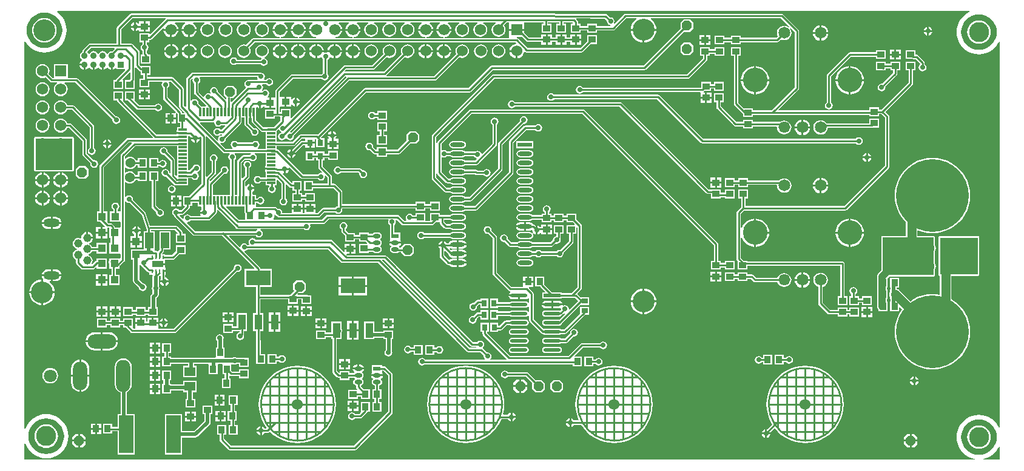
<source format=gbl>
G04*
G04 #@! TF.GenerationSoftware,Altium Limited,Altium Designer,19.1.5 (86)*
G04*
G04 Layer_Physical_Order=2*
G04 Layer_Color=16711680*
%FSLAX24Y24*%
%MOIN*%
G70*
G01*
G75*
%ADD10C,0.0100*%
%ADD17C,0.0600*%
%ADD18R,0.0433X0.0394*%
%ADD35C,0.0620*%
%ADD45C,0.0200*%
%ADD46P,0.0595X8X112.5*%
%ADD47O,0.1575X0.0787*%
%ADD48O,0.0787X0.1575*%
%ADD49O,0.0787X0.1772*%
%ADD50C,0.0709*%
%ADD51R,0.0620X0.0620*%
%ADD52C,0.1200*%
%ADD53P,0.0595X8X22.5*%
%ADD54O,0.0650X0.0600*%
%ADD55C,0.0650*%
%ADD56C,0.1350*%
%ADD57C,0.4000*%
%ADD58C,0.0540*%
%ADD59R,0.0620X0.0620*%
%ADD60O,0.0886X0.0453*%
%ADD61C,0.0453*%
%ADD62C,0.0350*%
%ADD63R,0.0350X0.0350*%
%ADD64C,0.1100*%
%ADD65C,0.0280*%
%ADD66C,0.0157*%
%ADD67R,0.0374X0.0315*%
%ADD68R,0.0315X0.0374*%
%ADD69R,0.0394X0.0354*%
%ADD70R,0.0433X0.0433*%
%ADD71R,0.0433X0.0433*%
%ADD72R,0.0098X0.0197*%
%ADD73R,0.0630X0.0354*%
%ADD74R,0.0476X0.0874*%
%ADD75R,0.0315X0.0354*%
%ADD76R,0.0787X0.2087*%
%ADD77R,0.0433X0.0846*%
%ADD78R,0.0433X0.0846*%
%ADD79R,0.1378X0.0846*%
%ADD80O,0.0787X0.0236*%
%ADD81R,0.0787X0.0236*%
%ADD82R,0.0591X0.0492*%
%ADD83R,0.0118X0.0472*%
%ADD84R,0.0472X0.0118*%
%ADD85O,0.0472X0.0118*%
%ADD86O,0.0433X0.0236*%
%ADD87R,0.0433X0.0236*%
%ADD88R,0.0354X0.0394*%
%ADD89O,0.0940X0.0197*%
%ADD90R,0.0940X0.0197*%
%ADD91R,0.0335X0.0394*%
%ADD92R,0.0335X0.0394*%
%ADD93R,0.0394X0.0335*%
%ADD94R,0.0394X0.0335*%
%ADD95C,0.0400*%
%ADD96C,0.0500*%
%ADD97R,0.2050X0.1750*%
%ADD98R,0.2800X0.2100*%
%ADD99R,0.2100X0.2050*%
G36*
X1291Y24561D02*
X1475Y24505D01*
X1644Y24415D01*
X1793Y24293D01*
X1915Y24144D01*
X2005Y23975D01*
X2061Y23791D01*
X2080Y23600D01*
X2061Y23409D01*
X2005Y23225D01*
X1915Y23056D01*
X1793Y22907D01*
X1644Y22785D01*
X1475Y22695D01*
X1291Y22639D01*
X1100Y22620D01*
X909Y22639D01*
X725Y22695D01*
X556Y22785D01*
X407Y22907D01*
X285Y23056D01*
X195Y23225D01*
X139Y23409D01*
X120Y23600D01*
X139Y23791D01*
X195Y23975D01*
X285Y24144D01*
X407Y24293D01*
X556Y24415D01*
X725Y24505D01*
X909Y24561D01*
X1100Y24580D01*
X1291Y24561D01*
D02*
G37*
G36*
X52641Y24461D02*
X52825Y24405D01*
X52994Y24315D01*
X53143Y24193D01*
X53265Y24044D01*
X53355Y23875D01*
X53411Y23691D01*
X53430Y23500D01*
X53411Y23309D01*
X53355Y23125D01*
X53265Y22956D01*
X53143Y22807D01*
X52994Y22685D01*
X52825Y22595D01*
X52641Y22539D01*
X52450Y22520D01*
X52259Y22539D01*
X52075Y22595D01*
X51906Y22685D01*
X51757Y22807D01*
X51635Y22956D01*
X51545Y23125D01*
X51489Y23309D01*
X51470Y23500D01*
X51489Y23691D01*
X51545Y23875D01*
X51635Y24044D01*
X51757Y24193D01*
X51906Y24315D01*
X52075Y24405D01*
X52259Y24461D01*
X52450Y24480D01*
X52641Y24461D01*
D02*
G37*
G36*
X51920Y24601D02*
X51894Y24590D01*
X51731Y24490D01*
X51585Y24365D01*
X51460Y24219D01*
X51360Y24056D01*
X51286Y23878D01*
X51241Y23691D01*
X51226Y23500D01*
X51241Y23309D01*
X51286Y23122D01*
X51360Y22944D01*
X51460Y22781D01*
X51585Y22635D01*
X51731Y22510D01*
X51894Y22410D01*
X52072Y22336D01*
X52259Y22291D01*
X52450Y22276D01*
X52641Y22291D01*
X52828Y22336D01*
X53006Y22410D01*
X53169Y22510D01*
X53315Y22635D01*
X53440Y22781D01*
X53540Y22944D01*
X53551Y22970D01*
X53600Y22960D01*
X53600Y1740D01*
X53551Y1730D01*
X53540Y1756D01*
X53440Y1919D01*
X53315Y2065D01*
X53169Y2190D01*
X53006Y2290D01*
X52828Y2364D01*
X52641Y2409D01*
X52450Y2424D01*
X52259Y2409D01*
X52072Y2364D01*
X51894Y2290D01*
X51731Y2190D01*
X51585Y2065D01*
X51460Y1919D01*
X51360Y1756D01*
X51286Y1578D01*
X51241Y1391D01*
X51226Y1200D01*
X51241Y1009D01*
X51286Y822D01*
X51360Y644D01*
X51460Y481D01*
X51585Y335D01*
X51731Y210D01*
X51894Y110D01*
X52072Y36D01*
X52222Y0D01*
X52216Y-50D01*
X-0Y-50D01*
Y828D01*
X50Y838D01*
X110Y694D01*
X210Y531D01*
X335Y385D01*
X481Y260D01*
X644Y160D01*
X822Y86D01*
X1009Y41D01*
X1200Y26D01*
X1391Y41D01*
X1578Y86D01*
X1756Y160D01*
X1919Y260D01*
X2065Y385D01*
X2190Y531D01*
X2290Y694D01*
X2364Y872D01*
X2409Y1059D01*
X2424Y1250D01*
X2409Y1441D01*
X2364Y1628D01*
X2290Y1806D01*
X2190Y1969D01*
X2065Y2115D01*
X1919Y2240D01*
X1756Y2340D01*
X1578Y2414D01*
X1391Y2459D01*
X1200Y2474D01*
X1009Y2459D01*
X822Y2414D01*
X644Y2340D01*
X481Y2240D01*
X335Y2115D01*
X210Y1969D01*
X110Y1806D01*
X50Y1662D01*
X-0Y1672D01*
X-0Y22964D01*
X50Y22979D01*
X110Y22881D01*
X235Y22735D01*
X381Y22610D01*
X544Y22510D01*
X722Y22436D01*
X909Y22391D01*
X1100Y22376D01*
X1291Y22391D01*
X1478Y22436D01*
X1656Y22510D01*
X1819Y22610D01*
X1965Y22735D01*
X2090Y22881D01*
X2190Y23044D01*
X2264Y23222D01*
X2309Y23409D01*
X2324Y23600D01*
X2309Y23791D01*
X2264Y23978D01*
X2190Y24156D01*
X2090Y24319D01*
X1965Y24465D01*
X1819Y24590D01*
X1800Y24602D01*
X1814Y24650D01*
X51910Y24650D01*
X51920Y24601D01*
D02*
G37*
G36*
X1391Y2211D02*
X1575Y2155D01*
X1744Y2065D01*
X1893Y1943D01*
X2015Y1794D01*
X2105Y1625D01*
X2161Y1441D01*
X2180Y1250D01*
X2161Y1059D01*
X2105Y875D01*
X2015Y706D01*
X1893Y557D01*
X1744Y435D01*
X1575Y345D01*
X1391Y289D01*
X1200Y270D01*
X1009Y289D01*
X825Y345D01*
X656Y435D01*
X507Y557D01*
X385Y706D01*
X295Y875D01*
X239Y1059D01*
X220Y1250D01*
X239Y1441D01*
X295Y1625D01*
X385Y1794D01*
X507Y1943D01*
X656Y2065D01*
X825Y2155D01*
X1009Y2211D01*
X1200Y2230D01*
X1391Y2211D01*
D02*
G37*
G36*
X52641Y2161D02*
X52825Y2105D01*
X52994Y2015D01*
X53143Y1893D01*
X53265Y1744D01*
X53355Y1575D01*
X53411Y1391D01*
X53430Y1200D01*
X53411Y1009D01*
X53355Y825D01*
X53265Y656D01*
X53143Y507D01*
X52994Y385D01*
X52825Y295D01*
X52641Y239D01*
X52450Y220D01*
X52259Y239D01*
X52075Y295D01*
X51906Y385D01*
X51757Y507D01*
X51635Y656D01*
X51545Y825D01*
X51489Y1009D01*
X51470Y1200D01*
X51489Y1391D01*
X51545Y1575D01*
X51635Y1744D01*
X51757Y1893D01*
X51906Y2015D01*
X52075Y2105D01*
X52259Y2161D01*
X52450Y2180D01*
X52641Y2161D01*
D02*
G37*
G36*
X53600Y660D02*
Y-50D01*
X52684D01*
X52678Y0D01*
X52828Y36D01*
X53006Y110D01*
X53169Y210D01*
X53315Y335D01*
X53440Y481D01*
X53540Y644D01*
X53551Y670D01*
X53600Y660D01*
D02*
G37*
%LPC*%
G36*
X1100Y24274D02*
X969Y24261D01*
X842Y24223D01*
X726Y24161D01*
X624Y24077D01*
X540Y23975D01*
X478Y23859D01*
X440Y23732D01*
X427Y23601D01*
X440Y23470D01*
X478Y23343D01*
X540Y23227D01*
X624Y23125D01*
X726Y23041D01*
X842Y22979D01*
X969Y22941D01*
X1100Y22928D01*
X1231Y22941D01*
X1358Y22979D01*
X1474Y23041D01*
X1576Y23125D01*
X1660Y23227D01*
X1722Y23343D01*
X1760Y23470D01*
X1773Y23601D01*
X1760Y23732D01*
X1722Y23859D01*
X1660Y23975D01*
X1576Y24077D01*
X1474Y24161D01*
X1358Y24223D01*
X1231Y24261D01*
X1100Y24274D01*
D02*
G37*
G36*
X52450Y24148D02*
X52324Y24136D01*
X52202Y24099D01*
X52090Y24039D01*
X51992Y23958D01*
X51911Y23860D01*
X51851Y23748D01*
X51814Y23626D01*
X51802Y23500D01*
X51814Y23374D01*
X51851Y23252D01*
X51911Y23140D01*
X51992Y23042D01*
X52090Y22961D01*
X52202Y22901D01*
X52324Y22864D01*
X52450Y22852D01*
X52576Y22864D01*
X52698Y22901D01*
X52810Y22961D01*
X52908Y23042D01*
X52989Y23140D01*
X53049Y23252D01*
X53086Y23374D01*
X53098Y23500D01*
X53086Y23626D01*
X53049Y23748D01*
X52989Y23860D01*
X52908Y23958D01*
X52810Y24039D01*
X52698Y24099D01*
X52576Y24136D01*
X52450Y24148D01*
D02*
G37*
G36*
X6550Y24092D02*
X6303D01*
Y23978D01*
X6253Y23963D01*
X6253Y23963D01*
X6174Y24016D01*
X6130Y24025D01*
Y23790D01*
Y23555D01*
X6174Y23564D01*
X6253Y23617D01*
X6253Y23617D01*
X6303Y23602D01*
Y23538D01*
X6550D01*
Y23815D01*
Y24092D01*
D02*
G37*
G36*
X6897D02*
X6650D01*
Y23865D01*
X6897D01*
Y24092D01*
D02*
G37*
G36*
X6030Y24025D02*
X5986Y24016D01*
X5907Y23963D01*
X5854Y23884D01*
X5845Y23840D01*
X6030D01*
Y24025D01*
D02*
G37*
G36*
X26418Y24522D02*
X5880D01*
X5833Y24513D01*
X5793Y24487D01*
X5103Y23797D01*
X5077Y23757D01*
X5068Y23710D01*
Y22872D01*
X3600D01*
X3553Y22863D01*
X3513Y22837D01*
X3213Y22537D01*
X3187Y22497D01*
X3178Y22450D01*
Y22413D01*
X3123Y22377D01*
X3069Y22296D01*
X3050Y22200D01*
X3069Y22104D01*
X3123Y22023D01*
X3165Y21996D01*
X3161Y21940D01*
X3104Y21896D01*
X3060Y21839D01*
X3032Y21772D01*
X3029Y21750D01*
X3300D01*
Y21700D01*
X3350D01*
Y21429D01*
X3372Y21432D01*
X3439Y21460D01*
X3496Y21504D01*
X3519Y21534D01*
X3581D01*
X3604Y21504D01*
X3661Y21460D01*
X3728Y21432D01*
X3750Y21429D01*
Y21700D01*
X3850D01*
Y21429D01*
X3872Y21432D01*
X3939Y21460D01*
X3996Y21504D01*
X4019Y21534D01*
X4081D01*
X4104Y21504D01*
X4161Y21460D01*
X4228Y21432D01*
X4250Y21429D01*
Y21700D01*
X4350D01*
Y21429D01*
X4372Y21432D01*
X4439Y21460D01*
X4496Y21504D01*
X4519Y21534D01*
X4581D01*
X4604Y21504D01*
X4661Y21460D01*
X4728Y21432D01*
X4750Y21429D01*
Y21700D01*
X4850D01*
Y21429D01*
X4872Y21432D01*
X4939Y21460D01*
X4996Y21504D01*
X5005Y21515D01*
X5055Y21498D01*
Y21455D01*
X5511D01*
X5532Y21405D01*
X5013Y20887D01*
X4997Y20862D01*
X4883D01*
Y20368D01*
X5417D01*
Y20862D01*
X5400D01*
X5381Y20908D01*
X5781Y21308D01*
X5828Y21289D01*
Y20916D01*
X5774Y20862D01*
X5533D01*
Y20368D01*
X5674D01*
X5675Y20368D01*
X5676Y20368D01*
X6067D01*
Y20837D01*
X6072Y20865D01*
Y21535D01*
X6088Y21546D01*
X6122Y21555D01*
X6313Y21363D01*
X6353Y21337D01*
X6383Y21331D01*
Y21138D01*
X6528D01*
Y20947D01*
X6333D01*
Y20453D01*
X6867D01*
Y20778D01*
X7556D01*
X7583Y20728D01*
X7552Y20682D01*
X7536Y20600D01*
X7552Y20518D01*
X7599Y20449D01*
X7628Y20429D01*
Y19850D01*
X7637Y19803D01*
X7663Y19763D01*
X8343Y19084D01*
X8309Y19047D01*
X8263Y19047D01*
X8085D01*
Y18800D01*
X8312D01*
Y18997D01*
X8312Y19044D01*
X8350Y19077D01*
X8415Y19012D01*
Y18877D01*
X8418Y18865D01*
Y18483D01*
X8554D01*
Y18264D01*
X8379D01*
Y18098D01*
X8349D01*
Y17989D01*
X8685D01*
Y17889D01*
X8349D01*
Y17864D01*
X7259D01*
X5431Y19692D01*
X5417Y19738D01*
X5417D01*
X5417Y19738D01*
Y20232D01*
X4883D01*
Y19738D01*
X5080D01*
X5087Y19703D01*
X5113Y19663D01*
X7064Y17713D01*
X7044Y17667D01*
X5695D01*
X5648Y17658D01*
X5608Y17631D01*
X4163Y16187D01*
X4137Y16147D01*
X4128Y16100D01*
Y13627D01*
X3989D01*
Y13053D01*
X4169D01*
X4410Y12813D01*
X4391Y12767D01*
X4296D01*
Y12500D01*
X4562D01*
Y12727D01*
X4668D01*
Y12163D01*
X4728D01*
Y11887D01*
X4668D01*
Y11313D01*
X5241D01*
X5278Y11282D01*
Y11068D01*
X5241Y11037D01*
X4668D01*
Y10939D01*
X4663Y10937D01*
X4637Y10897D01*
X4628Y10850D01*
X4637Y10803D01*
X4663Y10763D01*
X4668Y10761D01*
Y10463D01*
X4778D01*
Y10137D01*
X4668D01*
Y9563D01*
X5241D01*
Y10137D01*
X5022D01*
Y10463D01*
X5241D01*
Y10618D01*
X5487Y10863D01*
X5513Y10903D01*
X5522Y10950D01*
Y14173D01*
X5572Y14188D01*
X5599Y14149D01*
X5668Y14102D01*
X5750Y14086D01*
X5784Y14093D01*
X6450Y13427D01*
X6715Y12630D01*
Y12547D01*
X6559D01*
Y11536D01*
X6427D01*
Y11542D01*
X5853D01*
Y10969D01*
X5967D01*
Y9810D01*
X5980Y9744D01*
X6017Y9687D01*
X6294Y9411D01*
X6302Y9368D01*
X6349Y9299D01*
X6418Y9252D01*
X6500Y9236D01*
X6582Y9252D01*
X6651Y9299D01*
X6698Y9368D01*
X6714Y9450D01*
X6698Y9532D01*
X6651Y9601D01*
X6582Y9648D01*
X6539Y9656D01*
X6313Y9882D01*
Y10672D01*
X6363Y10687D01*
X6397Y10637D01*
X6476Y10584D01*
X6497Y10580D01*
X6770Y10307D01*
X6810Y10281D01*
X6856Y10271D01*
X6876D01*
Y10148D01*
X7024D01*
X7048Y10098D01*
X7037Y10039D01*
Y9509D01*
X7012Y9472D01*
X6996Y9390D01*
X7012Y9308D01*
X7037Y9271D01*
Y9112D01*
X6977Y9053D01*
X6940Y8996D01*
X6927Y8930D01*
Y8362D01*
X6783D01*
Y8187D01*
X6667D01*
Y8362D01*
X6133D01*
Y8187D01*
X5967D01*
Y8362D01*
X5433D01*
Y7868D01*
X5967D01*
Y7943D01*
X6133D01*
Y7868D01*
X6667D01*
Y7943D01*
X6783D01*
Y7868D01*
X7317D01*
Y8362D01*
X7273D01*
Y8858D01*
X7333Y8917D01*
X7333Y8917D01*
X7370Y8974D01*
X7383Y9040D01*
Y9271D01*
X7408Y9308D01*
X7424Y9390D01*
X7408Y9472D01*
X7383Y9509D01*
Y10039D01*
X7383Y10040D01*
X7443Y10099D01*
X7493Y10079D01*
Y9892D01*
X7474Y9864D01*
X7465Y9820D01*
X7935D01*
X7926Y9864D01*
X7873Y9943D01*
X7794Y9996D01*
X7738Y10007D01*
Y10148D01*
X7764D01*
Y10296D01*
X7615D01*
Y10396D01*
X7764D01*
Y10544D01*
X7735D01*
Y10670D01*
X7320D01*
Y10770D01*
X7735D01*
Y10972D01*
X8159D01*
X8206Y10981D01*
X8246Y11007D01*
X8506Y11268D01*
X8867D01*
Y11762D01*
X8333D01*
Y11441D01*
X8109Y11216D01*
X7734D01*
Y11262D01*
X7583D01*
X7562Y11312D01*
X7631Y11382D01*
X7658Y11421D01*
X7667Y11468D01*
Y11533D01*
X8041D01*
Y12547D01*
X7425D01*
Y11864D01*
X7423Y11852D01*
Y11519D01*
X7351Y11448D01*
X7323Y11431D01*
X7281Y11441D01*
X7268Y11449D01*
X7222Y11458D01*
X7169D01*
X7152Y11475D01*
X7148Y11483D01*
X7174Y11533D01*
X7175D01*
Y12547D01*
X6959D01*
Y12598D01*
X8269D01*
X8425Y12442D01*
X8407Y12392D01*
X8333D01*
Y11898D01*
X8867D01*
Y12392D01*
X8682D01*
Y12480D01*
X8673Y12527D01*
X8647Y12567D01*
X8407Y12807D01*
X8367Y12833D01*
X8320Y12842D01*
X6902D01*
X6673Y13532D01*
X6671Y13536D01*
X6670Y13540D01*
X6659Y13556D01*
X6649Y13573D01*
X6646Y13576D01*
X6643Y13580D01*
X5957Y14266D01*
X5964Y14300D01*
X5948Y14382D01*
X5901Y14451D01*
X5832Y14498D01*
X5750Y14514D01*
X5668Y14498D01*
X5599Y14451D01*
X5572Y14412D01*
X5522Y14427D01*
Y15226D01*
X5572Y15246D01*
X5629Y15203D01*
X5711Y15169D01*
X5800Y15157D01*
X5889Y15169D01*
X5971Y15203D01*
X6042Y15258D01*
X6097Y15329D01*
X6117Y15378D01*
X6238D01*
Y15283D01*
X6732D01*
Y15817D01*
X6238D01*
Y15622D01*
X6117D01*
X6097Y15671D01*
X6042Y15742D01*
X5971Y15797D01*
X5889Y15831D01*
X5800Y15843D01*
X5711Y15831D01*
X5629Y15797D01*
X5572Y15754D01*
X5522Y15774D01*
Y16045D01*
X5570Y16061D01*
X5572Y16058D01*
X5643Y16003D01*
X5726Y15969D01*
X5815Y15957D01*
X5904Y15969D01*
X5986Y16003D01*
X6057Y16058D01*
X6112Y16129D01*
X6132Y16178D01*
X6238D01*
Y16033D01*
X6732D01*
Y16567D01*
X6238D01*
Y16422D01*
X6132D01*
X6112Y16471D01*
X6057Y16542D01*
X5986Y16597D01*
X5904Y16631D01*
X5815Y16643D01*
X5726Y16631D01*
X5643Y16597D01*
X5572Y16542D01*
X5570Y16539D01*
X5522Y16555D01*
Y16649D01*
X6099Y17226D01*
X8379D01*
Y16825D01*
Y16432D01*
Y16038D01*
Y15609D01*
X8333Y15590D01*
X8272Y15651D01*
Y16450D01*
X8263Y16497D01*
X8237Y16537D01*
X7857Y16916D01*
X7864Y16950D01*
X7848Y17032D01*
X7801Y17101D01*
X7732Y17148D01*
X7650Y17164D01*
X7568Y17148D01*
X7499Y17101D01*
X7452Y17032D01*
X7436Y16950D01*
X7452Y16868D01*
X7499Y16799D01*
X7568Y16752D01*
X7650Y16736D01*
X7684Y16743D01*
X8028Y16399D01*
Y15748D01*
X7978Y15726D01*
X7962Y15740D01*
X7964Y15750D01*
X7948Y15832D01*
X7901Y15901D01*
X7832Y15948D01*
X7750Y15964D01*
X7668Y15948D01*
X7599Y15901D01*
X7552Y15832D01*
X7536Y15750D01*
X7552Y15668D01*
X7599Y15599D01*
X7668Y15552D01*
X7750Y15536D01*
X7786Y15543D01*
X8233Y15096D01*
X8273Y15070D01*
X8319Y15060D01*
X8379D01*
Y15054D01*
X8992D01*
Y15454D01*
X9203D01*
X9222Y15425D01*
X9292Y15379D01*
X9374Y15362D01*
X9456Y15379D01*
X9525Y15425D01*
X9571Y15494D01*
X9588Y15576D01*
X9571Y15658D01*
X9525Y15728D01*
X9500Y15745D01*
X9510Y15798D01*
X9532Y15802D01*
X9601Y15849D01*
X9648Y15918D01*
X9664Y16000D01*
X9648Y16082D01*
X9601Y16151D01*
X9532Y16198D01*
X9450Y16214D01*
X9368Y16198D01*
X9299Y16151D01*
X9252Y16082D01*
X9251Y16074D01*
X9073Y15896D01*
X8992D01*
Y16235D01*
Y16628D01*
Y17022D01*
Y17416D01*
Y17780D01*
X9022D01*
Y17790D01*
X9072Y17805D01*
X9167Y17710D01*
X9165Y17700D01*
X9635D01*
X9629Y17727D01*
X9675Y17751D01*
X9728Y17699D01*
Y15155D01*
X9039Y14467D01*
X8718D01*
Y13933D01*
X8789D01*
X8810Y13883D01*
X8619Y13692D01*
X8511D01*
X8491Y13721D01*
X8422Y13768D01*
X8340Y13784D01*
X8258Y13768D01*
X8189Y13721D01*
X8142Y13652D01*
X8126Y13570D01*
X8142Y13488D01*
X8189Y13419D01*
X8220Y13398D01*
X8227Y13363D01*
X8253Y13323D01*
X9253Y12323D01*
X9293Y12297D01*
X9340Y12288D01*
X10859D01*
X12637Y10510D01*
X12618Y10464D01*
X12091D01*
Y9477D01*
X12728D01*
Y8900D01*
Y8023D01*
X12563D01*
Y7036D01*
X12728D01*
Y6550D01*
X12736Y6510D01*
Y5627D01*
X12738Y5615D01*
Y5233D01*
X13232D01*
Y5767D01*
X12980D01*
Y6542D01*
X12972Y6582D01*
Y7036D01*
X13137D01*
Y8023D01*
X12972D01*
Y8793D01*
X14483D01*
Y8538D01*
X15017D01*
Y8793D01*
X15223D01*
Y8518D01*
X15757D01*
Y9012D01*
X15571D01*
X15547Y9028D01*
X15500Y9037D01*
X15021D01*
X15002Y9084D01*
X15053Y9135D01*
X15293D01*
X15465Y9308D01*
Y9653D01*
X15293Y9825D01*
X14948D01*
X14775Y9653D01*
Y9308D01*
X14827Y9255D01*
X14609Y9037D01*
X12972D01*
Y9477D01*
X13609D01*
Y10464D01*
X12972D01*
Y10470D01*
X12963Y10517D01*
X12937Y10557D01*
X12095Y11398D01*
X12112Y11452D01*
X12162Y11462D01*
X12231Y11509D01*
X12251Y11538D01*
X16679D01*
X17385Y10832D01*
X17425Y10805D01*
X17472Y10796D01*
X19431D01*
X24313Y5913D01*
X24353Y5887D01*
X24400Y5878D01*
X25049D01*
X25243Y5684D01*
X25236Y5650D01*
X25252Y5568D01*
X25294Y5505D01*
X25280Y5455D01*
X22032D01*
X22001Y5501D01*
X21932Y5548D01*
X21850Y5564D01*
X21768Y5548D01*
X21699Y5501D01*
X21652Y5432D01*
X21636Y5350D01*
X21652Y5268D01*
X21699Y5199D01*
X21768Y5152D01*
X21850Y5136D01*
X21932Y5152D01*
X22001Y5199D01*
X22010Y5211D01*
X30138D01*
Y5083D01*
X30632D01*
Y5617D01*
X30247D01*
X30227Y5663D01*
X30692Y6128D01*
X31629D01*
X31649Y6099D01*
X31718Y6052D01*
X31800Y6036D01*
X31882Y6052D01*
X31951Y6099D01*
X31998Y6168D01*
X32014Y6250D01*
X31998Y6332D01*
X31951Y6401D01*
X31882Y6448D01*
X31800Y6464D01*
X31718Y6448D01*
X31649Y6401D01*
X31629Y6372D01*
X30641D01*
X30594Y6363D01*
X30555Y6337D01*
X29891Y5672D01*
X26681D01*
X25420Y6933D01*
X25425Y6983D01*
X25512D01*
Y7497D01*
X25057D01*
Y6983D01*
X25172D01*
Y6886D01*
X25181Y6839D01*
X25208Y6799D01*
X26501Y5505D01*
X26481Y5455D01*
X25620D01*
X25606Y5505D01*
X25648Y5568D01*
X25664Y5650D01*
X25648Y5732D01*
X25601Y5801D01*
X25532Y5848D01*
X25450Y5864D01*
X25416Y5857D01*
X25191Y6082D01*
X25185Y6107D01*
Y6138D01*
X25201Y6149D01*
X25248Y6218D01*
X25264Y6300D01*
X25248Y6382D01*
X25201Y6451D01*
X25132Y6498D01*
X25050Y6514D01*
X24968Y6498D01*
X24899Y6451D01*
X24879Y6422D01*
X24651D01*
X19898Y11175D01*
X19859Y11201D01*
X19812Y11211D01*
X17732D01*
X17696Y11247D01*
X17715Y11293D01*
X17850D01*
Y11520D01*
X17603D01*
Y11405D01*
X17557Y11386D01*
X16917Y12027D01*
X16877Y12053D01*
X16830Y12062D01*
X12701D01*
X12681Y12091D01*
X12612Y12138D01*
X12530Y12154D01*
X12448Y12138D01*
X12379Y12091D01*
X12332Y12022D01*
X12316Y11940D01*
X12332Y11858D01*
X12349Y11832D01*
X12323Y11782D01*
X12251D01*
X12231Y11811D01*
X12162Y11858D01*
X12080Y11874D01*
X11998Y11858D01*
X11929Y11811D01*
X11882Y11742D01*
X11872Y11692D01*
X11818Y11675D01*
X11252Y12241D01*
X11271Y12288D01*
X12719D01*
X12739Y12259D01*
X12808Y12212D01*
X12890Y12196D01*
X12972Y12212D01*
X13041Y12259D01*
X13088Y12328D01*
X13104Y12410D01*
X13088Y12492D01*
X13041Y12561D01*
X12972Y12608D01*
X12978Y12658D01*
X15343D01*
X15349Y12649D01*
X15418Y12602D01*
X15500Y12586D01*
X15582Y12602D01*
X15651Y12649D01*
X15698Y12718D01*
X15714Y12800D01*
X15698Y12882D01*
X15690Y12894D01*
X15714Y12938D01*
X16410D01*
X16457Y12947D01*
X16497Y12973D01*
X16711Y13188D01*
X19986D01*
X20010Y13144D01*
X20002Y13132D01*
X19986Y13050D01*
X20002Y12968D01*
X20049Y12899D01*
X20078Y12879D01*
Y12349D01*
X20087Y12302D01*
X20087Y12302D01*
Y12086D01*
X20087D01*
X20104Y12036D01*
X20070Y11985D01*
X20063Y11950D01*
X20374D01*
X20684D01*
X20677Y11985D01*
X20644Y12036D01*
X20660Y12086D01*
X20660D01*
Y12462D01*
X20322D01*
Y12879D01*
X20351Y12899D01*
X20398Y12968D01*
X20414Y13050D01*
X20401Y13114D01*
X20427Y13159D01*
X20435Y13166D01*
X20458Y13169D01*
X20726Y12901D01*
X20765Y12875D01*
X20812Y12866D01*
X22388D01*
X22435Y12875D01*
X22474Y12901D01*
X22611Y13038D01*
X22817D01*
X22829Y12993D01*
X22837Y12953D01*
X22863Y12913D01*
X23063Y12713D01*
X23103Y12687D01*
X23150Y12678D01*
X23380D01*
X23389Y12664D01*
X23451Y12623D01*
X23524Y12608D01*
X24076D01*
X24149Y12623D01*
X24211Y12664D01*
X24253Y12727D01*
X24267Y12800D01*
X24253Y12873D01*
X24211Y12936D01*
X24149Y12977D01*
X24076Y12992D01*
X23524D01*
X23451Y12977D01*
X23389Y12936D01*
X23380Y12922D01*
X23201D01*
X23072Y13051D01*
Y13178D01*
X23380D01*
X23389Y13164D01*
X23451Y13123D01*
X23524Y13108D01*
X24076D01*
X24149Y13123D01*
X24211Y13164D01*
X24253Y13227D01*
X24267Y13300D01*
X24253Y13373D01*
X24211Y13436D01*
X24149Y13477D01*
X24076Y13492D01*
X23524D01*
X23451Y13477D01*
X23389Y13436D01*
X23380Y13422D01*
X22817D01*
Y13532D01*
X22283D01*
Y13110D01*
X22017D01*
Y13532D01*
X21483D01*
Y13407D01*
X21335D01*
X21313Y13440D01*
X21244Y13486D01*
X21162Y13502D01*
X21080Y13486D01*
X21010Y13440D01*
X20964Y13370D01*
X20948Y13288D01*
X20964Y13206D01*
X20995Y13160D01*
X20968Y13110D01*
X20863D01*
X20577Y13397D01*
X20537Y13423D01*
X20490Y13432D01*
X16660D01*
X16613Y13423D01*
X16573Y13397D01*
X16359Y13182D01*
X13689D01*
X13677Y13232D01*
X13726Y13306D01*
X13745Y13400D01*
X13741Y13420D01*
X13788Y13440D01*
X13809Y13409D01*
X13878Y13362D01*
X13886Y13361D01*
X13918Y13329D01*
X13957Y13303D01*
X14004Y13294D01*
X16156D01*
X16203Y13303D01*
X16242Y13329D01*
X16491Y13578D01*
X17079D01*
X17099Y13549D01*
X17168Y13502D01*
X17250Y13486D01*
X17332Y13502D01*
X17401Y13549D01*
X17448Y13618D01*
X17464Y13700D01*
X17456Y13742D01*
X17463Y13753D01*
X17471Y13793D01*
X21483D01*
Y13668D01*
X22017D01*
Y13793D01*
X22283D01*
Y13668D01*
X22817D01*
Y14162D01*
X22283D01*
Y14037D01*
X22017D01*
Y14162D01*
X21483D01*
Y14037D01*
X17472D01*
Y14700D01*
X17463Y14747D01*
X17437Y14787D01*
X17101Y15122D01*
X17062Y15148D01*
X17015Y15157D01*
X16892D01*
Y15550D01*
X16883Y15597D01*
X16857Y15637D01*
X16393Y16100D01*
Y16428D01*
X16498D01*
Y16553D01*
X16683D01*
Y16468D01*
X17217D01*
Y16962D01*
X16683D01*
Y16798D01*
X16498D01*
Y16922D01*
X16043D01*
Y16798D01*
X15927D01*
Y16922D01*
X15473D01*
Y16428D01*
X15927D01*
Y16553D01*
X16043D01*
Y16428D01*
X16149D01*
Y16049D01*
X16158Y16002D01*
X16184Y15963D01*
X16352Y15795D01*
X16328Y15749D01*
X16300Y15754D01*
X16218Y15738D01*
X16149Y15691D01*
X16129Y15662D01*
X15311D01*
X13940Y17033D01*
X13900Y17060D01*
X13874Y17065D01*
Y17226D01*
X14788D01*
X14835Y17235D01*
X14875Y17262D01*
X15250Y17637D01*
X15443D01*
Y17506D01*
X15244D01*
X15197Y17497D01*
X15157Y17470D01*
X14730Y17043D01*
X14720Y17045D01*
Y16860D01*
X14905D01*
X14903Y16870D01*
X15295Y17262D01*
X15443D01*
Y17126D01*
X15650D01*
Y17404D01*
X15700D01*
Y17454D01*
X15957D01*
Y17619D01*
X16007Y17629D01*
X16043Y17594D01*
Y17156D01*
X16498D01*
Y17651D01*
X16334D01*
X16301Y17688D01*
X18791Y20178D01*
X24460D01*
X24507Y20187D01*
X24547Y20213D01*
X25741Y21408D01*
X34070D01*
X34117Y21417D01*
X34157Y21443D01*
X36228Y23515D01*
X36572D01*
X36745Y23688D01*
Y24032D01*
X36572Y24205D01*
X36228D01*
X36055Y24032D01*
Y23688D01*
X34019Y21652D01*
X25690D01*
X25643Y21643D01*
X25603Y21617D01*
X24409Y20422D01*
X18740D01*
X18693Y20413D01*
X18653Y20387D01*
X16123Y17856D01*
X16098Y17872D01*
X16051Y17882D01*
X15199D01*
X15152Y17872D01*
X15113Y17846D01*
X14737Y17470D01*
X13874D01*
Y17613D01*
Y18068D01*
X13874Y18068D01*
X13874D01*
X13898Y18107D01*
X13949Y18158D01*
X13997Y18144D01*
X14002Y18118D01*
X14049Y18049D01*
X14110Y18007D01*
X14111Y17976D01*
X14105Y17955D01*
X14068Y17948D01*
X13999Y17901D01*
X13952Y17832D01*
X13936Y17750D01*
X13952Y17668D01*
X13999Y17599D01*
X14068Y17552D01*
X14150Y17536D01*
X14232Y17552D01*
X14301Y17599D01*
X14348Y17668D01*
X14350Y17677D01*
X14400D01*
X14402Y17668D01*
X14449Y17599D01*
X14518Y17552D01*
X14600Y17536D01*
X14682Y17552D01*
X14751Y17599D01*
X14798Y17668D01*
X14814Y17750D01*
X14807Y17784D01*
X17851Y20828D01*
X22550D01*
X22597Y20837D01*
X22637Y20863D01*
X23889Y22116D01*
X23953Y22089D01*
X24050Y22077D01*
X24147Y22089D01*
X24237Y22127D01*
X24314Y22186D01*
X24373Y22263D01*
X24410Y22353D01*
X24423Y22450D01*
X24410Y22546D01*
X24373Y22636D01*
X24314Y22714D01*
X24237Y22773D01*
X24147Y22810D01*
X24050Y22823D01*
X23953Y22810D01*
X23863Y22773D01*
X23786Y22714D01*
X23727Y22636D01*
X23690Y22546D01*
X23677Y22450D01*
X23690Y22353D01*
X23716Y22289D01*
X22499Y21072D01*
X19915D01*
X19904Y21088D01*
X19895Y21122D01*
X20889Y22116D01*
X20953Y22089D01*
X21050Y22077D01*
X21147Y22089D01*
X21237Y22127D01*
X21314Y22186D01*
X21373Y22263D01*
X21410Y22353D01*
X21423Y22450D01*
X21410Y22546D01*
X21373Y22636D01*
X21314Y22714D01*
X21237Y22773D01*
X21147Y22810D01*
X21050Y22823D01*
X20953Y22810D01*
X20863Y22773D01*
X20786Y22714D01*
X20727Y22636D01*
X20690Y22546D01*
X20677Y22450D01*
X20690Y22353D01*
X20716Y22289D01*
X19749Y21322D01*
X17626D01*
X17605Y21372D01*
X17660Y21428D01*
X19158D01*
X19205Y21437D01*
X19244Y21463D01*
X19897Y22116D01*
X19961Y22089D01*
X20058Y22077D01*
X20154Y22089D01*
X20244Y22127D01*
X20322Y22186D01*
X20381Y22263D01*
X20418Y22353D01*
X20431Y22450D01*
X20418Y22546D01*
X20381Y22636D01*
X20322Y22714D01*
X20244Y22773D01*
X20154Y22810D01*
X20058Y22823D01*
X19961Y22810D01*
X19871Y22773D01*
X19794Y22714D01*
X19735Y22636D01*
X19697Y22546D01*
X19685Y22450D01*
X19697Y22353D01*
X19724Y22289D01*
X19107Y21672D01*
X17610D01*
X17563Y21663D01*
X17523Y21637D01*
X14666Y18780D01*
X14658Y18779D01*
X14617Y18810D01*
X14617Y18832D01*
Y19282D01*
X14083D01*
Y19104D01*
X14022D01*
Y19351D01*
X14053Y19388D01*
X14072Y19388D01*
X14300D01*
Y19665D01*
Y19942D01*
X14072D01*
X14053Y19942D01*
X14022Y19979D01*
Y20199D01*
X14751Y20928D01*
X16329D01*
X16349Y20899D01*
X16418Y20852D01*
X16500Y20836D01*
X16582Y20852D01*
X16651Y20899D01*
X16698Y20968D01*
X16714Y21050D01*
X16698Y21132D01*
X16651Y21201D01*
X16647Y21204D01*
Y21962D01*
X16701Y21999D01*
X16748Y22068D01*
X16756Y22108D01*
X16811Y22129D01*
X16848Y22101D01*
X16946Y22060D01*
X17000Y22053D01*
Y22400D01*
X16653D01*
X16654Y22390D01*
X16652Y22386D01*
X16609Y22352D01*
X16550Y22364D01*
X16491Y22352D01*
X16448Y22386D01*
X16446Y22390D01*
X16447Y22400D01*
X16100D01*
Y22053D01*
X16154Y22060D01*
X16252Y22101D01*
X16289Y22129D01*
X16344Y22108D01*
X16352Y22068D01*
X16399Y21999D01*
X16403Y21996D01*
Y21238D01*
X16349Y21201D01*
X16329Y21172D01*
X14700D01*
X14653Y21163D01*
X14613Y21137D01*
X13813Y20337D01*
X13787Y20297D01*
X13778Y20250D01*
Y19892D01*
X13550D01*
Y19615D01*
Y19338D01*
X13778D01*
Y19278D01*
X13767Y19232D01*
X13233D01*
Y18738D01*
X13767D01*
Y18860D01*
X14036D01*
X14061Y18829D01*
Y18616D01*
X13712Y18267D01*
X13390D01*
X13344Y18258D01*
X13115D01*
X12725Y18648D01*
Y18794D01*
X12732D01*
Y19345D01*
X12735Y19348D01*
X12782Y19367D01*
X12846Y19324D01*
X12890Y19315D01*
Y19550D01*
X12990D01*
Y19315D01*
X13034Y19324D01*
X13113Y19377D01*
X13147Y19428D01*
X13203D01*
Y19338D01*
X13450D01*
Y19615D01*
Y19892D01*
X13367D01*
X13352Y19942D01*
X13391Y19969D01*
X13438Y20038D01*
X13454Y20120D01*
X13438Y20202D01*
X13391Y20271D01*
X13322Y20318D01*
X13240Y20334D01*
X13158Y20318D01*
X13097Y20277D01*
X13061Y20313D01*
X13098Y20368D01*
X13114Y20450D01*
X13098Y20532D01*
X13067Y20578D01*
X13094Y20628D01*
X13279D01*
X13299Y20599D01*
X13368Y20552D01*
X13450Y20536D01*
X13532Y20552D01*
X13601Y20599D01*
X13648Y20668D01*
X13664Y20750D01*
X13648Y20832D01*
X13601Y20901D01*
X13532Y20948D01*
X13450Y20964D01*
X13368Y20948D01*
X13299Y20901D01*
X13279Y20872D01*
X13194D01*
X13167Y20922D01*
X13198Y20968D01*
X13214Y21050D01*
X13198Y21132D01*
X13151Y21201D01*
X13082Y21248D01*
X13000Y21264D01*
X12958Y21256D01*
X12947Y21263D01*
X12900Y21272D01*
X9250D01*
X9203Y21263D01*
X9163Y21237D01*
X8923Y20997D01*
X8897Y20957D01*
X8888Y20910D01*
Y19395D01*
X8841Y19376D01*
X8752Y19465D01*
Y20370D01*
X8743Y20417D01*
X8717Y20457D01*
X8187Y20987D01*
X8147Y21013D01*
X8100Y21022D01*
X6772D01*
Y21138D01*
X6917D01*
Y21632D01*
X6391D01*
X6322Y21701D01*
Y22400D01*
X6313Y22447D01*
X6287Y22487D01*
X5937Y22837D01*
X5897Y22863D01*
X5850Y22872D01*
X5312D01*
Y23659D01*
X5931Y24278D01*
X7745D01*
X7756Y24262D01*
X7765Y24228D01*
X6913Y23376D01*
X6867Y23395D01*
Y23432D01*
X6333D01*
Y22938D01*
X6478D01*
Y22821D01*
X6449Y22801D01*
X6402Y22732D01*
X6386Y22650D01*
X6402Y22568D01*
X6449Y22499D01*
X6478Y22479D01*
Y22300D01*
X6447Y22262D01*
X6383D01*
Y21768D01*
X6917D01*
Y22262D01*
X6803D01*
X6787Y22287D01*
X6722Y22351D01*
Y22479D01*
X6751Y22499D01*
X6798Y22568D01*
X6814Y22650D01*
X6798Y22732D01*
X6751Y22801D01*
X6722Y22821D01*
Y22938D01*
X6867D01*
Y23063D01*
X6895D01*
X6942Y23072D01*
X6982Y23099D01*
X7597Y23714D01*
X7644Y23691D01*
X7643Y23681D01*
X8457D01*
X8449Y23738D01*
X8408Y23838D01*
X8342Y23923D01*
X8272Y23978D01*
X8289Y24028D01*
X8811D01*
X8828Y23978D01*
X8758Y23923D01*
X8692Y23838D01*
X8651Y23738D01*
X8643Y23681D01*
X9457D01*
X9449Y23738D01*
X9408Y23838D01*
X9342Y23923D01*
X9272Y23978D01*
X9289Y24028D01*
X9884D01*
X9894Y23978D01*
X9858Y23963D01*
X9779Y23902D01*
X9718Y23823D01*
X9680Y23730D01*
X9667Y23631D01*
X9680Y23532D01*
X9718Y23439D01*
X9779Y23360D01*
X9858Y23299D01*
X9951Y23261D01*
X10050Y23248D01*
X10149Y23261D01*
X10242Y23299D01*
X10321Y23360D01*
X10382Y23439D01*
X10420Y23532D01*
X10433Y23631D01*
X10420Y23730D01*
X10382Y23823D01*
X10321Y23902D01*
X10242Y23963D01*
X10206Y23978D01*
X10216Y24028D01*
X10884D01*
X10894Y23978D01*
X10858Y23963D01*
X10779Y23902D01*
X10718Y23823D01*
X10680Y23730D01*
X10667Y23631D01*
X10680Y23532D01*
X10718Y23439D01*
X10779Y23360D01*
X10858Y23299D01*
X10951Y23261D01*
X11050Y23248D01*
X11149Y23261D01*
X11242Y23299D01*
X11321Y23360D01*
X11382Y23439D01*
X11420Y23532D01*
X11433Y23631D01*
X11420Y23730D01*
X11382Y23823D01*
X11321Y23902D01*
X11242Y23963D01*
X11206Y23978D01*
X11216Y24028D01*
X11884D01*
X11894Y23978D01*
X11858Y23963D01*
X11779Y23902D01*
X11718Y23823D01*
X11680Y23730D01*
X11667Y23631D01*
X11680Y23532D01*
X11718Y23439D01*
X11779Y23360D01*
X11858Y23299D01*
X11951Y23261D01*
X12050Y23248D01*
X12149Y23261D01*
X12242Y23299D01*
X12321Y23360D01*
X12382Y23439D01*
X12420Y23532D01*
X12433Y23631D01*
X12420Y23730D01*
X12382Y23823D01*
X12321Y23902D01*
X12242Y23963D01*
X12206Y23978D01*
X12216Y24028D01*
X12884D01*
X12894Y23978D01*
X12858Y23963D01*
X12779Y23902D01*
X12718Y23823D01*
X12680Y23730D01*
X12667Y23631D01*
X12680Y23532D01*
X12718Y23439D01*
X12779Y23360D01*
X12858Y23299D01*
X12951Y23261D01*
X13050Y23248D01*
X13149Y23261D01*
X13242Y23299D01*
X13321Y23360D01*
X13382Y23439D01*
X13420Y23532D01*
X13433Y23631D01*
X13420Y23730D01*
X13382Y23823D01*
X13321Y23902D01*
X13242Y23963D01*
X13206Y23978D01*
X13216Y24028D01*
X13811D01*
X13828Y23978D01*
X13758Y23923D01*
X13692Y23838D01*
X13651Y23738D01*
X13643Y23681D01*
X14457D01*
X14449Y23738D01*
X14408Y23838D01*
X14342Y23923D01*
X14272Y23978D01*
X14289Y24028D01*
X14811D01*
X14828Y23978D01*
X14758Y23923D01*
X14692Y23838D01*
X14651Y23738D01*
X14643Y23681D01*
X15457D01*
X15449Y23738D01*
X15408Y23838D01*
X15342Y23923D01*
X15272Y23978D01*
X15289Y24028D01*
X15811D01*
X15828Y23978D01*
X15758Y23923D01*
X15692Y23838D01*
X15651Y23738D01*
X15643Y23681D01*
X16050D01*
Y23581D01*
X15643D01*
X15651Y23524D01*
X15692Y23424D01*
X15758Y23339D01*
X15843Y23273D01*
X15943Y23232D01*
X16013Y23222D01*
X16010Y23172D01*
X15090D01*
X15087Y23222D01*
X15157Y23232D01*
X15257Y23273D01*
X15342Y23339D01*
X15408Y23424D01*
X15449Y23524D01*
X15457Y23581D01*
X14643D01*
X14651Y23524D01*
X14692Y23424D01*
X14758Y23339D01*
X14843Y23273D01*
X14943Y23232D01*
X15013Y23222D01*
X15010Y23172D01*
X14090D01*
X14087Y23222D01*
X14157Y23232D01*
X14257Y23273D01*
X14342Y23339D01*
X14408Y23424D01*
X14449Y23524D01*
X14457Y23581D01*
X13643D01*
X13651Y23524D01*
X13692Y23424D01*
X13758Y23339D01*
X13843Y23273D01*
X13943Y23232D01*
X14013Y23222D01*
X14010Y23172D01*
X12600D01*
X12553Y23163D01*
X12513Y23137D01*
X12175Y22798D01*
X12147Y22810D01*
X12050Y22823D01*
X11953Y22810D01*
X11863Y22773D01*
X11786Y22714D01*
X11727Y22636D01*
X11690Y22546D01*
X11677Y22450D01*
X11690Y22353D01*
X11727Y22263D01*
X11786Y22186D01*
X11863Y22127D01*
X11953Y22089D01*
X12050Y22077D01*
X12147Y22089D01*
X12237Y22127D01*
X12314Y22186D01*
X12373Y22263D01*
X12410Y22353D01*
X12423Y22450D01*
X12410Y22546D01*
X12373Y22636D01*
X12367Y22644D01*
X12651Y22928D01*
X26989D01*
X27016Y22894D01*
X26999Y22847D01*
X26946Y22840D01*
X26848Y22799D01*
X26765Y22735D01*
X26701Y22652D01*
X26660Y22554D01*
X26653Y22500D01*
X27050D01*
Y22450D01*
X27100D01*
Y22053D01*
X27154Y22060D01*
X27252Y22101D01*
X27335Y22165D01*
X27399Y22248D01*
X27440Y22345D01*
X27448Y22408D01*
X27501Y22426D01*
X27513Y22413D01*
X27553Y22387D01*
X27600Y22378D01*
X30595D01*
X30642Y22387D01*
X30682Y22413D01*
X31106Y22838D01*
X31467D01*
Y23332D01*
X30933D01*
Y23011D01*
X30545Y22622D01*
X27651D01*
X27137Y23137D01*
X27097Y23163D01*
X27057Y23171D01*
X27062Y23221D01*
X27356D01*
X27578Y22999D01*
X27618Y22972D01*
X27665Y22963D01*
X28403D01*
Y22808D01*
X28650D01*
Y23085D01*
Y23362D01*
X28403D01*
Y23207D01*
X27716D01*
X27460Y23463D01*
Y23581D01*
X26640D01*
Y23222D01*
X26640Y23221D01*
X26637Y23172D01*
X23090D01*
X23087Y23222D01*
X23157Y23232D01*
X23257Y23273D01*
X23342Y23339D01*
X23408Y23424D01*
X23449Y23524D01*
X23457Y23581D01*
X22643D01*
X22651Y23524D01*
X22692Y23424D01*
X22758Y23339D01*
X22843Y23273D01*
X22943Y23232D01*
X23013Y23222D01*
X23010Y23172D01*
X22090D01*
X22087Y23222D01*
X22157Y23232D01*
X22257Y23273D01*
X22342Y23339D01*
X22408Y23424D01*
X22449Y23524D01*
X22457Y23581D01*
X21643D01*
X21651Y23524D01*
X21692Y23424D01*
X21758Y23339D01*
X21843Y23273D01*
X21943Y23232D01*
X22013Y23222D01*
X22010Y23172D01*
X18090D01*
X18087Y23222D01*
X18157Y23232D01*
X18257Y23273D01*
X18342Y23339D01*
X18408Y23424D01*
X18449Y23524D01*
X18457Y23581D01*
X17643D01*
X17651Y23524D01*
X17692Y23424D01*
X17758Y23339D01*
X17843Y23273D01*
X17943Y23232D01*
X18013Y23222D01*
X18010Y23172D01*
X17090D01*
X17087Y23222D01*
X17157Y23232D01*
X17257Y23273D01*
X17342Y23339D01*
X17408Y23424D01*
X17449Y23524D01*
X17457Y23581D01*
X17050D01*
Y23681D01*
X17457D01*
X17449Y23738D01*
X17408Y23838D01*
X17342Y23923D01*
X17272Y23978D01*
X17289Y24028D01*
X17811D01*
X17828Y23978D01*
X17758Y23923D01*
X17692Y23838D01*
X17651Y23738D01*
X17643Y23681D01*
X18457D01*
X18449Y23738D01*
X18408Y23838D01*
X18342Y23923D01*
X18272Y23978D01*
X18289Y24028D01*
X18884D01*
X18894Y23978D01*
X18858Y23963D01*
X18779Y23902D01*
X18718Y23823D01*
X18680Y23730D01*
X18667Y23631D01*
X18680Y23532D01*
X18718Y23439D01*
X18779Y23360D01*
X18858Y23299D01*
X18951Y23261D01*
X19050Y23248D01*
X19149Y23261D01*
X19242Y23299D01*
X19321Y23360D01*
X19382Y23439D01*
X19420Y23532D01*
X19433Y23631D01*
X19420Y23730D01*
X19382Y23823D01*
X19321Y23902D01*
X19242Y23963D01*
X19206Y23978D01*
X19216Y24028D01*
X19884D01*
X19894Y23978D01*
X19858Y23963D01*
X19779Y23902D01*
X19718Y23823D01*
X19680Y23730D01*
X19667Y23631D01*
X19680Y23532D01*
X19718Y23439D01*
X19779Y23360D01*
X19858Y23299D01*
X19951Y23261D01*
X20050Y23248D01*
X20149Y23261D01*
X20242Y23299D01*
X20321Y23360D01*
X20382Y23439D01*
X20420Y23532D01*
X20433Y23631D01*
X20420Y23730D01*
X20382Y23823D01*
X20321Y23902D01*
X20242Y23963D01*
X20206Y23978D01*
X20216Y24028D01*
X20884D01*
X20894Y23978D01*
X20858Y23963D01*
X20779Y23902D01*
X20718Y23823D01*
X20680Y23730D01*
X20667Y23631D01*
X20680Y23532D01*
X20718Y23439D01*
X20779Y23360D01*
X20858Y23299D01*
X20951Y23261D01*
X21050Y23248D01*
X21149Y23261D01*
X21242Y23299D01*
X21321Y23360D01*
X21382Y23439D01*
X21420Y23532D01*
X21433Y23631D01*
X21420Y23730D01*
X21382Y23823D01*
X21321Y23902D01*
X21242Y23963D01*
X21206Y23978D01*
X21216Y24028D01*
X21811D01*
X21828Y23978D01*
X21758Y23923D01*
X21692Y23838D01*
X21651Y23738D01*
X21643Y23681D01*
X22457D01*
X22449Y23738D01*
X22408Y23838D01*
X22342Y23923D01*
X22272Y23978D01*
X22289Y24028D01*
X22811D01*
X22828Y23978D01*
X22758Y23923D01*
X22692Y23838D01*
X22651Y23738D01*
X22643Y23681D01*
X23457D01*
X23449Y23738D01*
X23408Y23838D01*
X23342Y23923D01*
X23272Y23978D01*
X23289Y24028D01*
X23884D01*
X23894Y23978D01*
X23858Y23963D01*
X23779Y23902D01*
X23718Y23823D01*
X23680Y23730D01*
X23667Y23631D01*
X23680Y23532D01*
X23718Y23439D01*
X23779Y23360D01*
X23858Y23299D01*
X23951Y23261D01*
X24050Y23248D01*
X24149Y23261D01*
X24242Y23299D01*
X24321Y23360D01*
X24382Y23439D01*
X24420Y23532D01*
X24433Y23631D01*
X24420Y23730D01*
X24382Y23823D01*
X24321Y23902D01*
X24242Y23963D01*
X24206Y23978D01*
X24216Y24028D01*
X24884D01*
X24894Y23978D01*
X24858Y23963D01*
X24779Y23902D01*
X24718Y23823D01*
X24680Y23730D01*
X24667Y23631D01*
X24680Y23532D01*
X24718Y23439D01*
X24779Y23360D01*
X24858Y23299D01*
X24951Y23261D01*
X25050Y23248D01*
X25149Y23261D01*
X25242Y23299D01*
X25321Y23360D01*
X25382Y23439D01*
X25420Y23532D01*
X25433Y23631D01*
X25420Y23730D01*
X25382Y23823D01*
X25321Y23902D01*
X25242Y23963D01*
X25206Y23978D01*
X25216Y24028D01*
X25884D01*
X25894Y23978D01*
X25858Y23963D01*
X25779Y23902D01*
X25718Y23823D01*
X25680Y23730D01*
X25667Y23631D01*
X25680Y23532D01*
X25718Y23439D01*
X25779Y23360D01*
X25858Y23299D01*
X25951Y23261D01*
X26050Y23248D01*
X26149Y23261D01*
X26242Y23299D01*
X26321Y23360D01*
X26382Y23439D01*
X26420Y23532D01*
X26433Y23631D01*
X26420Y23730D01*
X26382Y23823D01*
X26348Y23867D01*
X26509Y24028D01*
X26640D01*
Y23681D01*
X27460D01*
Y24028D01*
X28528D01*
Y23962D01*
X28433D01*
Y23468D01*
X28967D01*
Y23962D01*
X28772D01*
Y24028D01*
X29378D01*
Y23962D01*
X29233D01*
Y23468D01*
X29767D01*
Y23962D01*
X29622D01*
Y24028D01*
X30117D01*
X30129Y24012D01*
X30103Y23962D01*
X30033D01*
Y23468D01*
X30567D01*
Y23593D01*
X30933D01*
Y23468D01*
X31467D01*
Y23593D01*
X32355D01*
X32402Y23602D01*
X32441Y23628D01*
X33081Y24268D01*
X33623D01*
X33635Y24219D01*
X33629Y24216D01*
X33523Y24128D01*
X33435Y24022D01*
X33370Y23900D01*
X33330Y23768D01*
X33322Y23681D01*
X34718D01*
X34710Y23768D01*
X34670Y23900D01*
X34605Y24022D01*
X34517Y24128D01*
X34411Y24216D01*
X34405Y24219D01*
X34417Y24268D01*
X41559D01*
X42034Y23793D01*
X42001Y23755D01*
X41949Y23795D01*
X41853Y23835D01*
X41750Y23848D01*
X41647Y23835D01*
X41551Y23795D01*
X41468Y23732D01*
X41405Y23649D01*
X41365Y23553D01*
X41352Y23450D01*
X41365Y23347D01*
X41397Y23270D01*
X41314Y23187D01*
X39367D01*
Y23312D01*
X38833D01*
Y23187D01*
X38467D01*
Y23312D01*
X37933D01*
Y22818D01*
X38467D01*
Y22943D01*
X38833D01*
Y22818D01*
X39367D01*
Y22943D01*
X41365D01*
X41412Y22952D01*
X41451Y22978D01*
X41570Y23097D01*
X41647Y23065D01*
X41750Y23052D01*
X41853Y23065D01*
X41949Y23105D01*
X42032Y23168D01*
X42095Y23251D01*
X42135Y23347D01*
X42148Y23450D01*
X42135Y23553D01*
X42095Y23649D01*
X42055Y23701D01*
X42093Y23734D01*
X42328Y23499D01*
Y20466D01*
X41049Y19187D01*
X40017D01*
Y19312D01*
X39511D01*
X39222Y19601D01*
Y22188D01*
X39367D01*
Y22682D01*
X38833D01*
Y22188D01*
X38978D01*
Y19550D01*
X38987Y19503D01*
X39013Y19463D01*
X39483Y18994D01*
Y18818D01*
X40017D01*
Y18943D01*
X46433D01*
Y18868D01*
X46967D01*
Y18993D01*
X47084D01*
X47278Y18799D01*
Y16151D01*
X45049Y13922D01*
X39622D01*
Y14338D01*
X39767D01*
Y14832D01*
X39233D01*
Y14338D01*
X39378D01*
Y13851D01*
X39163Y13637D01*
X39137Y13597D01*
X39128Y13550D01*
Y11015D01*
X39137Y10968D01*
X39163Y10928D01*
X39183Y10909D01*
Y10418D01*
X39717D01*
Y10628D01*
X44828D01*
Y8962D01*
X44683D01*
Y8468D01*
X45217D01*
Y8962D01*
X45072D01*
Y10750D01*
X45063Y10797D01*
X45037Y10837D01*
X44997Y10863D01*
X44950Y10872D01*
X39717D01*
Y10912D01*
X39526D01*
X39372Y11066D01*
Y12172D01*
X39422Y12179D01*
X39431Y12152D01*
X39502Y12017D01*
X39599Y11899D01*
X39717Y11802D01*
X39852Y11731D01*
X39998Y11686D01*
X40100Y11676D01*
Y12450D01*
Y13224D01*
X39998Y13214D01*
X39852Y13169D01*
X39717Y13098D01*
X39599Y13001D01*
X39502Y12883D01*
X39431Y12748D01*
X39422Y12721D01*
X39372Y12728D01*
Y13499D01*
X39551Y13678D01*
X45100D01*
X45147Y13687D01*
X45187Y13713D01*
X47487Y16013D01*
X47513Y16053D01*
X47522Y16100D01*
Y18850D01*
X47513Y18897D01*
X47487Y18937D01*
X47308Y19115D01*
X48787Y20593D01*
X48813Y20633D01*
X48822Y20680D01*
Y21388D01*
X48967D01*
Y21882D01*
X48433D01*
Y21388D01*
X48578D01*
Y20731D01*
X47084Y19237D01*
X46967D01*
Y19362D01*
X46433D01*
Y19187D01*
X44212D01*
X44207Y19237D01*
X44239Y19244D01*
X44282Y19252D01*
X44351Y19299D01*
X44398Y19368D01*
X44414Y19450D01*
X44398Y19532D01*
X44351Y19601D01*
X44322Y19621D01*
Y21049D01*
X45416Y22143D01*
X46783D01*
Y22018D01*
X47317D01*
Y22512D01*
X46783D01*
Y22387D01*
X45365D01*
X45318Y22378D01*
X45278Y22351D01*
X44113Y21187D01*
X44087Y21147D01*
X44078Y21100D01*
Y19621D01*
X44049Y19601D01*
X44002Y19532D01*
X43986Y19450D01*
X44002Y19368D01*
X44049Y19299D01*
X44118Y19252D01*
X44193Y19237D01*
X44188Y19187D01*
X41461D01*
X41442Y19234D01*
X42537Y20328D01*
X42563Y20368D01*
X42572Y20415D01*
Y23550D01*
X42563Y23597D01*
X42537Y23637D01*
X41697Y24477D01*
X41657Y24503D01*
X41610Y24512D01*
X33030D01*
X32983Y24503D01*
X32943Y24477D01*
X32434Y23967D01*
X32395Y23998D01*
X32408Y24018D01*
X32424Y24100D01*
X32408Y24182D01*
X32361Y24251D01*
X32292Y24298D01*
X32210Y24314D01*
X32176Y24307D01*
X32027Y24457D01*
X32007Y24470D01*
X31987Y24483D01*
X31987Y24483D01*
X31987Y24483D01*
X31964Y24488D01*
X31941Y24492D01*
X26419Y24522D01*
X26418Y24522D01*
X26418Y24522D01*
D02*
G37*
G36*
X49700Y23785D02*
Y23600D01*
X49885D01*
X49876Y23644D01*
X49823Y23723D01*
X49744Y23776D01*
X49700Y23785D01*
D02*
G37*
G36*
X49600D02*
X49556Y23776D01*
X49477Y23723D01*
X49424Y23644D01*
X49415Y23600D01*
X49600D01*
Y23785D01*
D02*
G37*
G36*
X6030Y23740D02*
X5845D01*
X5854Y23696D01*
X5907Y23617D01*
X5986Y23564D01*
X6030Y23555D01*
Y23740D01*
D02*
G37*
G36*
X6897Y23765D02*
X6650D01*
Y23538D01*
X6897D01*
Y23765D01*
D02*
G37*
G36*
X43800Y23872D02*
Y23500D01*
X44172D01*
X44164Y23561D01*
X44121Y23664D01*
X44053Y23753D01*
X43964Y23821D01*
X43861Y23864D01*
X43800Y23872D01*
D02*
G37*
G36*
X43700D02*
X43639Y23864D01*
X43536Y23821D01*
X43447Y23753D01*
X43379Y23664D01*
X43336Y23561D01*
X43328Y23500D01*
X43700D01*
Y23872D01*
D02*
G37*
G36*
X49885Y23500D02*
X49700D01*
Y23315D01*
X49744Y23324D01*
X49823Y23377D01*
X49876Y23456D01*
X49885Y23500D01*
D02*
G37*
G36*
X49600D02*
X49415D01*
X49424Y23456D01*
X49477Y23377D01*
X49556Y23324D01*
X49600Y23315D01*
Y23500D01*
D02*
G37*
G36*
X9457Y23581D02*
X9100D01*
Y23224D01*
X9157Y23232D01*
X9257Y23273D01*
X9342Y23339D01*
X9408Y23424D01*
X9449Y23524D01*
X9457Y23581D01*
D02*
G37*
G36*
X9000D02*
X8643D01*
X8651Y23524D01*
X8692Y23424D01*
X8758Y23339D01*
X8843Y23273D01*
X8943Y23232D01*
X9000Y23224D01*
Y23581D01*
D02*
G37*
G36*
X8457D02*
X8100D01*
Y23224D01*
X8157Y23232D01*
X8257Y23273D01*
X8342Y23339D01*
X8408Y23424D01*
X8449Y23524D01*
X8457Y23581D01*
D02*
G37*
G36*
X8000D02*
X7643D01*
X7651Y23524D01*
X7692Y23424D01*
X7758Y23339D01*
X7843Y23273D01*
X7943Y23232D01*
X8000Y23224D01*
Y23581D01*
D02*
G37*
G36*
X30250Y23362D02*
X30003D01*
Y23207D01*
X29797D01*
Y23362D01*
X29550D01*
Y23085D01*
Y22808D01*
X29797D01*
Y22963D01*
X30003D01*
Y22808D01*
X30250D01*
Y23085D01*
Y23362D01*
D02*
G37*
G36*
X29450D02*
X29203D01*
Y23207D01*
X28997D01*
Y23362D01*
X28750D01*
Y23085D01*
Y22808D01*
X28997D01*
Y22963D01*
X29203D01*
Y22808D01*
X29450D01*
Y23085D01*
Y23362D01*
D02*
G37*
G36*
X30597D02*
X30350D01*
Y23135D01*
X30597D01*
Y23362D01*
D02*
G37*
G36*
X37697Y23342D02*
X37450D01*
Y23115D01*
X37697D01*
Y23342D01*
D02*
G37*
G36*
X37350D02*
X37103D01*
Y23115D01*
X37350D01*
Y23342D01*
D02*
G37*
G36*
X44172Y23400D02*
X43800D01*
Y23028D01*
X43861Y23036D01*
X43964Y23079D01*
X44053Y23147D01*
X44121Y23236D01*
X44164Y23339D01*
X44172Y23400D01*
D02*
G37*
G36*
X43700D02*
X43328D01*
X43336Y23339D01*
X43379Y23236D01*
X43447Y23147D01*
X43536Y23079D01*
X43639Y23036D01*
X43700Y23028D01*
Y23400D01*
D02*
G37*
G36*
X34718Y23581D02*
X34070D01*
Y22933D01*
X34157Y22941D01*
X34289Y22981D01*
X34411Y23046D01*
X34517Y23134D01*
X34605Y23240D01*
X34670Y23362D01*
X34710Y23494D01*
X34718Y23581D01*
D02*
G37*
G36*
X33970D02*
X33322D01*
X33330Y23494D01*
X33370Y23362D01*
X33435Y23240D01*
X33523Y23134D01*
X33629Y23046D01*
X33751Y22981D01*
X33883Y22941D01*
X33970Y22933D01*
Y23581D01*
D02*
G37*
G36*
X30597Y23035D02*
X30350D01*
Y22808D01*
X30597D01*
Y23035D01*
D02*
G37*
G36*
X37697Y23015D02*
X37450D01*
Y22788D01*
X37697D01*
Y23015D01*
D02*
G37*
G36*
X37350D02*
X37103D01*
Y22788D01*
X37350D01*
Y23015D01*
D02*
G37*
G36*
X38467Y22682D02*
X37933D01*
Y22557D01*
X37667D01*
Y22682D01*
X37133D01*
Y22188D01*
X37278D01*
Y22051D01*
X36399Y21172D01*
X25770D01*
X25723Y21163D01*
X25683Y21137D01*
X22413Y17867D01*
X22387Y17827D01*
X22378Y17780D01*
Y15450D01*
X22387Y15403D01*
X22413Y15363D01*
X23063Y14713D01*
X23103Y14687D01*
X23150Y14678D01*
X23380D01*
X23389Y14664D01*
X23451Y14623D01*
X23524Y14608D01*
X24076D01*
X24149Y14623D01*
X24211Y14664D01*
X24253Y14727D01*
X24267Y14800D01*
X24253Y14873D01*
X24211Y14936D01*
X24149Y14977D01*
X24076Y14992D01*
X23524D01*
X23451Y14977D01*
X23389Y14936D01*
X23380Y14922D01*
X23201D01*
X22622Y15501D01*
Y15731D01*
X22672Y15736D01*
X22677Y15713D01*
X22703Y15673D01*
X23163Y15213D01*
X23203Y15187D01*
X23250Y15178D01*
X23380D01*
X23389Y15164D01*
X23451Y15123D01*
X23524Y15108D01*
X24076D01*
X24149Y15123D01*
X24211Y15164D01*
X24253Y15227D01*
X24267Y15300D01*
X24253Y15373D01*
X24211Y15436D01*
X24149Y15477D01*
X24076Y15492D01*
X23524D01*
X23451Y15477D01*
X23389Y15436D01*
X23380Y15422D01*
X23301D01*
X22912Y15811D01*
Y16586D01*
X22956Y16610D01*
X22968Y16602D01*
X23050Y16586D01*
X23132Y16602D01*
X23201Y16649D01*
X23221Y16678D01*
X23380D01*
X23389Y16664D01*
X23451Y16623D01*
X23524Y16608D01*
X24076D01*
X24149Y16623D01*
X24211Y16664D01*
X24220Y16678D01*
X24700D01*
X24702Y16668D01*
X24749Y16599D01*
X24818Y16552D01*
X24832Y16549D01*
X24846Y16502D01*
X24767Y16422D01*
X24220D01*
X24211Y16436D01*
X24149Y16477D01*
X24076Y16492D01*
X23524D01*
X23451Y16477D01*
X23389Y16436D01*
X23347Y16373D01*
X23333Y16300D01*
X23347Y16227D01*
X23389Y16164D01*
X23451Y16123D01*
X23524Y16108D01*
X24076D01*
X24149Y16123D01*
X24211Y16164D01*
X24220Y16178D01*
X24818D01*
X24865Y16187D01*
X24904Y16213D01*
X25927Y17236D01*
X25953Y17275D01*
X25962Y17322D01*
Y18399D01*
X25991Y18419D01*
X26038Y18488D01*
X26054Y18570D01*
X26038Y18652D01*
X25991Y18721D01*
X25922Y18768D01*
X25840Y18784D01*
X25758Y18768D01*
X25689Y18721D01*
X25642Y18652D01*
X25626Y18570D01*
X25642Y18488D01*
X25689Y18419D01*
X25718Y18399D01*
Y17373D01*
X25148Y16804D01*
X25101Y16818D01*
X25098Y16832D01*
X25051Y16901D01*
X24982Y16948D01*
X24900Y16964D01*
X24818Y16948D01*
X24780Y16922D01*
X24220D01*
X24211Y16936D01*
X24149Y16977D01*
X24076Y16992D01*
X23524D01*
X23451Y16977D01*
X23389Y16936D01*
X23380Y16922D01*
X23221D01*
X23201Y16951D01*
X23132Y16998D01*
X23050Y17014D01*
X22968Y16998D01*
X22956Y16990D01*
X22912Y17014D01*
Y17339D01*
X24571Y18998D01*
X30654D01*
X37878Y11774D01*
Y10912D01*
X37733D01*
Y10418D01*
X38267D01*
Y10543D01*
X38483D01*
Y10418D01*
X39017D01*
Y10912D01*
X38483D01*
Y10787D01*
X38267D01*
Y10912D01*
X38122D01*
Y11825D01*
X38113Y11872D01*
X38087Y11912D01*
X30792Y19207D01*
X30752Y19233D01*
X30705Y19242D01*
X24520D01*
X24473Y19233D01*
X24433Y19207D01*
X22703Y17477D01*
X22677Y17437D01*
X22672Y17414D01*
X22622Y17419D01*
Y17729D01*
X25821Y20928D01*
X36450D01*
X36497Y20937D01*
X36537Y20963D01*
X37487Y21913D01*
X37513Y21953D01*
X37522Y22000D01*
Y22188D01*
X37667D01*
Y22313D01*
X37933D01*
Y22188D01*
X38467D01*
Y22682D01*
D02*
G37*
G36*
X23100Y22847D02*
Y22500D01*
X23447D01*
X23440Y22554D01*
X23399Y22652D01*
X23335Y22735D01*
X23252Y22799D01*
X23154Y22840D01*
X23100Y22847D01*
D02*
G37*
G36*
X23000D02*
X22946Y22840D01*
X22848Y22799D01*
X22765Y22735D01*
X22701Y22652D01*
X22660Y22554D01*
X22653Y22500D01*
X23000D01*
Y22847D01*
D02*
G37*
G36*
X22100D02*
Y22500D01*
X22447D01*
X22440Y22554D01*
X22399Y22652D01*
X22335Y22735D01*
X22252Y22799D01*
X22154Y22840D01*
X22100Y22847D01*
D02*
G37*
G36*
X22000D02*
X21946Y22840D01*
X21848Y22799D01*
X21765Y22735D01*
X21701Y22652D01*
X21660Y22554D01*
X21653Y22500D01*
X22000D01*
Y22847D01*
D02*
G37*
G36*
X18100D02*
Y22500D01*
X18447D01*
X18440Y22554D01*
X18399Y22652D01*
X18335Y22735D01*
X18252Y22799D01*
X18154Y22840D01*
X18100Y22847D01*
D02*
G37*
G36*
X18000D02*
X17946Y22840D01*
X17848Y22799D01*
X17765Y22735D01*
X17701Y22652D01*
X17660Y22554D01*
X17653Y22500D01*
X18000D01*
Y22847D01*
D02*
G37*
G36*
X17100D02*
Y22500D01*
X17447D01*
X17440Y22554D01*
X17399Y22652D01*
X17335Y22735D01*
X17252Y22799D01*
X17154Y22840D01*
X17100Y22847D01*
D02*
G37*
G36*
X17000D02*
X16946Y22840D01*
X16848Y22799D01*
X16765Y22735D01*
X16701Y22652D01*
X16660Y22554D01*
X16653Y22500D01*
X17000D01*
Y22847D01*
D02*
G37*
G36*
X16100D02*
Y22500D01*
X16447D01*
X16440Y22554D01*
X16399Y22652D01*
X16335Y22735D01*
X16252Y22799D01*
X16154Y22840D01*
X16100Y22847D01*
D02*
G37*
G36*
X16000D02*
X15946Y22840D01*
X15848Y22799D01*
X15765Y22735D01*
X15701Y22652D01*
X15660Y22554D01*
X15653Y22500D01*
X16000D01*
Y22847D01*
D02*
G37*
G36*
X15100D02*
Y22500D01*
X15447D01*
X15440Y22554D01*
X15399Y22652D01*
X15335Y22735D01*
X15252Y22799D01*
X15154Y22840D01*
X15100Y22847D01*
D02*
G37*
G36*
X15000D02*
X14946Y22840D01*
X14848Y22799D01*
X14765Y22735D01*
X14701Y22652D01*
X14660Y22554D01*
X14653Y22500D01*
X15000D01*
Y22847D01*
D02*
G37*
G36*
X14100D02*
Y22500D01*
X14447D01*
X14440Y22554D01*
X14399Y22652D01*
X14335Y22735D01*
X14252Y22799D01*
X14154Y22840D01*
X14100Y22847D01*
D02*
G37*
G36*
X14000D02*
X13946Y22840D01*
X13848Y22799D01*
X13765Y22735D01*
X13701Y22652D01*
X13660Y22554D01*
X13653Y22500D01*
X14000D01*
Y22847D01*
D02*
G37*
G36*
X9108D02*
Y22500D01*
X9455D01*
X9448Y22554D01*
X9407Y22652D01*
X9343Y22735D01*
X9260Y22799D01*
X9162Y22840D01*
X9108Y22847D01*
D02*
G37*
G36*
X9008D02*
X8953Y22840D01*
X8856Y22799D01*
X8773Y22735D01*
X8708Y22652D01*
X8668Y22554D01*
X8661Y22500D01*
X9008D01*
Y22847D01*
D02*
G37*
G36*
X8124D02*
Y22500D01*
X8470D01*
X8463Y22554D01*
X8423Y22652D01*
X8359Y22735D01*
X8275Y22799D01*
X8178Y22840D01*
X8124Y22847D01*
D02*
G37*
G36*
X8024D02*
X7969Y22840D01*
X7872Y22799D01*
X7788Y22735D01*
X7724Y22652D01*
X7684Y22554D01*
X7677Y22500D01*
X8024D01*
Y22847D01*
D02*
G37*
G36*
X48147Y22542D02*
X47900D01*
Y22315D01*
X48147D01*
Y22542D01*
D02*
G37*
G36*
X47800D02*
X47553D01*
Y22315D01*
X47800D01*
Y22542D01*
D02*
G37*
G36*
X36572Y22925D02*
X36228D01*
X36055Y22752D01*
Y22408D01*
X36228Y22235D01*
X36572D01*
X36745Y22408D01*
Y22752D01*
X36572Y22925D01*
D02*
G37*
G36*
X26050Y22823D02*
X25953Y22810D01*
X25863Y22773D01*
X25786Y22714D01*
X25727Y22636D01*
X25690Y22546D01*
X25677Y22450D01*
X25690Y22353D01*
X25727Y22263D01*
X25786Y22186D01*
X25863Y22127D01*
X25953Y22089D01*
X26050Y22077D01*
X26147Y22089D01*
X26237Y22127D01*
X26314Y22186D01*
X26373Y22263D01*
X26410Y22353D01*
X26423Y22450D01*
X26410Y22546D01*
X26373Y22636D01*
X26314Y22714D01*
X26237Y22773D01*
X26147Y22810D01*
X26050Y22823D01*
D02*
G37*
G36*
X25082D02*
X24985Y22810D01*
X24895Y22773D01*
X24818Y22714D01*
X24758Y22636D01*
X24721Y22546D01*
X24708Y22450D01*
X24721Y22353D01*
X24758Y22263D01*
X24818Y22186D01*
X24895Y22127D01*
X24985Y22089D01*
X25082Y22077D01*
X25178Y22089D01*
X25268Y22127D01*
X25345Y22186D01*
X25405Y22263D01*
X25442Y22353D01*
X25455Y22450D01*
X25442Y22546D01*
X25405Y22636D01*
X25345Y22714D01*
X25268Y22773D01*
X25178Y22810D01*
X25082Y22823D01*
D02*
G37*
G36*
X19050D02*
X18953Y22810D01*
X18863Y22773D01*
X18786Y22714D01*
X18727Y22636D01*
X18690Y22546D01*
X18677Y22450D01*
X18690Y22353D01*
X18727Y22263D01*
X18786Y22186D01*
X18863Y22127D01*
X18953Y22089D01*
X19050Y22077D01*
X19147Y22089D01*
X19237Y22127D01*
X19314Y22186D01*
X19373Y22263D01*
X19410Y22353D01*
X19423Y22450D01*
X19410Y22546D01*
X19373Y22636D01*
X19314Y22714D01*
X19237Y22773D01*
X19147Y22810D01*
X19050Y22823D01*
D02*
G37*
G36*
X11026D02*
X10930Y22810D01*
X10840Y22773D01*
X10762Y22714D01*
X10703Y22636D01*
X10666Y22546D01*
X10653Y22450D01*
X10666Y22353D01*
X10703Y22263D01*
X10762Y22186D01*
X10840Y22127D01*
X10930Y22089D01*
X11026Y22077D01*
X11123Y22089D01*
X11213Y22127D01*
X11290Y22186D01*
X11350Y22263D01*
X11387Y22353D01*
X11400Y22450D01*
X11387Y22546D01*
X11350Y22636D01*
X11290Y22714D01*
X11213Y22773D01*
X11123Y22810D01*
X11026Y22823D01*
D02*
G37*
G36*
X10050D02*
X9953Y22810D01*
X9863Y22773D01*
X9786Y22714D01*
X9727Y22636D01*
X9690Y22546D01*
X9677Y22450D01*
X9690Y22353D01*
X9727Y22263D01*
X9786Y22186D01*
X9863Y22127D01*
X9953Y22089D01*
X10050Y22077D01*
X10147Y22089D01*
X10237Y22127D01*
X10314Y22186D01*
X10373Y22263D01*
X10410Y22353D01*
X10423Y22450D01*
X10410Y22546D01*
X10373Y22636D01*
X10314Y22714D01*
X10237Y22773D01*
X10147Y22810D01*
X10050Y22823D01*
D02*
G37*
G36*
X27000Y22400D02*
X26653D01*
X26660Y22345D01*
X26701Y22248D01*
X26765Y22165D01*
X26848Y22101D01*
X26946Y22060D01*
X27000Y22053D01*
Y22400D01*
D02*
G37*
G36*
X23447D02*
X23100D01*
Y22053D01*
X23154Y22060D01*
X23252Y22101D01*
X23335Y22165D01*
X23399Y22248D01*
X23440Y22345D01*
X23447Y22400D01*
D02*
G37*
G36*
X23000D02*
X22653D01*
X22660Y22345D01*
X22701Y22248D01*
X22765Y22165D01*
X22848Y22101D01*
X22946Y22060D01*
X23000Y22053D01*
Y22400D01*
D02*
G37*
G36*
X22447D02*
X22100D01*
Y22053D01*
X22154Y22060D01*
X22252Y22101D01*
X22335Y22165D01*
X22399Y22248D01*
X22440Y22345D01*
X22447Y22400D01*
D02*
G37*
G36*
X22000D02*
X21653D01*
X21660Y22345D01*
X21701Y22248D01*
X21765Y22165D01*
X21848Y22101D01*
X21946Y22060D01*
X22000Y22053D01*
Y22400D01*
D02*
G37*
G36*
X18447D02*
X18100D01*
Y22053D01*
X18154Y22060D01*
X18252Y22101D01*
X18335Y22165D01*
X18399Y22248D01*
X18440Y22345D01*
X18447Y22400D01*
D02*
G37*
G36*
X18000D02*
X17653D01*
X17660Y22345D01*
X17701Y22248D01*
X17765Y22165D01*
X17848Y22101D01*
X17946Y22060D01*
X18000Y22053D01*
Y22400D01*
D02*
G37*
G36*
X17447D02*
X17100D01*
Y22053D01*
X17154Y22060D01*
X17252Y22101D01*
X17335Y22165D01*
X17399Y22248D01*
X17440Y22345D01*
X17447Y22400D01*
D02*
G37*
G36*
X16000D02*
X15653D01*
X15660Y22345D01*
X15701Y22248D01*
X15765Y22165D01*
X15848Y22101D01*
X15946Y22060D01*
X16000Y22053D01*
Y22400D01*
D02*
G37*
G36*
X15447D02*
X15100D01*
Y22053D01*
X15154Y22060D01*
X15252Y22101D01*
X15335Y22165D01*
X15399Y22248D01*
X15440Y22345D01*
X15447Y22400D01*
D02*
G37*
G36*
X15000D02*
X14653D01*
X14660Y22345D01*
X14701Y22248D01*
X14765Y22165D01*
X14848Y22101D01*
X14946Y22060D01*
X15000Y22053D01*
Y22400D01*
D02*
G37*
G36*
X14447D02*
X14100D01*
Y22053D01*
X14154Y22060D01*
X14252Y22101D01*
X14335Y22165D01*
X14399Y22248D01*
X14440Y22345D01*
X14447Y22400D01*
D02*
G37*
G36*
X14000D02*
X13653D01*
X13660Y22345D01*
X13701Y22248D01*
X13765Y22165D01*
X13848Y22101D01*
X13946Y22060D01*
X14000Y22053D01*
Y22400D01*
D02*
G37*
G36*
X9455D02*
X9108D01*
Y22053D01*
X9162Y22060D01*
X9260Y22101D01*
X9343Y22165D01*
X9407Y22248D01*
X9448Y22345D01*
X9455Y22400D01*
D02*
G37*
G36*
X9008D02*
X8661D01*
X8668Y22345D01*
X8708Y22248D01*
X8773Y22165D01*
X8856Y22101D01*
X8953Y22060D01*
X9008Y22053D01*
Y22400D01*
D02*
G37*
G36*
X8470D02*
X8124D01*
Y22053D01*
X8178Y22060D01*
X8275Y22101D01*
X8359Y22165D01*
X8423Y22248D01*
X8463Y22345D01*
X8470Y22400D01*
D02*
G37*
G36*
X8024D02*
X7677D01*
X7684Y22345D01*
X7724Y22248D01*
X7788Y22165D01*
X7872Y22101D01*
X7969Y22060D01*
X8024Y22053D01*
Y22400D01*
D02*
G37*
G36*
X48147Y22215D02*
X47900D01*
Y21988D01*
X48147D01*
Y22215D01*
D02*
G37*
G36*
X47800D02*
X47553D01*
Y21988D01*
X47800D01*
Y22215D01*
D02*
G37*
G36*
X13050Y22823D02*
X12953Y22810D01*
X12863Y22773D01*
X12786Y22714D01*
X12727Y22636D01*
X12690Y22546D01*
X12677Y22450D01*
X12690Y22353D01*
X12727Y22263D01*
X12786Y22186D01*
X12863Y22127D01*
X12953Y22089D01*
X13026Y22080D01*
X13038Y22028D01*
X12999Y22001D01*
X12979Y21972D01*
X11700D01*
X11698Y21982D01*
X11651Y22051D01*
X11582Y22098D01*
X11500Y22114D01*
X11418Y22098D01*
X11349Y22051D01*
X11302Y21982D01*
X11286Y21900D01*
X11302Y21818D01*
X11349Y21749D01*
X11418Y21702D01*
X11500Y21686D01*
X11582Y21702D01*
X11620Y21728D01*
X12979D01*
X12999Y21699D01*
X13068Y21652D01*
X13150Y21636D01*
X13232Y21652D01*
X13301Y21699D01*
X13348Y21768D01*
X13364Y21850D01*
X13348Y21932D01*
X13301Y22001D01*
X13232Y22048D01*
X13195Y22055D01*
X13190Y22107D01*
X13237Y22127D01*
X13314Y22186D01*
X13373Y22263D01*
X13410Y22353D01*
X13423Y22450D01*
X13410Y22546D01*
X13373Y22636D01*
X13314Y22714D01*
X13237Y22773D01*
X13147Y22810D01*
X13050Y22823D01*
D02*
G37*
G36*
X48117Y21882D02*
X47583D01*
Y21757D01*
X47317D01*
Y21882D01*
X46783D01*
Y21388D01*
X47165D01*
X47177Y21386D01*
X47189Y21388D01*
X47317D01*
Y21513D01*
X47583D01*
Y21388D01*
X47728D01*
Y21251D01*
X47134Y20657D01*
X47100Y20664D01*
X47018Y20648D01*
X46949Y20601D01*
X46902Y20532D01*
X46886Y20450D01*
X46902Y20368D01*
X46949Y20299D01*
X47018Y20252D01*
X47100Y20236D01*
X47182Y20252D01*
X47251Y20299D01*
X47298Y20368D01*
X47314Y20450D01*
X47307Y20484D01*
X47937Y21113D01*
X47963Y21153D01*
X47972Y21200D01*
Y21388D01*
X48117D01*
Y21882D01*
D02*
G37*
G36*
X3250Y21650D02*
X3029D01*
X3032Y21628D01*
X3060Y21561D01*
X3104Y21504D01*
X3161Y21460D01*
X3228Y21432D01*
X3250Y21429D01*
Y21650D01*
D02*
G37*
G36*
X48967Y22512D02*
X48433D01*
Y22018D01*
X48815D01*
X48827Y22015D01*
X48962D01*
X49212Y21765D01*
X49208Y21708D01*
X49199Y21701D01*
X49152Y21632D01*
X49136Y21550D01*
X49152Y21468D01*
X49199Y21399D01*
X49268Y21352D01*
X49350Y21336D01*
X49432Y21352D01*
X49501Y21399D01*
X49548Y21468D01*
X49564Y21550D01*
X49548Y21632D01*
X49501Y21701D01*
X49472Y21721D01*
Y21800D01*
X49463Y21847D01*
X49437Y21887D01*
X49099Y22224D01*
X49059Y22251D01*
X49012Y22260D01*
X48967D01*
Y22512D01*
D02*
G37*
G36*
X45400Y21624D02*
Y20900D01*
X46124D01*
X46114Y21002D01*
X46069Y21148D01*
X45998Y21283D01*
X45901Y21401D01*
X45783Y21498D01*
X45648Y21569D01*
X45502Y21614D01*
X45400Y21624D01*
D02*
G37*
G36*
X45300D02*
X45198Y21614D01*
X45052Y21569D01*
X44917Y21498D01*
X44799Y21401D01*
X44702Y21283D01*
X44631Y21148D01*
X44586Y21002D01*
X44576Y20900D01*
X45300D01*
Y21624D01*
D02*
G37*
G36*
X40200D02*
Y20900D01*
X40924D01*
X40914Y21002D01*
X40869Y21148D01*
X40798Y21283D01*
X40701Y21401D01*
X40583Y21498D01*
X40448Y21569D01*
X40302Y21614D01*
X40200Y21624D01*
D02*
G37*
G36*
X40100D02*
X39998Y21614D01*
X39852Y21569D01*
X39717Y21498D01*
X39599Y21401D01*
X39502Y21283D01*
X39431Y21148D01*
X39386Y21002D01*
X39376Y20900D01*
X40100D01*
Y21624D01*
D02*
G37*
G36*
X38417Y20762D02*
X37883D01*
Y20637D01*
X37717D01*
Y20762D01*
X37183D01*
Y20442D01*
X30681D01*
X30661Y20471D01*
X30592Y20518D01*
X30510Y20534D01*
X30428Y20518D01*
X30359Y20471D01*
X30312Y20402D01*
X30296Y20320D01*
X30312Y20238D01*
X30359Y20169D01*
X30428Y20122D01*
X30510Y20106D01*
X30592Y20122D01*
X30661Y20169D01*
X30681Y20198D01*
X37118D01*
X37153Y20162D01*
X37153Y20148D01*
Y19935D01*
X37400D01*
Y20162D01*
X37318D01*
X37312Y20178D01*
X37310Y20212D01*
X37342Y20233D01*
X37376Y20268D01*
X37717D01*
Y20393D01*
X37883D01*
Y20268D01*
X38417D01*
Y20762D01*
D02*
G37*
G36*
X6897Y20347D02*
X6650D01*
Y20120D01*
X6897D01*
Y20347D01*
D02*
G37*
G36*
X6550D02*
X6303D01*
Y20120D01*
X6550D01*
Y20347D01*
D02*
G37*
G36*
X46124Y20800D02*
X45400D01*
Y20076D01*
X45502Y20086D01*
X45648Y20131D01*
X45783Y20202D01*
X45901Y20299D01*
X45998Y20417D01*
X46069Y20552D01*
X46114Y20698D01*
X46124Y20800D01*
D02*
G37*
G36*
X45300D02*
X44576D01*
X44586Y20698D01*
X44631Y20552D01*
X44702Y20417D01*
X44799Y20299D01*
X44917Y20202D01*
X45052Y20131D01*
X45198Y20086D01*
X45300Y20076D01*
Y20800D01*
D02*
G37*
G36*
X40924D02*
X40200D01*
Y20076D01*
X40302Y20086D01*
X40448Y20131D01*
X40583Y20202D01*
X40701Y20299D01*
X40798Y20417D01*
X40869Y20552D01*
X40914Y20698D01*
X40924Y20800D01*
D02*
G37*
G36*
X40100D02*
X39376D01*
X39386Y20698D01*
X39431Y20552D01*
X39502Y20417D01*
X39599Y20299D01*
X39717Y20202D01*
X39852Y20131D01*
X39998Y20086D01*
X40100Y20076D01*
Y20800D01*
D02*
G37*
G36*
X1000Y20733D02*
X901Y20720D01*
X808Y20682D01*
X729Y20621D01*
X668Y20542D01*
X630Y20449D01*
X617Y20350D01*
X630Y20251D01*
X668Y20158D01*
X729Y20079D01*
X808Y20018D01*
X901Y19980D01*
X1000Y19967D01*
X1099Y19980D01*
X1192Y20018D01*
X1271Y20079D01*
X1332Y20158D01*
X1370Y20251D01*
X1383Y20350D01*
X1370Y20449D01*
X1332Y20542D01*
X1271Y20621D01*
X1192Y20682D01*
X1099Y20720D01*
X1000Y20733D01*
D02*
G37*
G36*
X37747Y20162D02*
X37500D01*
Y19935D01*
X37747D01*
Y20162D01*
D02*
G37*
G36*
X6897Y20020D02*
X6650D01*
Y19793D01*
X6897D01*
Y20020D01*
D02*
G37*
G36*
X6550D02*
X6303D01*
Y19793D01*
X6550D01*
Y20020D01*
D02*
G37*
G36*
X14950Y19885D02*
Y19700D01*
X15135D01*
X15126Y19744D01*
X15073Y19823D01*
X14994Y19876D01*
X14950Y19885D01*
D02*
G37*
G36*
X37747Y19835D02*
X37500D01*
Y19608D01*
X37747D01*
Y19835D01*
D02*
G37*
G36*
X37400D02*
X37153D01*
Y19608D01*
X37400D01*
Y19835D01*
D02*
G37*
G36*
X15135Y19600D02*
X14950D01*
Y19415D01*
X14994Y19424D01*
X15073Y19477D01*
X15126Y19556D01*
X15135Y19600D01*
D02*
G37*
G36*
X14400Y19942D02*
Y19665D01*
Y19388D01*
X14647D01*
Y19507D01*
X14697Y19522D01*
X14727Y19477D01*
X14806Y19424D01*
X14850Y19415D01*
Y19650D01*
Y19885D01*
X14806Y19876D01*
X14727Y19823D01*
X14697Y19778D01*
X14647Y19793D01*
Y19942D01*
X14400D01*
D02*
G37*
G36*
X6067Y20232D02*
X5533D01*
Y19738D01*
X5689D01*
X6163Y19263D01*
X6203Y19237D01*
X6250Y19228D01*
X7179D01*
X7199Y19199D01*
X7268Y19152D01*
X7350Y19136D01*
X7432Y19152D01*
X7501Y19199D01*
X7548Y19268D01*
X7564Y19350D01*
X7548Y19432D01*
X7501Y19501D01*
X7432Y19548D01*
X7350Y19564D01*
X7268Y19548D01*
X7199Y19501D01*
X7179Y19472D01*
X6301D01*
X6081Y19692D01*
X6067Y19738D01*
X6067D01*
X6067Y19738D01*
Y20232D01*
D02*
G37*
G36*
X19917Y19162D02*
X19383D01*
Y19022D01*
X19271D01*
X19251Y19051D01*
X19182Y19098D01*
X19100Y19114D01*
X19018Y19098D01*
X18949Y19051D01*
X18902Y18982D01*
X18886Y18900D01*
X18902Y18818D01*
X18949Y18749D01*
X19018Y18702D01*
X19100Y18686D01*
X19182Y18702D01*
X19251Y18749D01*
X19271Y18778D01*
X19383D01*
Y18668D01*
X19917D01*
Y19162D01*
D02*
G37*
G36*
X1000Y19733D02*
X901Y19720D01*
X808Y19682D01*
X729Y19621D01*
X668Y19542D01*
X630Y19449D01*
X617Y19350D01*
X630Y19251D01*
X668Y19158D01*
X729Y19079D01*
X808Y19018D01*
X901Y18980D01*
X1000Y18967D01*
X1099Y18980D01*
X1192Y19018D01*
X1271Y19079D01*
X1332Y19158D01*
X1370Y19251D01*
X1383Y19350D01*
X1370Y19449D01*
X1332Y19542D01*
X1271Y19621D01*
X1192Y19682D01*
X1099Y19720D01*
X1000Y19733D01*
D02*
G37*
G36*
X7985Y19047D02*
X7758D01*
Y18800D01*
X7985D01*
Y19047D01*
D02*
G37*
G36*
X46967Y18732D02*
X46433D01*
Y18480D01*
X44071D01*
X44032Y18532D01*
X43949Y18595D01*
X43853Y18635D01*
X43750Y18648D01*
X43647Y18635D01*
X43551Y18595D01*
X43468Y18532D01*
X43405Y18449D01*
X43365Y18353D01*
X43352Y18250D01*
X43365Y18147D01*
X43405Y18051D01*
X43468Y17968D01*
X43551Y17905D01*
X43647Y17865D01*
X43750Y17852D01*
X43853Y17865D01*
X43949Y17905D01*
X44032Y17968D01*
X44095Y18051D01*
X44135Y18147D01*
X44146Y18236D01*
X46573D01*
X46585Y18238D01*
X46967D01*
Y18732D01*
D02*
G37*
G36*
X8312Y18700D02*
X8085D01*
Y18453D01*
X8312D01*
Y18700D01*
D02*
G37*
G36*
X7985D02*
X7758D01*
Y18453D01*
X7985D01*
Y18700D01*
D02*
G37*
G36*
X27440Y18869D02*
X27358Y18853D01*
X27289Y18806D01*
X27242Y18737D01*
X27226Y18655D01*
X27235Y18608D01*
X26063Y17437D01*
X26037Y17397D01*
X26028Y17350D01*
Y16001D01*
X24449Y14422D01*
X24220D01*
X24211Y14436D01*
X24149Y14477D01*
X24076Y14492D01*
X23524D01*
X23451Y14477D01*
X23389Y14436D01*
X23347Y14373D01*
X23333Y14300D01*
X23347Y14227D01*
X23389Y14164D01*
X23451Y14123D01*
X23524Y14108D01*
X24076D01*
X24149Y14123D01*
X24211Y14164D01*
X24220Y14178D01*
X24500D01*
X24547Y14187D01*
X24587Y14213D01*
X26237Y15863D01*
X26263Y15903D01*
X26272Y15950D01*
Y17299D01*
X27418Y18445D01*
X27440Y18441D01*
X27522Y18457D01*
X27591Y18504D01*
X27638Y18573D01*
X27654Y18655D01*
X27638Y18737D01*
X27591Y18806D01*
X27522Y18853D01*
X27440Y18869D01*
D02*
G37*
G36*
X1000Y21733D02*
X901Y21720D01*
X808Y21682D01*
X729Y21621D01*
X668Y21542D01*
X630Y21449D01*
X617Y21350D01*
X630Y21251D01*
X668Y21158D01*
X729Y21079D01*
X808Y21018D01*
X901Y20980D01*
X1000Y20967D01*
X1099Y20980D01*
X1168Y21008D01*
X1413Y20763D01*
X1453Y20737D01*
X1500Y20728D01*
X1789D01*
X1802Y20697D01*
X1803Y20678D01*
X1729Y20621D01*
X1668Y20542D01*
X1630Y20449D01*
X1617Y20350D01*
X1630Y20251D01*
X1668Y20158D01*
X1729Y20079D01*
X1808Y20018D01*
X1901Y19980D01*
X2000Y19967D01*
X2099Y19980D01*
X2192Y20018D01*
X2271Y20079D01*
X2332Y20158D01*
X2370Y20251D01*
X2383Y20350D01*
X2370Y20449D01*
X2332Y20542D01*
X2271Y20621D01*
X2197Y20678D01*
X2198Y20697D01*
X2211Y20728D01*
X2799D01*
X4843Y18684D01*
X4836Y18650D01*
X4852Y18568D01*
X4899Y18499D01*
X4968Y18452D01*
X5050Y18436D01*
X5132Y18452D01*
X5201Y18499D01*
X5248Y18568D01*
X5264Y18650D01*
X5248Y18732D01*
X5201Y18801D01*
X5132Y18848D01*
X5050Y18864D01*
X5016Y18857D01*
X2937Y20937D01*
X2897Y20963D01*
X2850Y20972D01*
X2380D01*
Y21730D01*
X1620D01*
Y20972D01*
X1551D01*
X1342Y21182D01*
X1370Y21251D01*
X1383Y21350D01*
X1370Y21449D01*
X1332Y21542D01*
X1271Y21621D01*
X1192Y21682D01*
X1099Y21720D01*
X1000Y21733D01*
D02*
G37*
G36*
X42800Y18672D02*
Y18300D01*
X43172D01*
X43164Y18361D01*
X43121Y18464D01*
X43053Y18553D01*
X42964Y18621D01*
X42861Y18664D01*
X42800Y18672D01*
D02*
G37*
G36*
X42700D02*
X42639Y18664D01*
X42536Y18621D01*
X42447Y18553D01*
X42379Y18464D01*
X42336Y18361D01*
X42328Y18300D01*
X42700D01*
Y18672D01*
D02*
G37*
G36*
X28230Y18444D02*
X28148Y18428D01*
X28079Y18381D01*
X28059Y18352D01*
X27530D01*
X27483Y18343D01*
X27443Y18317D01*
X26663Y17537D01*
X26637Y17497D01*
X26628Y17450D01*
Y15801D01*
X24749Y13922D01*
X24220D01*
X24211Y13936D01*
X24149Y13977D01*
X24076Y13992D01*
X23524D01*
X23451Y13977D01*
X23389Y13936D01*
X23347Y13873D01*
X23333Y13800D01*
X23347Y13727D01*
X23389Y13664D01*
X23451Y13623D01*
X23524Y13608D01*
X24076D01*
X24149Y13623D01*
X24211Y13664D01*
X24220Y13678D01*
X24800D01*
X24847Y13687D01*
X24887Y13713D01*
X26837Y15663D01*
X26863Y15703D01*
X26872Y15750D01*
Y17399D01*
X27581Y18108D01*
X28059D01*
X28079Y18079D01*
X28148Y18032D01*
X28230Y18016D01*
X28312Y18032D01*
X28381Y18079D01*
X28428Y18148D01*
X28444Y18230D01*
X28428Y18312D01*
X28381Y18381D01*
X28312Y18428D01*
X28230Y18444D01*
D02*
G37*
G36*
X1000Y18733D02*
X901Y18720D01*
X808Y18682D01*
X729Y18621D01*
X668Y18542D01*
X630Y18449D01*
X617Y18350D01*
X630Y18251D01*
X668Y18158D01*
X729Y18079D01*
X808Y18018D01*
X901Y17980D01*
X1000Y17967D01*
X1099Y17980D01*
X1192Y18018D01*
X1271Y18079D01*
X1332Y18158D01*
X1370Y18251D01*
X1383Y18350D01*
X1370Y18449D01*
X1332Y18542D01*
X1271Y18621D01*
X1192Y18682D01*
X1099Y18720D01*
X1000Y18733D01*
D02*
G37*
G36*
X38417Y20132D02*
X37883D01*
Y19638D01*
X38028D01*
Y19350D01*
X38037Y19303D01*
X38063Y19263D01*
X38978Y18349D01*
X39018Y18322D01*
X39065Y18313D01*
X39483D01*
Y18188D01*
X40017D01*
Y18313D01*
X41322D01*
X41355Y18275D01*
X41352Y18250D01*
X41365Y18153D01*
X41402Y18063D01*
X41461Y17986D01*
X41538Y17927D01*
X41628Y17890D01*
X41725Y17877D01*
X41775D01*
X41872Y17890D01*
X41962Y17927D01*
X42039Y17986D01*
X42098Y18063D01*
X42135Y18153D01*
X42148Y18250D01*
X42135Y18347D01*
X42098Y18437D01*
X42039Y18514D01*
X41962Y18573D01*
X41872Y18610D01*
X41775Y18623D01*
X41725D01*
X41628Y18610D01*
X41538Y18573D01*
X41518Y18557D01*
X40017D01*
Y18682D01*
X39483D01*
Y18557D01*
X39116D01*
X38272Y19401D01*
Y19638D01*
X38417D01*
Y20132D01*
D02*
G37*
G36*
X16960Y18045D02*
Y17860D01*
X17145D01*
X17136Y17904D01*
X17083Y17983D01*
X17004Y18036D01*
X16960Y18045D01*
D02*
G37*
G36*
X16860D02*
X16816Y18036D01*
X16737Y17983D01*
X16684Y17904D01*
X16675Y17860D01*
X16860D01*
Y18045D01*
D02*
G37*
G36*
X43172Y18200D02*
X42800D01*
Y17828D01*
X42861Y17836D01*
X42964Y17879D01*
X43053Y17947D01*
X43121Y18036D01*
X43164Y18139D01*
X43172Y18200D01*
D02*
G37*
G36*
X42700D02*
X42328D01*
X42336Y18139D01*
X42379Y18036D01*
X42447Y17947D01*
X42536Y17879D01*
X42639Y17836D01*
X42700Y17828D01*
Y18200D01*
D02*
G37*
G36*
X2000Y17733D02*
X1910Y17721D01*
X1090D01*
X1000Y17733D01*
X910Y17721D01*
X600D01*
X573Y17716D01*
X550Y17700D01*
X534Y17677D01*
X529Y17650D01*
Y15900D01*
X534Y15873D01*
X550Y15850D01*
X573Y15834D01*
X600Y15829D01*
X2650D01*
X2677Y15834D01*
X2700Y15850D01*
X2716Y15873D01*
X2721Y15900D01*
Y17650D01*
X2716Y17677D01*
X2700Y17700D01*
X2677Y17716D01*
X2650Y17721D01*
X2090D01*
X2000Y17733D01*
D02*
G37*
G36*
X9635Y17600D02*
X9450D01*
Y17415D01*
X9494Y17424D01*
X9573Y17477D01*
X9626Y17556D01*
X9635Y17600D01*
D02*
G37*
G36*
X9350D02*
X9165D01*
X9174Y17556D01*
X9227Y17477D01*
X9306Y17424D01*
X9350Y17415D01*
Y17600D01*
D02*
G37*
G36*
X4600Y17585D02*
Y17400D01*
X4785D01*
X4776Y17444D01*
X4723Y17523D01*
X4644Y17576D01*
X4600Y17585D01*
D02*
G37*
G36*
X4500D02*
X4456Y17576D01*
X4377Y17523D01*
X4324Y17444D01*
X4315Y17400D01*
X4500D01*
Y17585D01*
D02*
G37*
G36*
X17145Y17760D02*
X16675D01*
X16684Y17716D01*
X16713Y17672D01*
X16687Y17622D01*
X16653D01*
Y17395D01*
X17247D01*
Y17622D01*
X17133D01*
X17107Y17672D01*
X17136Y17716D01*
X17145Y17760D01*
D02*
G37*
G36*
X19917Y18532D02*
X19383D01*
Y18038D01*
X19528D01*
Y17836D01*
X19363D01*
Y17302D01*
X19937D01*
Y17836D01*
X19772D01*
Y18038D01*
X19917D01*
Y18532D01*
D02*
G37*
G36*
X28940Y20144D02*
X28858Y20128D01*
X28789Y20081D01*
X28742Y20012D01*
X28726Y19930D01*
X28742Y19848D01*
X28789Y19779D01*
X28858Y19732D01*
X28940Y19716D01*
X29022Y19732D01*
X29091Y19779D01*
X29111Y19808D01*
X34769D01*
X37163Y17413D01*
X37203Y17387D01*
X37250Y17378D01*
X45679D01*
X45699Y17349D01*
X45768Y17302D01*
X45850Y17286D01*
X45932Y17302D01*
X46001Y17349D01*
X46048Y17418D01*
X46064Y17500D01*
X46048Y17582D01*
X46001Y17651D01*
X45932Y17698D01*
X45850Y17714D01*
X45768Y17698D01*
X45699Y17651D01*
X45679Y17622D01*
X37301D01*
X34907Y20017D01*
X34867Y20043D01*
X34820Y20052D01*
X29111D01*
X29091Y20081D01*
X29022Y20128D01*
X28940Y20144D01*
D02*
G37*
G36*
X15957Y17354D02*
X15750D01*
Y17126D01*
X15957D01*
Y17354D01*
D02*
G37*
G36*
X4785Y17300D02*
X4600D01*
Y17115D01*
X4644Y17124D01*
X4723Y17177D01*
X4776Y17256D01*
X4785Y17300D01*
D02*
G37*
G36*
X4500D02*
X4315D01*
X4324Y17256D01*
X4377Y17177D01*
X4456Y17124D01*
X4500Y17115D01*
Y17300D01*
D02*
G37*
G36*
X27569Y17490D02*
X27557Y17488D01*
X27037D01*
Y17112D01*
X27964D01*
Y17488D01*
X27581D01*
X27569Y17490D01*
D02*
G37*
G36*
X24076Y17492D02*
X23524D01*
X23451Y17477D01*
X23389Y17436D01*
X23347Y17373D01*
X23333Y17300D01*
X23347Y17227D01*
X23389Y17164D01*
X23451Y17123D01*
X23524Y17108D01*
X24076D01*
X24149Y17123D01*
X24211Y17164D01*
X24253Y17227D01*
X24267Y17300D01*
X24253Y17373D01*
X24211Y17436D01*
X24149Y17477D01*
X24076Y17492D01*
D02*
G37*
G36*
X17247Y17295D02*
X17000D01*
Y17068D01*
X17247D01*
Y17295D01*
D02*
G37*
G36*
X16900D02*
X16653D01*
Y17068D01*
X16900D01*
Y17295D01*
D02*
G37*
G36*
X21523Y18045D02*
X21177D01*
X21005Y17873D01*
Y17528D01*
X20499Y17022D01*
X19937D01*
Y17167D01*
X19363D01*
Y17022D01*
X19301D01*
X19157Y17166D01*
X19164Y17200D01*
X19148Y17282D01*
X19101Y17351D01*
X19032Y17398D01*
X18950Y17414D01*
X18868Y17398D01*
X18799Y17351D01*
X18752Y17282D01*
X18736Y17200D01*
X18752Y17118D01*
X18799Y17049D01*
X18868Y17002D01*
X18950Y16986D01*
X18984Y16993D01*
X19163Y16813D01*
X19203Y16787D01*
X19250Y16778D01*
X19363D01*
Y16633D01*
X19937D01*
Y16778D01*
X20550D01*
X20597Y16787D01*
X20637Y16813D01*
X21178Y17355D01*
X21523D01*
X21695Y17528D01*
Y17873D01*
X21523Y18045D01*
D02*
G37*
G36*
X14620Y17045D02*
X14576Y17036D01*
X14497Y16983D01*
X14444Y16904D01*
X14435Y16860D01*
X14620D01*
Y17045D01*
D02*
G37*
G36*
X2000Y19733D02*
X1901Y19720D01*
X1808Y19682D01*
X1729Y19621D01*
X1668Y19542D01*
X1630Y19449D01*
X1617Y19350D01*
X1630Y19251D01*
X1668Y19158D01*
X1729Y19079D01*
X1808Y19018D01*
X1901Y18980D01*
X2000Y18967D01*
X2099Y18980D01*
X2192Y19018D01*
X2271Y19079D01*
X2332Y19158D01*
X2361Y19228D01*
X2599D01*
X3578Y18249D01*
Y17121D01*
X3549Y17101D01*
X3502Y17032D01*
X3486Y16950D01*
X3502Y16868D01*
X3549Y16799D01*
X3618Y16752D01*
X3700Y16736D01*
X3782Y16752D01*
X3851Y16799D01*
X3898Y16868D01*
X3914Y16950D01*
X3898Y17032D01*
X3851Y17101D01*
X3822Y17121D01*
Y18300D01*
X3813Y18347D01*
X3787Y18387D01*
X2737Y19437D01*
X2697Y19463D01*
X2650Y19472D01*
X2361D01*
X2332Y19542D01*
X2271Y19621D01*
X2192Y19682D01*
X2099Y19720D01*
X2000Y19733D01*
D02*
G37*
G36*
X46350Y16835D02*
Y16650D01*
X46535D01*
X46526Y16694D01*
X46473Y16773D01*
X46394Y16826D01*
X46350Y16835D01*
D02*
G37*
G36*
X46250D02*
X46206Y16826D01*
X46127Y16773D01*
X46074Y16694D01*
X46065Y16650D01*
X46250D01*
Y16835D01*
D02*
G37*
G36*
X27776Y16992D02*
X27225D01*
X27152Y16977D01*
X27090Y16936D01*
X27048Y16873D01*
X27033Y16800D01*
X27048Y16727D01*
X27090Y16664D01*
X27152Y16623D01*
X27225Y16608D01*
X27776D01*
X27850Y16623D01*
X27912Y16664D01*
X27954Y16727D01*
X27968Y16800D01*
X27954Y16873D01*
X27912Y16936D01*
X27850Y16977D01*
X27776Y16992D01*
D02*
G37*
G36*
X14905Y16760D02*
X14720D01*
Y16575D01*
X14764Y16584D01*
X14843Y16637D01*
X14896Y16716D01*
X14905Y16760D01*
D02*
G37*
G36*
X14620D02*
X14435D01*
X14444Y16716D01*
X14497Y16637D01*
X14576Y16584D01*
X14620Y16575D01*
Y16760D01*
D02*
G37*
G36*
X46535Y16550D02*
X46350D01*
Y16365D01*
X46394Y16374D01*
X46473Y16427D01*
X46526Y16506D01*
X46535Y16550D01*
D02*
G37*
G36*
X46250D02*
X46065D01*
X46074Y16506D01*
X46127Y16427D01*
X46206Y16374D01*
X46250Y16365D01*
Y16550D01*
D02*
G37*
G36*
X27776Y16492D02*
X27225D01*
X27152Y16477D01*
X27090Y16436D01*
X27048Y16373D01*
X27033Y16300D01*
X27048Y16227D01*
X27090Y16164D01*
X27152Y16123D01*
X27225Y16108D01*
X27776D01*
X27850Y16123D01*
X27912Y16164D01*
X27954Y16227D01*
X27968Y16300D01*
X27954Y16373D01*
X27912Y16436D01*
X27850Y16477D01*
X27776Y16492D01*
D02*
G37*
G36*
X7362Y16567D02*
X6868D01*
Y16033D01*
X7362D01*
Y16128D01*
X7429D01*
X7449Y16099D01*
X7518Y16052D01*
X7600Y16036D01*
X7682Y16052D01*
X7751Y16099D01*
X7798Y16168D01*
X7814Y16250D01*
X7798Y16332D01*
X7751Y16401D01*
X7682Y16448D01*
X7600Y16464D01*
X7518Y16448D01*
X7449Y16401D01*
X7429Y16372D01*
X7362D01*
Y16567D01*
D02*
G37*
G36*
X2000Y18733D02*
X1901Y18720D01*
X1808Y18682D01*
X1729Y18621D01*
X1668Y18542D01*
X1630Y18449D01*
X1617Y18350D01*
X1630Y18251D01*
X1668Y18158D01*
X1729Y18079D01*
X1808Y18018D01*
X1901Y17980D01*
X2000Y17967D01*
X2099Y17980D01*
X2192Y18018D01*
X2271Y18079D01*
X2332Y18158D01*
X2361Y18228D01*
X2449D01*
X3178Y17499D01*
Y16780D01*
X3187Y16733D01*
X3213Y16693D01*
X3633Y16274D01*
X3626Y16240D01*
X3642Y16158D01*
X3689Y16089D01*
X3758Y16042D01*
X3840Y16026D01*
X3922Y16042D01*
X3991Y16089D01*
X4038Y16158D01*
X4054Y16240D01*
X4038Y16322D01*
X3991Y16391D01*
X3922Y16438D01*
X3840Y16454D01*
X3806Y16447D01*
X3422Y16831D01*
Y17550D01*
X3413Y17597D01*
X3387Y17637D01*
X2587Y18437D01*
X2547Y18463D01*
X2500Y18472D01*
X2361D01*
X2332Y18542D01*
X2271Y18621D01*
X2192Y18682D01*
X2099Y18720D01*
X2000Y18733D01*
D02*
G37*
G36*
X27776Y15992D02*
X27225D01*
X27152Y15977D01*
X27090Y15936D01*
X27048Y15873D01*
X27033Y15800D01*
X27048Y15727D01*
X27090Y15664D01*
X27152Y15623D01*
X27225Y15608D01*
X27776D01*
X27850Y15623D01*
X27912Y15664D01*
X27954Y15727D01*
X27968Y15800D01*
X27954Y15873D01*
X27912Y15936D01*
X27850Y15977D01*
X27776Y15992D01*
D02*
G37*
G36*
X24076D02*
X23524D01*
X23451Y15977D01*
X23389Y15936D01*
X23347Y15873D01*
X23333Y15800D01*
X23347Y15727D01*
X23389Y15664D01*
X23451Y15623D01*
X23524Y15608D01*
X24076D01*
X24149Y15623D01*
X24211Y15664D01*
X24220Y15678D01*
X24749D01*
X24763Y15663D01*
X24803Y15637D01*
X24850Y15628D01*
X25229D01*
X25249Y15599D01*
X25318Y15552D01*
X25400Y15536D01*
X25482Y15552D01*
X25551Y15599D01*
X25598Y15668D01*
X25614Y15750D01*
X25598Y15832D01*
X25551Y15901D01*
X25482Y15948D01*
X25400Y15964D01*
X25318Y15948D01*
X25249Y15901D01*
X25229Y15872D01*
X24901D01*
X24887Y15887D01*
X24847Y15913D01*
X24800Y15922D01*
X24220D01*
X24211Y15936D01*
X24149Y15977D01*
X24076Y15992D01*
D02*
G37*
G36*
X17210Y16104D02*
X17128Y16088D01*
X17059Y16041D01*
X17012Y15972D01*
X16996Y15890D01*
X17012Y15808D01*
X17059Y15739D01*
X17128Y15692D01*
X17210Y15676D01*
X17292Y15692D01*
X17361Y15739D01*
X17381Y15768D01*
X18354D01*
X18408Y15714D01*
X18401Y15680D01*
X18417Y15598D01*
X18464Y15529D01*
X18533Y15482D01*
X18615Y15466D01*
X18697Y15482D01*
X18766Y15529D01*
X18813Y15598D01*
X18829Y15680D01*
X18813Y15762D01*
X18766Y15831D01*
X18697Y15878D01*
X18615Y15894D01*
X18581Y15887D01*
X18492Y15977D01*
X18452Y16003D01*
X18405Y16012D01*
X17381D01*
X17361Y16041D01*
X17292Y16088D01*
X17210Y16104D01*
D02*
G37*
G36*
X3347Y16120D02*
X3002D01*
X2830Y15948D01*
Y15603D01*
X3002Y15430D01*
X3347D01*
X3520Y15603D01*
Y15948D01*
X3347Y16120D01*
D02*
G37*
G36*
X2050Y15757D02*
Y15400D01*
X2407D01*
X2399Y15457D01*
X2358Y15557D01*
X2292Y15642D01*
X2207Y15708D01*
X2107Y15749D01*
X2050Y15757D01*
D02*
G37*
G36*
X1050D02*
Y15400D01*
X1407D01*
X1399Y15457D01*
X1358Y15557D01*
X1292Y15642D01*
X1207Y15708D01*
X1107Y15749D01*
X1050Y15757D01*
D02*
G37*
G36*
X1950D02*
X1893Y15749D01*
X1793Y15708D01*
X1708Y15642D01*
X1642Y15557D01*
X1601Y15457D01*
X1593Y15400D01*
X1950D01*
Y15757D01*
D02*
G37*
G36*
X950D02*
X893Y15749D01*
X793Y15708D01*
X708Y15642D01*
X642Y15557D01*
X601Y15457D01*
X593Y15400D01*
X950D01*
Y15757D01*
D02*
G37*
G36*
X38297Y15492D02*
X38050D01*
Y15265D01*
X38297D01*
Y15492D01*
D02*
G37*
G36*
X37950D02*
X37703D01*
Y15265D01*
X37950D01*
Y15492D01*
D02*
G37*
G36*
X27776Y15492D02*
X27225D01*
X27152Y15477D01*
X27090Y15436D01*
X27048Y15373D01*
X27033Y15300D01*
X27048Y15227D01*
X27090Y15164D01*
X27152Y15123D01*
X27225Y15108D01*
X27776D01*
X27850Y15123D01*
X27912Y15164D01*
X27954Y15227D01*
X27968Y15300D01*
X27954Y15373D01*
X27912Y15436D01*
X27850Y15477D01*
X27776Y15492D01*
D02*
G37*
G36*
X43800Y15472D02*
Y15100D01*
X44172D01*
X44164Y15161D01*
X44121Y15264D01*
X44053Y15353D01*
X43964Y15421D01*
X43861Y15464D01*
X43800Y15472D01*
D02*
G37*
G36*
X43700D02*
X43639Y15464D01*
X43536Y15421D01*
X43447Y15353D01*
X43379Y15264D01*
X43336Y15161D01*
X43328Y15100D01*
X43700D01*
Y15472D01*
D02*
G37*
G36*
X2407Y15300D02*
X2050D01*
Y14943D01*
X2107Y14951D01*
X2207Y14992D01*
X2292Y15058D01*
X2358Y15143D01*
X2399Y15243D01*
X2407Y15300D01*
D02*
G37*
G36*
X1407D02*
X1050D01*
Y14943D01*
X1107Y14951D01*
X1207Y14992D01*
X1292Y15058D01*
X1358Y15143D01*
X1399Y15243D01*
X1407Y15300D01*
D02*
G37*
G36*
X1950D02*
X1593D01*
X1601Y15243D01*
X1642Y15143D01*
X1708Y15058D01*
X1793Y14992D01*
X1893Y14951D01*
X1950Y14943D01*
Y15300D01*
D02*
G37*
G36*
X950D02*
X593D01*
X601Y15243D01*
X642Y15143D01*
X708Y15058D01*
X793Y14992D01*
X893Y14951D01*
X950Y14943D01*
Y15300D01*
D02*
G37*
G36*
X38297Y15165D02*
X38050D01*
Y14938D01*
X38297D01*
Y15165D01*
D02*
G37*
G36*
X37950D02*
X37703D01*
Y14938D01*
X37950D01*
Y15165D01*
D02*
G37*
G36*
X39017Y15462D02*
X38483D01*
Y14968D01*
X39017D01*
Y15093D01*
X39233D01*
Y14968D01*
X39767D01*
Y15093D01*
X41319D01*
X41352Y15055D01*
X41352Y15050D01*
X41365Y14947D01*
X41405Y14851D01*
X41468Y14768D01*
X41551Y14705D01*
X41647Y14665D01*
X41750Y14652D01*
X41853Y14665D01*
X41949Y14705D01*
X42032Y14768D01*
X42095Y14851D01*
X42135Y14947D01*
X42148Y15050D01*
X42135Y15153D01*
X42095Y15249D01*
X42032Y15332D01*
X41949Y15395D01*
X41853Y15435D01*
X41750Y15448D01*
X41647Y15435D01*
X41551Y15395D01*
X41476Y15337D01*
X39767D01*
Y15462D01*
X39233D01*
Y15337D01*
X39017D01*
Y15462D01*
D02*
G37*
G36*
X8100Y15064D02*
X8018Y15048D01*
X7949Y15001D01*
X7902Y14932D01*
X7886Y14850D01*
X7902Y14768D01*
X7949Y14699D01*
X8018Y14652D01*
X8100Y14636D01*
X8182Y14652D01*
X8251Y14699D01*
X8298Y14768D01*
X8314Y14850D01*
X8298Y14932D01*
X8251Y15001D01*
X8182Y15048D01*
X8100Y15064D01*
D02*
G37*
G36*
X44172Y15000D02*
X43800D01*
Y14628D01*
X43861Y14636D01*
X43964Y14679D01*
X44053Y14747D01*
X44121Y14836D01*
X44164Y14939D01*
X44172Y15000D01*
D02*
G37*
G36*
X43700D02*
X43328D01*
X43336Y14939D01*
X43379Y14836D01*
X43447Y14747D01*
X43536Y14679D01*
X43639Y14636D01*
X43700Y14628D01*
Y15000D01*
D02*
G37*
G36*
X27776Y14992D02*
X27225D01*
X27152Y14977D01*
X27090Y14936D01*
X27048Y14873D01*
X27033Y14800D01*
X27048Y14727D01*
X27090Y14664D01*
X27152Y14623D01*
X27225Y14608D01*
X27776D01*
X27850Y14623D01*
X27912Y14664D01*
X27954Y14727D01*
X27968Y14800D01*
X27954Y14873D01*
X27912Y14936D01*
X27850Y14977D01*
X27776Y14992D01*
D02*
G37*
G36*
X2050Y14757D02*
Y14400D01*
X2407D01*
X2399Y14457D01*
X2358Y14557D01*
X2292Y14642D01*
X2207Y14708D01*
X2107Y14749D01*
X2050Y14757D01*
D02*
G37*
G36*
X1050D02*
Y14400D01*
X1407D01*
X1399Y14457D01*
X1358Y14557D01*
X1292Y14642D01*
X1207Y14708D01*
X1107Y14749D01*
X1050Y14757D01*
D02*
G37*
G36*
X1950D02*
X1893Y14749D01*
X1793Y14708D01*
X1708Y14642D01*
X1642Y14557D01*
X1601Y14457D01*
X1593Y14400D01*
X1950D01*
Y14757D01*
D02*
G37*
G36*
X950D02*
X893Y14749D01*
X793Y14708D01*
X708Y14642D01*
X642Y14557D01*
X601Y14457D01*
X593Y14400D01*
X950D01*
Y14757D01*
D02*
G37*
G36*
X26790Y19734D02*
X26708Y19718D01*
X26639Y19671D01*
X26592Y19602D01*
X26576Y19520D01*
X26592Y19438D01*
X26639Y19369D01*
X26708Y19322D01*
X26790Y19306D01*
X26872Y19322D01*
X26941Y19369D01*
X26961Y19398D01*
X32700D01*
X37472Y14626D01*
X37512Y14599D01*
X37559Y14590D01*
X37733D01*
Y14338D01*
X38267D01*
Y14413D01*
X38483D01*
Y14338D01*
X39017D01*
Y14832D01*
X38483D01*
Y14657D01*
X38267D01*
Y14832D01*
X37885D01*
X37873Y14835D01*
X37609D01*
X32837Y19607D01*
X32798Y19633D01*
X32751Y19642D01*
X26961D01*
X26941Y19671D01*
X26872Y19718D01*
X26790Y19734D01*
D02*
G37*
G36*
X8612Y14497D02*
X8385D01*
Y14250D01*
X8612D01*
Y14497D01*
D02*
G37*
G36*
X8285D02*
X8058D01*
Y14250D01*
X8285D01*
Y14497D01*
D02*
G37*
G36*
X27776Y14492D02*
X27225D01*
X27152Y14477D01*
X27090Y14436D01*
X27048Y14373D01*
X27033Y14300D01*
X27048Y14227D01*
X27090Y14164D01*
X27152Y14123D01*
X27225Y14108D01*
X27776D01*
X27850Y14123D01*
X27912Y14164D01*
X27954Y14227D01*
X27968Y14300D01*
X27954Y14373D01*
X27912Y14436D01*
X27850Y14477D01*
X27776Y14492D01*
D02*
G37*
G36*
X2407Y14300D02*
X2050D01*
Y13943D01*
X2107Y13951D01*
X2207Y13992D01*
X2292Y14058D01*
X2358Y14143D01*
X2399Y14243D01*
X2407Y14300D01*
D02*
G37*
G36*
X1407D02*
X1050D01*
Y13943D01*
X1107Y13951D01*
X1207Y13992D01*
X1292Y14058D01*
X1358Y14143D01*
X1399Y14243D01*
X1407Y14300D01*
D02*
G37*
G36*
X1950D02*
X1593D01*
X1601Y14243D01*
X1642Y14143D01*
X1708Y14058D01*
X1793Y13992D01*
X1893Y13951D01*
X1950Y13943D01*
Y14300D01*
D02*
G37*
G36*
X950D02*
X593D01*
X601Y14243D01*
X642Y14143D01*
X708Y14058D01*
X793Y13992D01*
X893Y13951D01*
X950Y13943D01*
Y14300D01*
D02*
G37*
G36*
X8612Y14150D02*
X8385D01*
Y13903D01*
X8612D01*
Y14150D01*
D02*
G37*
G36*
X8285D02*
X8058D01*
Y13903D01*
X8285D01*
Y14150D01*
D02*
G37*
G36*
X27776Y13992D02*
X27225D01*
X27152Y13977D01*
X27090Y13936D01*
X27048Y13873D01*
X27033Y13800D01*
X27048Y13727D01*
X27090Y13664D01*
X27152Y13623D01*
X27225Y13608D01*
X27776D01*
X27850Y13623D01*
X27912Y13664D01*
X27954Y13727D01*
X27968Y13800D01*
X27954Y13873D01*
X27912Y13936D01*
X27850Y13977D01*
X27776Y13992D01*
D02*
G37*
G36*
X28700Y13964D02*
X28618Y13948D01*
X28549Y13901D01*
X28502Y13832D01*
X28486Y13750D01*
X28502Y13668D01*
X28549Y13599D01*
X28578Y13579D01*
Y13512D01*
X28433D01*
Y13422D01*
X27921D01*
X27912Y13436D01*
X27850Y13477D01*
X27776Y13492D01*
X27225D01*
X27152Y13477D01*
X27090Y13436D01*
X27048Y13373D01*
X27033Y13300D01*
X27048Y13227D01*
X27090Y13164D01*
X27152Y13123D01*
X27225Y13108D01*
X27776D01*
X27850Y13123D01*
X27912Y13164D01*
X27921Y13178D01*
X28433D01*
Y13018D01*
X28967D01*
Y13143D01*
X29083D01*
Y13018D01*
X29617D01*
Y13143D01*
X29783D01*
Y13018D01*
X30144D01*
X30233Y12928D01*
X30214Y12882D01*
X29783D01*
Y12388D01*
X29928D01*
Y12001D01*
X29436Y11509D01*
X29410Y11514D01*
X29328Y11498D01*
X29259Y11451D01*
X29239Y11422D01*
X28421D01*
X28401Y11451D01*
X28332Y11498D01*
X28250Y11514D01*
X28168Y11498D01*
X28099Y11451D01*
X28079Y11422D01*
X27921D01*
X27912Y11436D01*
X27850Y11477D01*
X27776Y11492D01*
X27225D01*
X27152Y11477D01*
X27090Y11436D01*
X27048Y11373D01*
X27033Y11300D01*
X27048Y11227D01*
X27090Y11164D01*
X27152Y11123D01*
X27225Y11108D01*
X27776D01*
X27850Y11123D01*
X27912Y11164D01*
X27921Y11178D01*
X28079D01*
X28099Y11149D01*
X28168Y11102D01*
X28250Y11086D01*
X28332Y11102D01*
X28401Y11149D01*
X28421Y11178D01*
X29239D01*
X29259Y11149D01*
X29328Y11102D01*
X29410Y11086D01*
X29492Y11102D01*
X29561Y11149D01*
X29608Y11218D01*
X29624Y11300D01*
X29616Y11343D01*
X30137Y11863D01*
X30163Y11903D01*
X30172Y11950D01*
Y12388D01*
X30317D01*
Y12731D01*
X30367Y12758D01*
X30378Y12751D01*
Y9451D01*
X30049Y9122D01*
X29540D01*
Y9168D01*
X29005D01*
X28564Y9609D01*
Y9623D01*
X28562Y9635D01*
Y10017D01*
X28068D01*
Y9483D01*
X28348D01*
X28356Y9471D01*
X28612Y9215D01*
X28593Y9168D01*
X28460D01*
Y8832D01*
X29540D01*
Y8878D01*
X30249D01*
X30426Y8701D01*
X29958Y8233D01*
X29912Y8258D01*
X29898Y8332D01*
X29851Y8401D01*
X29782Y8448D01*
X29700Y8464D01*
X29618Y8448D01*
X29614Y8445D01*
X29607Y8450D01*
X29050D01*
Y8298D01*
X29372D01*
X29449Y8313D01*
X29492Y8282D01*
X29486Y8250D01*
X29493Y8216D01*
X29444Y8167D01*
X29395D01*
X29372Y8172D01*
X28628D01*
X28563Y8159D01*
X28507Y8121D01*
X28470Y8066D01*
X28457Y8000D01*
X28470Y7934D01*
X28507Y7879D01*
X28563Y7841D01*
X28628Y7828D01*
X29372D01*
X29437Y7841D01*
X29493Y7879D01*
X29527Y7929D01*
X29542Y7932D01*
X29581Y7958D01*
X29647Y8024D01*
X29674Y8020D01*
X29691Y7966D01*
X29392Y7668D01*
X29372Y7672D01*
X28628D01*
X28563Y7659D01*
X28507Y7621D01*
X28470Y7566D01*
X28457Y7500D01*
X28470Y7434D01*
X28507Y7379D01*
X28563Y7341D01*
X28628Y7328D01*
X29372D01*
X29437Y7341D01*
X29493Y7379D01*
X29530Y7434D01*
X29537Y7466D01*
X30487Y8417D01*
X30523Y8381D01*
X30523Y8332D01*
Y7992D01*
X29654Y7122D01*
X29492D01*
X29437Y7159D01*
X29372Y7172D01*
X28628D01*
X28563Y7159D01*
X28534Y7139D01*
X27982Y7691D01*
Y9090D01*
X27973Y9137D01*
X27946Y9177D01*
X27720Y9403D01*
X27741Y9453D01*
X27962D01*
Y9700D01*
X27685D01*
X27408D01*
Y9472D01*
X26751D01*
X25972Y10251D01*
Y12200D01*
X25963Y12247D01*
X25937Y12287D01*
X25657Y12566D01*
X25664Y12600D01*
X25648Y12682D01*
X25601Y12751D01*
X25532Y12798D01*
X25450Y12814D01*
X25368Y12798D01*
X25299Y12751D01*
X25252Y12682D01*
X25236Y12600D01*
X25252Y12518D01*
X25299Y12449D01*
X25368Y12402D01*
X25450Y12386D01*
X25484Y12393D01*
X25728Y12149D01*
Y10200D01*
X25737Y10153D01*
X25763Y10113D01*
X26613Y9263D01*
X26653Y9237D01*
X26695Y9229D01*
X26702Y9213D01*
X26707Y9178D01*
X26655Y9143D01*
X26612Y9077D01*
X26606Y9050D01*
X27170D01*
Y9000D01*
X27220D01*
Y8798D01*
X27542D01*
X27619Y8813D01*
X27685Y8857D01*
X27687Y8861D01*
X27737Y8845D01*
Y8601D01*
X27687Y8585D01*
X27663Y8621D01*
X27607Y8659D01*
X27542Y8672D01*
X26798D01*
X26733Y8659D01*
X26683Y8625D01*
X26033D01*
Y8827D01*
X25578D01*
Y8313D01*
X26033D01*
Y8381D01*
X26676D01*
X26677Y8379D01*
X26733Y8341D01*
X26798Y8328D01*
X27542D01*
X27607Y8341D01*
X27663Y8379D01*
X27687Y8415D01*
X27737Y8399D01*
Y8101D01*
X27687Y8085D01*
X27663Y8121D01*
X27607Y8159D01*
X27542Y8172D01*
X26798D01*
X26733Y8159D01*
X26678Y8122D01*
X26033D01*
Y8187D01*
X25578D01*
Y7673D01*
X26033D01*
Y7878D01*
X26678D01*
X26733Y7841D01*
X26798Y7828D01*
X27542D01*
X27607Y7841D01*
X27663Y7879D01*
X27687Y7915D01*
X27737Y7899D01*
Y7640D01*
X27746Y7594D01*
X27773Y7554D01*
X28413Y6913D01*
X28453Y6887D01*
X28500Y6878D01*
X28508D01*
X28563Y6841D01*
X28628Y6828D01*
X29372D01*
X29437Y6841D01*
X29492Y6878D01*
X29704D01*
X29751Y6887D01*
X29791Y6913D01*
X30804Y7927D01*
X31037D01*
Y8382D01*
X30573D01*
X30523Y8382D01*
X30488Y8417D01*
X30529Y8458D01*
X31037D01*
Y8913D01*
X30560D01*
X30408Y9065D01*
X30403Y9130D01*
X30587Y9313D01*
X30613Y9353D01*
X30622Y9400D01*
Y12835D01*
X30613Y12881D01*
X30587Y12921D01*
X30317Y13191D01*
Y13512D01*
X29783D01*
Y13387D01*
X29617D01*
Y13512D01*
X29083D01*
Y13387D01*
X28967D01*
Y13512D01*
X28822D01*
Y13579D01*
X28851Y13599D01*
X28898Y13668D01*
X28914Y13750D01*
X28898Y13832D01*
X28851Y13901D01*
X28782Y13948D01*
X28700Y13964D01*
D02*
G37*
G36*
X7362Y15817D02*
X6868D01*
Y15283D01*
X6993D01*
Y13885D01*
X7002Y13838D01*
X7028Y13799D01*
X7243Y13584D01*
X7236Y13550D01*
X7252Y13468D01*
X7299Y13399D01*
X7368Y13352D01*
X7450Y13336D01*
X7532Y13352D01*
X7601Y13399D01*
X7648Y13468D01*
X7664Y13550D01*
X7648Y13632D01*
X7601Y13701D01*
X7532Y13748D01*
X7450Y13764D01*
X7416Y13757D01*
X7237Y13936D01*
Y15283D01*
X7362D01*
Y15817D01*
D02*
G37*
G36*
X1717Y13316D02*
X1550D01*
Y13037D01*
X2039D01*
X2035Y13072D01*
X2002Y13152D01*
X1949Y13220D01*
X1881Y13272D01*
X1802Y13305D01*
X1717Y13316D01*
D02*
G37*
G36*
X1450D02*
X1283D01*
X1198Y13305D01*
X1119Y13272D01*
X1051Y13220D01*
X998Y13152D01*
X965Y13072D01*
X961Y13037D01*
X1450D01*
Y13316D01*
D02*
G37*
G36*
X27451Y13022D02*
X27225D01*
X27140Y13005D01*
X27068Y12957D01*
X27020Y12885D01*
X27013Y12850D01*
X27451D01*
Y13022D01*
D02*
G37*
G36*
X28650Y12912D02*
X28403D01*
Y12772D01*
X28323D01*
X28323Y12773D01*
X28244Y12826D01*
X28200Y12835D01*
Y12600D01*
Y12365D01*
X28244Y12374D01*
X28323Y12427D01*
X28353Y12472D01*
X28403Y12457D01*
Y12358D01*
X28650D01*
Y12635D01*
Y12912D01*
D02*
G37*
G36*
X28997D02*
X28750D01*
Y12685D01*
X28997D01*
Y12912D01*
D02*
G37*
G36*
X2039Y12937D02*
X1550D01*
Y12658D01*
X1717D01*
X1802Y12669D01*
X1881Y12702D01*
X1949Y12754D01*
X2002Y12822D01*
X2035Y12902D01*
X2039Y12937D01*
D02*
G37*
G36*
X1450D02*
X961D01*
X965Y12902D01*
X998Y12822D01*
X1051Y12754D01*
X1119Y12702D01*
X1198Y12669D01*
X1283Y12658D01*
X1450D01*
Y12937D01*
D02*
G37*
G36*
X6210Y12805D02*
Y12620D01*
X6395D01*
X6386Y12664D01*
X6333Y12743D01*
X6254Y12796D01*
X6210Y12805D01*
D02*
G37*
G36*
X6110D02*
X6066Y12796D01*
X5987Y12743D01*
X5934Y12664D01*
X5925Y12620D01*
X6110D01*
Y12805D01*
D02*
G37*
G36*
X27451Y12750D02*
X27013D01*
X27020Y12715D01*
X27068Y12643D01*
X27140Y12595D01*
X27225Y12578D01*
X27451D01*
Y12750D01*
D02*
G37*
G36*
X45400Y13224D02*
Y12500D01*
X46124D01*
X46114Y12602D01*
X46069Y12748D01*
X45998Y12883D01*
X45901Y13001D01*
X45783Y13098D01*
X45648Y13169D01*
X45502Y13214D01*
X45400Y13224D01*
D02*
G37*
G36*
X45300D02*
X45198Y13214D01*
X45052Y13169D01*
X44917Y13098D01*
X44799Y13001D01*
X44702Y12883D01*
X44631Y12748D01*
X44586Y12602D01*
X44576Y12500D01*
X45300D01*
Y13224D01*
D02*
G37*
G36*
X40200D02*
Y12500D01*
X40924D01*
X40914Y12602D01*
X40869Y12748D01*
X40798Y12883D01*
X40701Y13001D01*
X40583Y13098D01*
X40448Y13169D01*
X40302Y13214D01*
X40200Y13224D01*
D02*
G37*
G36*
X4196Y12767D02*
X3929D01*
Y12500D01*
X4196D01*
Y12767D01*
D02*
G37*
G36*
X27776Y13022D02*
X27551D01*
Y12800D01*
Y12578D01*
X27776D01*
X27859Y12594D01*
X27862Y12594D01*
X27912Y12568D01*
X27924Y12506D01*
X27950Y12468D01*
X27952Y12465D01*
X27912Y12436D01*
X27908Y12438D01*
X27850Y12477D01*
X27776Y12492D01*
X27225D01*
X27152Y12477D01*
X27090Y12436D01*
X27048Y12373D01*
X27033Y12300D01*
X27048Y12227D01*
X27090Y12164D01*
X27152Y12123D01*
X27225Y12108D01*
X27776D01*
X27850Y12123D01*
X27912Y12164D01*
X27954Y12227D01*
X27968Y12300D01*
X27954Y12373D01*
X27939Y12395D01*
X27937Y12398D01*
X27977Y12427D01*
X27981Y12424D01*
X28056Y12374D01*
X28100Y12365D01*
Y12600D01*
Y12835D01*
X28090Y12833D01*
X28037Y12887D01*
X27997Y12913D01*
X27958Y12921D01*
X27934Y12957D01*
X27861Y13005D01*
X27776Y13022D01*
D02*
G37*
G36*
X49900Y16574D02*
X49629Y16557D01*
X49363Y16504D01*
X49106Y16417D01*
X48863Y16297D01*
X48637Y16146D01*
X48433Y15967D01*
X48254Y15763D01*
X48103Y15537D01*
X47983Y15294D01*
X47896Y15037D01*
X47843Y14771D01*
X47826Y14500D01*
X47843Y14229D01*
X47896Y13963D01*
X47983Y13706D01*
X48103Y13463D01*
X48254Y13237D01*
X48427Y13040D01*
Y12271D01*
X47150D01*
X47123Y12266D01*
X47100Y12250D01*
X47084Y12227D01*
X47079Y12200D01*
Y10364D01*
X46942Y10228D01*
X46899Y10171D01*
X46872Y10106D01*
X46863Y10035D01*
Y9700D01*
Y8400D01*
X46872Y8330D01*
X46899Y8264D01*
X46938Y8213D01*
Y8133D01*
X47093D01*
X47135Y8128D01*
X47177Y8133D01*
X47432D01*
Y8667D01*
X47407D01*
Y8783D01*
X47432D01*
Y9317D01*
X47407D01*
Y9433D01*
X47432D01*
Y9947D01*
X47514Y10029D01*
X49950D01*
X49977Y10034D01*
X50000Y10050D01*
X50016Y10073D01*
X50021Y10100D01*
Y10395D01*
X50032Y10408D01*
X50070Y10501D01*
X50083Y10600D01*
X50070Y10699D01*
X50032Y10792D01*
X50021Y10805D01*
Y11395D01*
X50032Y11408D01*
X50070Y11501D01*
X50083Y11600D01*
X50070Y11699D01*
X50032Y11792D01*
X50021Y11805D01*
Y12200D01*
X50016Y12227D01*
X50000Y12250D01*
X49977Y12266D01*
X49950Y12271D01*
X49073D01*
Y12551D01*
X49123Y12578D01*
X49363Y12496D01*
X49629Y12443D01*
X49900Y12426D01*
X50171Y12443D01*
X50437Y12496D01*
X50694Y12583D01*
X50937Y12703D01*
X51163Y12854D01*
X51367Y13033D01*
X51546Y13237D01*
X51697Y13463D01*
X51817Y13706D01*
X51904Y13963D01*
X51957Y14229D01*
X51974Y14500D01*
X51957Y14771D01*
X51904Y15037D01*
X51817Y15294D01*
X51697Y15537D01*
X51546Y15763D01*
X51367Y15967D01*
X51163Y16146D01*
X50937Y16297D01*
X50694Y16417D01*
X50437Y16504D01*
X50171Y16557D01*
X49900Y16574D01*
D02*
G37*
G36*
X28997Y12585D02*
X28750D01*
Y12358D01*
X28997D01*
Y12585D01*
D02*
G37*
G36*
X3499Y12503D02*
Y12230D01*
X3771D01*
X3767Y12265D01*
X3734Y12345D01*
X3682Y12413D01*
X3613Y12465D01*
X3534Y12498D01*
X3499Y12503D01*
D02*
G37*
G36*
X3399D02*
X3364Y12498D01*
X3284Y12465D01*
X3216Y12413D01*
X3164Y12345D01*
X3131Y12265D01*
X3120Y12180D01*
X3121Y12172D01*
X3075Y12137D01*
X3034Y12154D01*
X2957Y12164D01*
X2879Y12154D01*
X2807Y12124D01*
X2745Y12076D01*
X2698Y12014D01*
X2668Y11942D01*
X2658Y11865D01*
X2668Y11788D01*
X2698Y11715D01*
X2745Y11654D01*
X2807Y11606D01*
X2879Y11576D01*
X2887Y11575D01*
Y11525D01*
X2879Y11524D01*
X2807Y11494D01*
X2745Y11446D01*
X2698Y11385D01*
X2668Y11312D01*
X2658Y11235D01*
X2668Y11158D01*
X2698Y11086D01*
X2745Y11024D01*
X2807Y10976D01*
X2834Y10965D01*
Y10793D01*
X2844Y10746D01*
X2870Y10707D01*
X3113Y10463D01*
X3153Y10437D01*
X3200Y10428D01*
X3746D01*
X3792Y10437D01*
X3832Y10463D01*
X3913Y10544D01*
X3959Y10525D01*
Y10463D01*
X4532D01*
Y11037D01*
X3959D01*
Y10915D01*
X3949Y10913D01*
X3909Y10887D01*
X3730Y10707D01*
X3723Y10709D01*
X3703Y10764D01*
X3708Y10771D01*
X3738Y10843D01*
X3748Y10920D01*
X3738Y10997D01*
X3708Y11070D01*
X3660Y11131D01*
X3598Y11179D01*
X3526Y11209D01*
X3519Y11210D01*
Y11260D01*
X3526Y11261D01*
X3598Y11291D01*
X3660Y11339D01*
X3708Y11401D01*
X3719Y11428D01*
X3959D01*
Y11313D01*
X4532D01*
Y11887D01*
X3959D01*
Y11672D01*
X3719D01*
X3708Y11699D01*
X3660Y11761D01*
X3598Y11809D01*
X3567Y11822D01*
Y11876D01*
X3613Y11895D01*
X3682Y11947D01*
X3734Y12015D01*
X3767Y12095D01*
X3771Y12130D01*
X3449D01*
Y12180D01*
X3399D01*
Y12503D01*
D02*
G37*
G36*
X4562Y12400D02*
X4296D01*
Y12133D01*
X4562D01*
Y12400D01*
D02*
G37*
G36*
X4196D02*
X3929D01*
Y12133D01*
X4196D01*
Y12400D01*
D02*
G37*
G36*
X21800Y12514D02*
X21718Y12498D01*
X21649Y12451D01*
X21602Y12382D01*
X21586Y12300D01*
X21602Y12218D01*
X21649Y12149D01*
X21718Y12102D01*
X21800Y12086D01*
X21882Y12102D01*
X21951Y12149D01*
X21971Y12178D01*
X23380D01*
X23389Y12164D01*
X23451Y12123D01*
X23524Y12108D01*
X24076D01*
X24149Y12123D01*
X24211Y12164D01*
X24253Y12227D01*
X24267Y12300D01*
X24253Y12373D01*
X24211Y12436D01*
X24149Y12477D01*
X24076Y12492D01*
X23524D01*
X23451Y12477D01*
X23389Y12436D01*
X23380Y12422D01*
X21971D01*
X21951Y12451D01*
X21882Y12498D01*
X21800Y12514D01*
D02*
G37*
G36*
X6395Y12520D02*
X5925D01*
X5934Y12476D01*
X5987Y12397D01*
X6038Y12363D01*
Y12281D01*
X5823D01*
Y12014D01*
X6457D01*
Y12281D01*
X6282D01*
Y12363D01*
X6333Y12397D01*
X6386Y12476D01*
X6395Y12520D01*
D02*
G37*
G36*
X29617Y12882D02*
X29083D01*
Y12388D01*
X29228D01*
Y12260D01*
X29168Y12248D01*
X29099Y12201D01*
X29052Y12132D01*
X29038Y12061D01*
X28899Y11922D01*
X27921D01*
X27912Y11936D01*
X27850Y11977D01*
X27776Y11992D01*
X27225D01*
X27152Y11977D01*
X27090Y11936D01*
X27081Y11922D01*
X26751D01*
X26557Y12116D01*
X26564Y12150D01*
X26548Y12232D01*
X26501Y12301D01*
X26432Y12348D01*
X26350Y12364D01*
X26268Y12348D01*
X26199Y12301D01*
X26152Y12232D01*
X26136Y12150D01*
X26152Y12068D01*
X26199Y11999D01*
X26268Y11952D01*
X26350Y11936D01*
X26384Y11943D01*
X26613Y11713D01*
X26653Y11687D01*
X26700Y11678D01*
X27081D01*
X27090Y11664D01*
X27152Y11623D01*
X27225Y11608D01*
X27776D01*
X27850Y11623D01*
X27912Y11664D01*
X27921Y11678D01*
X28950D01*
X28997Y11687D01*
X29037Y11713D01*
X29174Y11851D01*
X29250Y11836D01*
X29332Y11852D01*
X29401Y11899D01*
X29448Y11968D01*
X29464Y12050D01*
X29448Y12131D01*
X29463Y12153D01*
X29472Y12200D01*
Y12388D01*
X29617D01*
Y12882D01*
D02*
G37*
G36*
X23750Y12022D02*
X23524D01*
X23439Y12005D01*
X23367Y11957D01*
X23319Y11885D01*
X23316Y11872D01*
X23207D01*
X23173Y11923D01*
X23094Y11976D01*
X23050Y11985D01*
Y11750D01*
X23000D01*
Y11700D01*
X22765D01*
X22774Y11656D01*
X22827Y11577D01*
X22828Y11577D01*
Y11150D01*
X22837Y11103D01*
X22863Y11063D01*
X23213Y10713D01*
X23253Y10687D01*
X23300Y10678D01*
X23344D01*
X23367Y10643D01*
X23439Y10595D01*
X23524Y10578D01*
X23750D01*
Y10800D01*
Y11022D01*
X23524D01*
X23439Y11005D01*
X23367Y10957D01*
X23320Y10953D01*
X23072Y11201D01*
Y11439D01*
X23119Y11458D01*
X23308Y11269D01*
X23319Y11215D01*
X23367Y11143D01*
X23439Y11095D01*
X23524Y11078D01*
X23750D01*
Y11300D01*
Y11522D01*
X23524D01*
X23439Y11505D01*
X23426Y11497D01*
X23367Y11556D01*
X23383Y11611D01*
X23407Y11616D01*
X23439Y11595D01*
X23524Y11578D01*
X23750D01*
Y11800D01*
Y12022D01*
D02*
G37*
G36*
X24076D02*
X23850D01*
Y11850D01*
X24288D01*
X24281Y11885D01*
X24233Y11957D01*
X24161Y12005D01*
X24076Y12022D01*
D02*
G37*
G36*
X22950Y11985D02*
X22906Y11976D01*
X22827Y11923D01*
X22774Y11844D01*
X22765Y11800D01*
X22950D01*
Y11985D01*
D02*
G37*
G36*
X46124Y12400D02*
X45400D01*
Y11676D01*
X45502Y11686D01*
X45648Y11731D01*
X45783Y11802D01*
X45901Y11899D01*
X45998Y12017D01*
X46069Y12152D01*
X46114Y12298D01*
X46124Y12400D01*
D02*
G37*
G36*
X45300D02*
X44576D01*
X44586Y12298D01*
X44631Y12152D01*
X44702Y12017D01*
X44799Y11899D01*
X44917Y11802D01*
X45052Y11731D01*
X45198Y11686D01*
X45300Y11676D01*
Y12400D01*
D02*
G37*
G36*
X40924D02*
X40200D01*
Y11676D01*
X40302Y11686D01*
X40448Y11731D01*
X40583Y11802D01*
X40701Y11899D01*
X40798Y12017D01*
X40869Y12152D01*
X40914Y12298D01*
X40924Y12400D01*
D02*
G37*
G36*
X6457Y11914D02*
X6190D01*
Y11648D01*
X6457D01*
Y11914D01*
D02*
G37*
G36*
X6090D02*
X5823D01*
Y11648D01*
X6090D01*
Y11914D01*
D02*
G37*
G36*
X18197Y11847D02*
X17950D01*
Y11620D01*
X18197D01*
Y11847D01*
D02*
G37*
G36*
X17850D02*
X17603D01*
Y11620D01*
X17850D01*
Y11847D01*
D02*
G37*
G36*
X24288Y11750D02*
X23850D01*
Y11578D01*
X24076D01*
X24161Y11595D01*
X24233Y11643D01*
X24281Y11715D01*
X24288Y11750D01*
D02*
G37*
G36*
X24076Y11522D02*
X23850D01*
Y11350D01*
X24288D01*
X24281Y11385D01*
X24233Y11457D01*
X24161Y11505D01*
X24076Y11522D01*
D02*
G37*
G36*
X17540Y13044D02*
X17458Y13028D01*
X17389Y12981D01*
X17342Y12912D01*
X17326Y12830D01*
X17342Y12748D01*
X17389Y12679D01*
X17418Y12659D01*
Y12540D01*
X17427Y12493D01*
X17454Y12453D01*
X17633Y12274D01*
Y11953D01*
X18167D01*
Y12093D01*
X18383D01*
Y11968D01*
X18744D01*
X18824Y11888D01*
X18826Y11884D01*
X18832Y11878D01*
X18813Y11832D01*
X18383D01*
Y11338D01*
X18917D01*
Y11404D01*
X19107D01*
X19116Y11390D01*
X19178Y11349D01*
X19252Y11334D01*
X19448D01*
X19522Y11349D01*
X19584Y11390D01*
X19626Y11453D01*
X19640Y11526D01*
X19626Y11599D01*
X19584Y11662D01*
X19552Y11683D01*
Y11743D01*
X19584Y11764D01*
X19626Y11827D01*
X19640Y11900D01*
X19626Y11973D01*
X19584Y12036D01*
X19552Y12057D01*
Y12117D01*
X19584Y12138D01*
X19626Y12201D01*
X19640Y12274D01*
X19626Y12347D01*
X19584Y12410D01*
X19522Y12451D01*
X19448Y12466D01*
X19252D01*
X19178Y12451D01*
X19116Y12410D01*
X19107Y12396D01*
X18917D01*
Y12462D01*
X18383D01*
Y12337D01*
X18167D01*
Y12447D01*
X17806D01*
X17663Y12591D01*
Y12659D01*
X17691Y12679D01*
X17738Y12748D01*
X17754Y12830D01*
X17738Y12912D01*
X17691Y12981D01*
X17622Y13028D01*
X17540Y13044D01*
D02*
G37*
G36*
X18197Y11520D02*
X17950D01*
Y11293D01*
X18197D01*
Y11520D01*
D02*
G37*
G36*
X20684Y11850D02*
X20374D01*
X20063D01*
X20070Y11815D01*
X20118Y11743D01*
X20152Y11720D01*
Y11670D01*
X20140Y11662D01*
X20098Y11599D01*
X20083Y11526D01*
X20098Y11453D01*
X20140Y11390D01*
X20202Y11349D01*
X20275Y11334D01*
X20317D01*
X20350Y11328D01*
X20383Y11334D01*
X20472D01*
X20545Y11349D01*
X20608Y11390D01*
X20608Y11391D01*
X20705D01*
Y11328D01*
X20877Y11155D01*
X21223D01*
X21395Y11328D01*
Y11673D01*
X21223Y11845D01*
X21079D01*
X21074Y11846D01*
X21069Y11845D01*
X20877D01*
X20705Y11673D01*
Y11635D01*
X20625D01*
X20608Y11662D01*
X20595Y11670D01*
Y11720D01*
X20629Y11743D01*
X20677Y11815D01*
X20684Y11850D01*
D02*
G37*
G36*
X24288Y11250D02*
X23850D01*
Y11078D01*
X24076D01*
X24161Y11095D01*
X24233Y11143D01*
X24281Y11215D01*
X24288Y11250D01*
D02*
G37*
G36*
X24076Y11022D02*
X23850D01*
Y10850D01*
X24288D01*
X24281Y10885D01*
X24233Y10957D01*
X24161Y11005D01*
X24076Y11022D01*
D02*
G37*
G36*
X27776Y10992D02*
X27225D01*
X27152Y10977D01*
X27090Y10936D01*
X27048Y10873D01*
X27033Y10800D01*
X27048Y10727D01*
X27090Y10664D01*
X27152Y10623D01*
X27225Y10608D01*
X27776D01*
X27850Y10623D01*
X27912Y10664D01*
X27954Y10727D01*
X27968Y10800D01*
X27954Y10873D01*
X27912Y10936D01*
X27850Y10977D01*
X27776Y10992D01*
D02*
G37*
G36*
X24288Y10750D02*
X23850D01*
Y10578D01*
X24076D01*
X24161Y10595D01*
X24233Y10643D01*
X24281Y10715D01*
X24288Y10750D01*
D02*
G37*
G36*
X11720Y10714D02*
X11638Y10698D01*
X11569Y10651D01*
X11522Y10582D01*
X11506Y10500D01*
X11509Y10482D01*
X8199Y7172D01*
X7382D01*
X7347Y7208D01*
X7347Y7222D01*
Y7435D01*
X7050D01*
Y7485D01*
X7000D01*
Y7762D01*
X6753D01*
Y7557D01*
X6697D01*
Y7762D01*
X6450D01*
Y7485D01*
X6400D01*
Y7435D01*
X6103D01*
Y7222D01*
X6103Y7208D01*
X6068Y7172D01*
X5992D01*
X5958Y7217D01*
X5967Y7238D01*
X5967D01*
Y7732D01*
X5433D01*
Y7607D01*
X5267D01*
Y7732D01*
X4733D01*
Y7607D01*
X4517D01*
Y7732D01*
X3983D01*
Y7238D01*
X4517D01*
Y7363D01*
X4733D01*
Y7238D01*
X5267D01*
Y7363D01*
X5433D01*
Y7238D01*
X5584D01*
X5587Y7223D01*
X5613Y7183D01*
X5833Y6963D01*
X5873Y6937D01*
X5920Y6928D01*
X8250D01*
X8297Y6937D01*
X8337Y6963D01*
X11669Y10296D01*
X11720Y10286D01*
X11802Y10302D01*
X11871Y10349D01*
X11918Y10418D01*
X11934Y10500D01*
X11918Y10582D01*
X11871Y10651D01*
X11802Y10698D01*
X11720Y10714D01*
D02*
G37*
G36*
X1717Y10442D02*
X1550D01*
Y10163D01*
X2039D01*
X2035Y10198D01*
X2002Y10278D01*
X1949Y10346D01*
X1881Y10398D01*
X1802Y10431D01*
X1717Y10442D01*
D02*
G37*
G36*
X1450D02*
X1283D01*
X1198Y10431D01*
X1119Y10398D01*
X1051Y10346D01*
X998Y10278D01*
X965Y10198D01*
X961Y10163D01*
X1450D01*
Y10442D01*
D02*
G37*
G36*
X39717Y10282D02*
X39183D01*
Y10157D01*
X39017D01*
Y10282D01*
X38483D01*
Y9788D01*
X39017D01*
Y9913D01*
X39183D01*
Y9788D01*
X39717D01*
Y9913D01*
X39914D01*
X40063Y9763D01*
X40103Y9737D01*
X40150Y9728D01*
X41375D01*
X41402Y9663D01*
X41461Y9586D01*
X41538Y9527D01*
X41628Y9490D01*
X41725Y9477D01*
X41775D01*
X41872Y9490D01*
X41962Y9527D01*
X42039Y9586D01*
X42098Y9663D01*
X42135Y9753D01*
X42148Y9850D01*
X42135Y9947D01*
X42098Y10037D01*
X42039Y10114D01*
X41962Y10173D01*
X41872Y10210D01*
X41775Y10223D01*
X41725D01*
X41628Y10210D01*
X41538Y10173D01*
X41461Y10114D01*
X41402Y10037D01*
X41375Y9972D01*
X40201D01*
X40051Y10122D01*
X40012Y10148D01*
X39965Y10157D01*
X39717D01*
Y10282D01*
D02*
G37*
G36*
X38297Y10312D02*
X38050D01*
Y10085D01*
X38297D01*
Y10312D01*
D02*
G37*
G36*
X37950D02*
X37703D01*
Y10085D01*
X37950D01*
Y10312D01*
D02*
G37*
G36*
X4562Y10167D02*
X4296D01*
Y9900D01*
X4562D01*
Y10167D01*
D02*
G37*
G36*
X42800Y10272D02*
Y9900D01*
X43172D01*
X43164Y9961D01*
X43121Y10064D01*
X43053Y10153D01*
X42964Y10221D01*
X42861Y10264D01*
X42800Y10272D01*
D02*
G37*
G36*
X42700D02*
X42639Y10264D01*
X42536Y10221D01*
X42447Y10153D01*
X42379Y10064D01*
X42336Y9961D01*
X42328Y9900D01*
X42700D01*
Y10272D01*
D02*
G37*
G36*
X4196Y10167D02*
X3929D01*
Y9900D01*
X4196D01*
Y10167D01*
D02*
G37*
G36*
X27962Y10047D02*
X27735D01*
Y9800D01*
X27962D01*
Y10047D01*
D02*
G37*
G36*
X27635D02*
X27408D01*
Y9800D01*
X27635D01*
Y10047D01*
D02*
G37*
G36*
X2039Y10063D02*
X1550D01*
Y9784D01*
X1717D01*
X1802Y9795D01*
X1881Y9828D01*
X1949Y9880D01*
X2002Y9948D01*
X2035Y10028D01*
X2039Y10063D01*
D02*
G37*
G36*
X38297Y9985D02*
X38050D01*
Y9758D01*
X38297D01*
Y9985D01*
D02*
G37*
G36*
X37950D02*
X37703D01*
Y9758D01*
X37950D01*
Y9985D01*
D02*
G37*
G36*
X18839Y10044D02*
X18100D01*
Y9570D01*
X18839D01*
Y10044D01*
D02*
G37*
G36*
X18000D02*
X17261D01*
Y9570D01*
X18000D01*
Y10044D01*
D02*
G37*
G36*
X7935Y9720D02*
X7750D01*
Y9535D01*
X7794Y9544D01*
X7873Y9597D01*
X7926Y9676D01*
X7935Y9720D01*
D02*
G37*
G36*
X7650D02*
X7465D01*
X7474Y9676D01*
X7527Y9597D01*
X7606Y9544D01*
X7650Y9535D01*
Y9720D01*
D02*
G37*
G36*
X4562Y9800D02*
X4296D01*
Y9533D01*
X4562D01*
Y9800D01*
D02*
G37*
G36*
X4196D02*
X3929D01*
Y9533D01*
X4196D01*
Y9800D01*
D02*
G37*
G36*
X43172D02*
X42800D01*
Y9428D01*
X42861Y9436D01*
X42964Y9479D01*
X43053Y9547D01*
X43121Y9636D01*
X43164Y9739D01*
X43172Y9800D01*
D02*
G37*
G36*
X42700D02*
X42328D01*
X42336Y9739D01*
X42379Y9636D01*
X42447Y9547D01*
X42536Y9479D01*
X42639Y9436D01*
X42700Y9428D01*
Y9800D01*
D02*
G37*
G36*
X1450Y10063D02*
X961D01*
X965Y10028D01*
X998Y9948D01*
X1022Y9917D01*
X1017Y9908D01*
Y9219D01*
X1666D01*
X1657Y9306D01*
X1617Y9438D01*
X1552Y9560D01*
X1465Y9666D01*
X1382Y9734D01*
X1400Y9784D01*
X1450D01*
Y10063D01*
D02*
G37*
G36*
X917Y9867D02*
X830Y9859D01*
X698Y9819D01*
X577Y9754D01*
X470Y9666D01*
X382Y9560D01*
X317Y9438D01*
X277Y9306D01*
X269Y9219D01*
X917D01*
Y9867D01*
D02*
G37*
G36*
X52400Y12271D02*
X50300D01*
X50273Y12266D01*
X50250Y12250D01*
X50234Y12227D01*
X50229Y12200D01*
Y10150D01*
X50234Y10123D01*
X50250Y10100D01*
X50273Y10084D01*
X50287Y10081D01*
Y9073D01*
X50249Y9041D01*
X50171Y9057D01*
X49900Y9074D01*
X49629Y9057D01*
X49363Y9004D01*
X49106Y8917D01*
X48863Y8797D01*
X48681Y8675D01*
X48078Y9278D01*
X48062Y9291D01*
Y9317D01*
X48028D01*
X48011Y9330D01*
X47938Y9360D01*
Y9433D01*
X48062D01*
Y9967D01*
X47568D01*
Y9433D01*
X47592D01*
Y9317D01*
X47568D01*
Y9205D01*
X47538Y9134D01*
X47527Y9050D01*
X47538Y8966D01*
X47568Y8895D01*
Y8783D01*
X47592D01*
Y8667D01*
X47568D01*
Y8133D01*
X48062D01*
Y8316D01*
X48108Y8335D01*
X48225Y8219D01*
X48103Y8037D01*
X47983Y7794D01*
X47896Y7537D01*
X47843Y7271D01*
X47826Y7000D01*
X47843Y6729D01*
X47896Y6463D01*
X47983Y6206D01*
X48103Y5963D01*
X48254Y5737D01*
X48433Y5533D01*
X48637Y5354D01*
X48863Y5203D01*
X49106Y5083D01*
X49363Y4996D01*
X49629Y4943D01*
X49900Y4926D01*
X50171Y4943D01*
X50437Y4996D01*
X50694Y5083D01*
X50937Y5203D01*
X51163Y5354D01*
X51367Y5533D01*
X51546Y5737D01*
X51697Y5963D01*
X51817Y6206D01*
X51904Y6463D01*
X51957Y6729D01*
X51974Y7000D01*
X51957Y7271D01*
X51904Y7537D01*
X51817Y7794D01*
X51697Y8037D01*
X51546Y8263D01*
X51367Y8467D01*
X51163Y8646D01*
X50937Y8797D01*
X50933Y8799D01*
Y10079D01*
X52400D01*
X52427Y10084D01*
X52450Y10100D01*
X52466Y10123D01*
X52471Y10150D01*
Y12200D01*
X52466Y12227D01*
X52450Y12250D01*
X52427Y12266D01*
X52400Y12271D01*
D02*
G37*
G36*
X18839Y9470D02*
X18100D01*
Y8997D01*
X18839D01*
Y9470D01*
D02*
G37*
G36*
X18000D02*
X17261D01*
Y8997D01*
X18000D01*
Y9470D01*
D02*
G37*
G36*
X27120Y8950D02*
X26606D01*
X26612Y8923D01*
X26655Y8857D01*
X26721Y8813D01*
X26798Y8798D01*
X27120D01*
Y8950D01*
D02*
G37*
G36*
X34070Y9369D02*
Y8720D01*
X34718D01*
X34710Y8808D01*
X34670Y8940D01*
X34605Y9061D01*
X34517Y9168D01*
X34411Y9255D01*
X34289Y9320D01*
X34157Y9360D01*
X34070Y9369D01*
D02*
G37*
G36*
X33970D02*
X33883Y9360D01*
X33751Y9320D01*
X33629Y9255D01*
X33523Y9168D01*
X33435Y9061D01*
X33370Y8940D01*
X33330Y8808D01*
X33322Y8720D01*
X33970D01*
Y9369D01*
D02*
G37*
G36*
X25502Y8827D02*
X25047D01*
Y8752D01*
X24910D01*
X24863Y8743D01*
X24823Y8717D01*
X24694Y8587D01*
X24660Y8594D01*
X24578Y8578D01*
X24509Y8531D01*
X24462Y8462D01*
X24446Y8380D01*
X24462Y8298D01*
X24509Y8229D01*
X24578Y8182D01*
X24660Y8166D01*
X24742Y8182D01*
X24811Y8229D01*
X24858Y8298D01*
X24874Y8380D01*
X24867Y8414D01*
X24961Y8508D01*
X25047D01*
Y8313D01*
X25502D01*
Y8827D01*
D02*
G37*
G36*
X29372Y8702D02*
X29050D01*
Y8550D01*
X29564D01*
X29559Y8577D01*
X29515Y8643D01*
X29449Y8687D01*
X29372Y8702D01*
D02*
G37*
G36*
X28950D02*
X28628D01*
X28551Y8687D01*
X28485Y8643D01*
X28441Y8577D01*
X28436Y8550D01*
X28950D01*
Y8702D01*
D02*
G37*
G36*
X1666Y9119D02*
X1017D01*
Y8470D01*
X1105Y8479D01*
X1236Y8519D01*
X1358Y8584D01*
X1465Y8671D01*
X1552Y8778D01*
X1617Y8900D01*
X1657Y9032D01*
X1666Y9119D01*
D02*
G37*
G36*
X917D02*
X269D01*
X277Y9032D01*
X317Y8900D01*
X382Y8778D01*
X470Y8671D01*
X577Y8584D01*
X698Y8519D01*
X830Y8479D01*
X917Y8470D01*
Y9119D01*
D02*
G37*
G36*
X45550Y9464D02*
X45468Y9448D01*
X45399Y9401D01*
X45352Y9332D01*
X45336Y9250D01*
X45352Y9168D01*
X45399Y9099D01*
X45428Y9079D01*
Y8962D01*
X45333D01*
Y8468D01*
X45867D01*
Y8593D01*
X46033D01*
Y8468D01*
X46567D01*
Y8962D01*
X46033D01*
Y8837D01*
X45867D01*
Y8962D01*
X45672D01*
Y9079D01*
X45701Y9099D01*
X45748Y9168D01*
X45764Y9250D01*
X45748Y9332D01*
X45701Y9401D01*
X45632Y9448D01*
X45550Y9464D01*
D02*
G37*
G36*
X28950Y8450D02*
X28436D01*
X28441Y8423D01*
X28485Y8357D01*
X28551Y8313D01*
X28628Y8298D01*
X28950D01*
Y8450D01*
D02*
G37*
G36*
X15047Y8432D02*
X14800D01*
Y8205D01*
X15047D01*
Y8432D01*
D02*
G37*
G36*
X14700D02*
X14453D01*
Y8205D01*
X14700D01*
Y8432D01*
D02*
G37*
G36*
X15787Y8412D02*
X15540D01*
Y8185D01*
X15787D01*
Y8412D01*
D02*
G37*
G36*
X15440D02*
X15193D01*
Y8185D01*
X15440D01*
Y8412D01*
D02*
G37*
G36*
X4547Y8392D02*
X4300D01*
Y8165D01*
X4547D01*
Y8392D01*
D02*
G37*
G36*
X4200D02*
X3953D01*
Y8165D01*
X4200D01*
Y8392D01*
D02*
G37*
G36*
X5297Y8392D02*
X5050D01*
Y8165D01*
X5297D01*
Y8392D01*
D02*
G37*
G36*
X4950D02*
X4703D01*
Y8165D01*
X4950D01*
Y8392D01*
D02*
G37*
G36*
X46597Y8362D02*
X46350D01*
Y8135D01*
X46597D01*
Y8362D01*
D02*
G37*
G36*
X46250D02*
X46003D01*
Y8135D01*
X46250D01*
Y8362D01*
D02*
G37*
G36*
X34718Y8620D02*
X34070D01*
Y7972D01*
X34157Y7980D01*
X34289Y8021D01*
X34411Y8086D01*
X34517Y8173D01*
X34605Y8280D01*
X34670Y8401D01*
X34710Y8533D01*
X34718Y8620D01*
D02*
G37*
G36*
X33970D02*
X33322D01*
X33330Y8533D01*
X33370Y8401D01*
X33435Y8280D01*
X33523Y8173D01*
X33629Y8086D01*
X33751Y8021D01*
X33883Y7980D01*
X33970Y7972D01*
Y8620D01*
D02*
G37*
G36*
X15047Y8105D02*
X14800D01*
Y7878D01*
X15047D01*
Y8105D01*
D02*
G37*
G36*
X14700D02*
X14453D01*
Y7878D01*
X14700D01*
Y8105D01*
D02*
G37*
G36*
X25502Y8187D02*
X25047D01*
Y8062D01*
X24920D01*
X24873Y8053D01*
X24833Y8027D01*
X24674Y7867D01*
X24640Y7874D01*
X24558Y7858D01*
X24489Y7811D01*
X24442Y7742D01*
X24426Y7660D01*
X24442Y7578D01*
X24489Y7509D01*
X24558Y7462D01*
X24640Y7446D01*
X24722Y7462D01*
X24791Y7509D01*
X24838Y7578D01*
X24854Y7660D01*
X24847Y7694D01*
X24971Y7818D01*
X25034D01*
X25037Y7803D01*
X25047Y7789D01*
Y7673D01*
X25502D01*
Y8187D01*
D02*
G37*
G36*
X15787Y8085D02*
X15540D01*
Y7858D01*
X15787D01*
Y8085D01*
D02*
G37*
G36*
X15440D02*
X15193D01*
Y7858D01*
X15440D01*
Y8085D01*
D02*
G37*
G36*
X11497Y8077D02*
X11250D01*
Y7850D01*
X11497D01*
Y8077D01*
D02*
G37*
G36*
X11150D02*
X10903D01*
Y7850D01*
X11150D01*
Y8077D01*
D02*
G37*
G36*
X43750Y10248D02*
X43647Y10235D01*
X43551Y10195D01*
X43468Y10132D01*
X43405Y10049D01*
X43365Y9953D01*
X43352Y9850D01*
X43365Y9747D01*
X43405Y9651D01*
X43468Y9568D01*
X43551Y9505D01*
X43628Y9473D01*
Y8550D01*
X43637Y8503D01*
X43663Y8463D01*
X44128Y7999D01*
X44168Y7972D01*
X44215Y7963D01*
X44683D01*
Y7838D01*
X45217D01*
Y7963D01*
X45333D01*
Y7838D01*
X45867D01*
Y8332D01*
X45333D01*
Y8207D01*
X45217D01*
Y8332D01*
X44683D01*
Y8207D01*
X44266D01*
X43872Y8601D01*
Y9473D01*
X43949Y9505D01*
X44032Y9568D01*
X44095Y9651D01*
X44135Y9747D01*
X44148Y9850D01*
X44135Y9953D01*
X44095Y10049D01*
X44032Y10132D01*
X43949Y10195D01*
X43853Y10235D01*
X43750Y10248D01*
D02*
G37*
G36*
X4547Y8065D02*
X4300D01*
Y7838D01*
X4547D01*
Y8065D01*
D02*
G37*
G36*
X4200D02*
X3953D01*
Y7838D01*
X4200D01*
Y8065D01*
D02*
G37*
G36*
X5297Y8065D02*
X5050D01*
Y7838D01*
X5297D01*
Y8065D01*
D02*
G37*
G36*
X4950D02*
X4703D01*
Y7838D01*
X4950D01*
Y8065D01*
D02*
G37*
G36*
X46597Y8035D02*
X46350D01*
Y7808D01*
X46597D01*
Y8035D01*
D02*
G37*
G36*
X46250D02*
X46003D01*
Y7808D01*
X46250D01*
Y8035D01*
D02*
G37*
G36*
X14072Y8053D02*
X13806D01*
Y7580D01*
X14072D01*
Y8053D01*
D02*
G37*
G36*
X13706D02*
X13439D01*
Y7580D01*
X13706D01*
Y8053D01*
D02*
G37*
G36*
X7700Y7735D02*
Y7550D01*
X7885D01*
X7876Y7594D01*
X7823Y7673D01*
X7744Y7726D01*
X7700Y7735D01*
D02*
G37*
G36*
X7600D02*
X7556Y7726D01*
X7477Y7673D01*
X7424Y7594D01*
X7415Y7550D01*
X7600D01*
Y7735D01*
D02*
G37*
G36*
X7347Y7762D02*
X7100D01*
Y7535D01*
X7347D01*
Y7762D01*
D02*
G37*
G36*
X6350D02*
X6103D01*
Y7535D01*
X6350D01*
Y7762D01*
D02*
G37*
G36*
X11497Y7750D02*
X11250D01*
Y7523D01*
X11497D01*
Y7750D01*
D02*
G37*
G36*
X11150D02*
X10903D01*
Y7523D01*
X11150D01*
Y7750D01*
D02*
G37*
G36*
X20297Y7742D02*
X20050D01*
Y7515D01*
X20297D01*
Y7742D01*
D02*
G37*
G36*
X19950D02*
X19703D01*
Y7515D01*
X19950D01*
Y7742D01*
D02*
G37*
G36*
X16597D02*
X16350D01*
Y7515D01*
X16597D01*
Y7742D01*
D02*
G37*
G36*
X16250D02*
X16003D01*
Y7515D01*
X16250D01*
Y7742D01*
D02*
G37*
G36*
X27542Y7672D02*
X26798D01*
X26733Y7659D01*
X26678Y7622D01*
X26460D01*
X26413Y7613D01*
X26373Y7587D01*
X26105Y7318D01*
X26043D01*
Y7497D01*
X25588D01*
Y6983D01*
X26043D01*
Y7073D01*
X26156D01*
X26203Y7083D01*
X26242Y7109D01*
X26511Y7378D01*
X26678D01*
X26733Y7341D01*
X26798Y7328D01*
X27542D01*
X27607Y7341D01*
X27663Y7379D01*
X27700Y7434D01*
X27713Y7500D01*
X27700Y7566D01*
X27663Y7621D01*
X27607Y7659D01*
X27542Y7672D01*
D02*
G37*
G36*
X12231Y8023D02*
X11658D01*
Y7292D01*
X11467D01*
Y7417D01*
X10933D01*
Y6923D01*
X11467D01*
Y7048D01*
X11658D01*
Y7036D01*
X11822D01*
Y6965D01*
X11776Y6956D01*
X11707Y6910D01*
X11661Y6840D01*
X11644Y6758D01*
X11661Y6676D01*
X11707Y6607D01*
X11776Y6561D01*
X11858Y6544D01*
X11940Y6561D01*
X12010Y6607D01*
X12056Y6676D01*
X12072Y6758D01*
X12061Y6816D01*
X12067Y6844D01*
Y7036D01*
X12231D01*
Y8023D01*
D02*
G37*
G36*
X7885Y7450D02*
X7700D01*
Y7265D01*
X7744Y7274D01*
X7823Y7327D01*
X7876Y7406D01*
X7885Y7450D01*
D02*
G37*
G36*
X7600D02*
X7415D01*
X7424Y7406D01*
X7477Y7327D01*
X7556Y7274D01*
X7600Y7265D01*
Y7450D01*
D02*
G37*
G36*
X20297Y7415D02*
X20050D01*
Y7188D01*
X20297D01*
Y7415D01*
D02*
G37*
G36*
X19950D02*
X19703D01*
Y7188D01*
X19950D01*
Y7415D01*
D02*
G37*
G36*
X16597D02*
X16350D01*
Y7188D01*
X16597D01*
Y7415D01*
D02*
G37*
G36*
X16250D02*
X16003D01*
Y7188D01*
X16250D01*
Y7415D01*
D02*
G37*
G36*
X18367Y7603D02*
X18100D01*
Y7130D01*
X18367D01*
Y7603D01*
D02*
G37*
G36*
X18000D02*
X17733D01*
Y7130D01*
X18000D01*
Y7603D01*
D02*
G37*
G36*
X14072Y7480D02*
X13806D01*
Y7006D01*
X14072D01*
Y7480D01*
D02*
G37*
G36*
X13706D02*
X13439D01*
Y7006D01*
X13706D01*
Y7480D01*
D02*
G37*
G36*
X17431Y7573D02*
X16858D01*
Y6957D01*
X16567D01*
Y7082D01*
X16033D01*
Y6588D01*
X16567D01*
Y6713D01*
X16858D01*
Y6586D01*
X16928D01*
Y4800D01*
X16937Y4753D01*
X16963Y4713D01*
X17163Y4513D01*
X17203Y4487D01*
X17250Y4478D01*
X17333D01*
Y4338D01*
X17867D01*
Y4478D01*
X18107D01*
X18116Y4464D01*
X18148Y4443D01*
Y4383D01*
X18116Y4362D01*
X18074Y4299D01*
X18060Y4226D01*
X18074Y4153D01*
X18116Y4090D01*
X18178Y4049D01*
X18228Y4039D01*
Y3955D01*
X18237Y3908D01*
X18263Y3868D01*
X18285Y3847D01*
X18264Y3797D01*
X17783D01*
Y3303D01*
X18317D01*
Y3428D01*
X18488D01*
Y3283D01*
X18982D01*
Y3817D01*
X18661D01*
X18487Y3991D01*
X18499Y4044D01*
X18522Y4049D01*
X18584Y4090D01*
X18626Y4153D01*
X18640Y4226D01*
X18626Y4299D01*
X18584Y4362D01*
X18552Y4383D01*
Y4443D01*
X18584Y4464D01*
X18626Y4527D01*
X18640Y4600D01*
X18626Y4673D01*
X18584Y4736D01*
X18572Y4744D01*
Y4794D01*
X18606Y4817D01*
X18654Y4889D01*
X18661Y4924D01*
X18350D01*
X18039D01*
X18046Y4889D01*
X18094Y4817D01*
X18128Y4794D01*
Y4744D01*
X18116Y4736D01*
X18107Y4722D01*
X17867D01*
Y4832D01*
X17333D01*
Y4761D01*
X17283Y4740D01*
X17172Y4851D01*
Y6586D01*
X17431D01*
Y6993D01*
X17458Y7033D01*
X17467Y7080D01*
X17458Y7126D01*
X17431Y7166D01*
Y7573D01*
D02*
G37*
G36*
X27542Y7172D02*
X26798D01*
X26733Y7159D01*
X26677Y7121D01*
X26640Y7066D01*
X26627Y7000D01*
X26640Y6934D01*
X26677Y6879D01*
X26733Y6841D01*
X26798Y6828D01*
X27542D01*
X27607Y6841D01*
X27663Y6879D01*
X27700Y6934D01*
X27713Y7000D01*
X27700Y7066D01*
X27663Y7121D01*
X27607Y7159D01*
X27542Y7172D01*
D02*
G37*
G36*
X30200Y7164D02*
X30118Y7148D01*
X30049Y7101D01*
X30002Y7032D01*
X29986Y6950D01*
X29993Y6916D01*
X29699Y6622D01*
X29492D01*
X29437Y6659D01*
X29372Y6672D01*
X28628D01*
X28563Y6659D01*
X28507Y6621D01*
X28470Y6566D01*
X28457Y6500D01*
X28470Y6434D01*
X28507Y6379D01*
X28563Y6341D01*
X28628Y6328D01*
X29372D01*
X29437Y6341D01*
X29492Y6378D01*
X29750D01*
X29797Y6387D01*
X29837Y6413D01*
X30166Y6743D01*
X30200Y6736D01*
X30282Y6752D01*
X30351Y6799D01*
X30398Y6868D01*
X30414Y6950D01*
X30398Y7032D01*
X30351Y7101D01*
X30282Y7148D01*
X30200Y7164D01*
D02*
G37*
G36*
X18367Y7030D02*
X18100D01*
Y6556D01*
X18367D01*
Y7030D01*
D02*
G37*
G36*
X18000D02*
X17733D01*
Y6556D01*
X18000D01*
Y7030D01*
D02*
G37*
G36*
X4648Y6968D02*
X4305D01*
Y6520D01*
X5140D01*
X5129Y6599D01*
X5080Y6719D01*
X5000Y6822D01*
X4897Y6901D01*
X4777Y6951D01*
X4648Y6968D01*
D02*
G37*
G36*
X4205D02*
X3861D01*
X3732Y6951D01*
X3612Y6901D01*
X3509Y6822D01*
X3430Y6719D01*
X3380Y6599D01*
X3370Y6520D01*
X4205D01*
Y6968D01*
D02*
G37*
G36*
X27542Y6672D02*
X26798D01*
X26733Y6659D01*
X26677Y6621D01*
X26640Y6566D01*
X26627Y6500D01*
X26640Y6434D01*
X26677Y6379D01*
X26733Y6341D01*
X26798Y6328D01*
X27542D01*
X27607Y6341D01*
X27663Y6379D01*
X27700Y6434D01*
X27713Y6500D01*
X27700Y6566D01*
X27663Y6621D01*
X27607Y6659D01*
X27542Y6672D01*
D02*
G37*
G36*
X7462Y6397D02*
X7235D01*
Y6150D01*
X7462D01*
Y6397D01*
D02*
G37*
G36*
X7135D02*
X6908D01*
Y6150D01*
X7135D01*
Y6397D01*
D02*
G37*
G36*
X21882Y6267D02*
X21388D01*
Y6147D01*
X21246D01*
X21226Y6176D01*
X21157Y6223D01*
X21075Y6239D01*
X20993Y6223D01*
X20924Y6176D01*
X20877Y6107D01*
X20861Y6025D01*
X20877Y5943D01*
X20924Y5874D01*
X20993Y5827D01*
X21075Y5811D01*
X21157Y5827D01*
X21226Y5874D01*
X21246Y5903D01*
X21388D01*
Y5733D01*
X21882D01*
Y6267D01*
D02*
G37*
G36*
X5140Y6420D02*
X4305D01*
Y5972D01*
X4648D01*
X4777Y5989D01*
X4897Y6039D01*
X5000Y6118D01*
X5080Y6221D01*
X5129Y6341D01*
X5140Y6420D01*
D02*
G37*
G36*
X4205D02*
X3370D01*
X3380Y6341D01*
X3430Y6221D01*
X3509Y6118D01*
X3612Y6039D01*
X3732Y5989D01*
X3861Y5972D01*
X4205D01*
Y6420D01*
D02*
G37*
G36*
X29372Y6172D02*
X28628D01*
X28563Y6159D01*
X28507Y6121D01*
X28470Y6066D01*
X28457Y6000D01*
X28470Y5934D01*
X28507Y5879D01*
X28563Y5841D01*
X28628Y5828D01*
X29372D01*
X29437Y5841D01*
X29493Y5879D01*
X29530Y5934D01*
X29543Y6000D01*
X29530Y6066D01*
X29493Y6121D01*
X29437Y6159D01*
X29372Y6172D01*
D02*
G37*
G36*
X27542D02*
X26798D01*
X26733Y6159D01*
X26677Y6121D01*
X26640Y6066D01*
X26627Y6000D01*
X26640Y5934D01*
X26677Y5879D01*
X26733Y5841D01*
X26798Y5828D01*
X27542D01*
X27607Y5841D01*
X27663Y5879D01*
X27700Y5934D01*
X27713Y6000D01*
X27700Y6066D01*
X27663Y6121D01*
X27607Y6159D01*
X27542Y6172D01*
D02*
G37*
G36*
X7462Y6050D02*
X7235D01*
Y5803D01*
X7462D01*
Y6050D01*
D02*
G37*
G36*
X7135D02*
X6908D01*
Y5803D01*
X7135D01*
Y6050D01*
D02*
G37*
G36*
X22512Y6267D02*
X22018D01*
Y5733D01*
X22512D01*
Y5878D01*
X22629D01*
X22649Y5849D01*
X22718Y5802D01*
X22800Y5786D01*
X22882Y5802D01*
X22951Y5849D01*
X22998Y5918D01*
X23014Y6000D01*
X22998Y6082D01*
X22951Y6151D01*
X22882Y6198D01*
X22800Y6214D01*
X22718Y6198D01*
X22649Y6151D01*
X22629Y6122D01*
X22512D01*
Y6267D01*
D02*
G37*
G36*
X19242Y7573D02*
X18669D01*
Y6586D01*
X19242D01*
Y6662D01*
X19733D01*
Y6588D01*
X19861D01*
Y6010D01*
X19849Y6001D01*
X19802Y5932D01*
X19786Y5850D01*
X19802Y5768D01*
X19849Y5699D01*
X19918Y5652D01*
X20000Y5636D01*
X20082Y5652D01*
X20151Y5699D01*
X20198Y5768D01*
X20214Y5850D01*
X20208Y5883D01*
X20208Y5885D01*
Y6588D01*
X20267D01*
Y7082D01*
X19733D01*
Y7008D01*
X19242D01*
Y7573D01*
D02*
G37*
G36*
X10740Y6864D02*
X10658Y6848D01*
X10589Y6801D01*
X10542Y6732D01*
X10526Y6650D01*
X10542Y6568D01*
X10580Y6512D01*
Y6139D01*
X10513D01*
Y5623D01*
X10513Y5606D01*
X10476Y5573D01*
X8062D01*
Y5617D01*
X7950D01*
X7937Y5635D01*
Y5833D01*
X8062D01*
Y6367D01*
X7568D01*
Y5833D01*
X7693D01*
Y5617D01*
X7568D01*
Y5083D01*
X8062D01*
Y5227D01*
X8977D01*
Y5129D01*
X8735D01*
Y4497D01*
X9465D01*
Y5129D01*
X9323D01*
Y5227D01*
X10102D01*
X10139Y5194D01*
Y4661D01*
X10613D01*
Y5194D01*
X10650Y5227D01*
X10850D01*
X10887Y5194D01*
X10887Y5177D01*
Y4661D01*
X11002D01*
Y4439D01*
X10863D01*
Y3906D01*
X11337D01*
Y4439D01*
X11246D01*
Y4566D01*
X11296Y4588D01*
X11320Y4572D01*
X11367Y4563D01*
X11783D01*
Y4438D01*
X12317D01*
Y4932D01*
X11783D01*
Y4807D01*
X11417D01*
X11361Y4863D01*
Y5177D01*
X11361Y5194D01*
X11398Y5227D01*
X11431D01*
X11468Y5202D01*
X11550Y5186D01*
X11632Y5202D01*
X11669Y5227D01*
X11783D01*
Y5068D01*
X12317D01*
Y5562D01*
X12106D01*
X12050Y5573D01*
X11669D01*
X11632Y5598D01*
X11550Y5614D01*
X11468Y5598D01*
X11438Y5578D01*
X11434Y5580D01*
X11417Y5580D01*
X11400Y5583D01*
X11383Y5580D01*
X11366Y5580D01*
X11333Y5573D01*
X11024D01*
X10987Y5606D01*
X10987Y5623D01*
Y6139D01*
X10926D01*
Y6551D01*
X10938Y6568D01*
X10954Y6650D01*
X10938Y6732D01*
X10891Y6801D01*
X10822Y6848D01*
X10740Y6864D01*
D02*
G37*
G36*
X41082Y5717D02*
X40588D01*
Y5572D01*
X40521D01*
X40501Y5601D01*
X40432Y5648D01*
X40350Y5664D01*
X40268Y5648D01*
X40199Y5601D01*
X40152Y5532D01*
X40136Y5450D01*
X40152Y5368D01*
X40199Y5299D01*
X40268Y5252D01*
X40350Y5236D01*
X40432Y5252D01*
X40501Y5299D01*
X40521Y5328D01*
X40588D01*
Y5183D01*
X41082D01*
Y5717D01*
D02*
G37*
G36*
X7462Y5647D02*
X7235D01*
Y5400D01*
X7462D01*
Y5647D01*
D02*
G37*
G36*
X7135D02*
X6908D01*
Y5400D01*
X7135D01*
Y5647D01*
D02*
G37*
G36*
X13862Y5767D02*
X13368D01*
Y5233D01*
X13862D01*
Y5378D01*
X13979D01*
X13999Y5349D01*
X14068Y5302D01*
X14150Y5286D01*
X14232Y5302D01*
X14301Y5349D01*
X14348Y5418D01*
X14364Y5500D01*
X14348Y5582D01*
X14301Y5651D01*
X14232Y5698D01*
X14150Y5714D01*
X14068Y5698D01*
X13999Y5651D01*
X13979Y5622D01*
X13862D01*
Y5767D01*
D02*
G37*
G36*
X17897Y5492D02*
X17650D01*
Y5265D01*
X17897D01*
Y5492D01*
D02*
G37*
G36*
X17550D02*
X17303D01*
Y5265D01*
X17550D01*
Y5492D01*
D02*
G37*
G36*
X41712Y5717D02*
X41218D01*
Y5183D01*
X41712D01*
Y5328D01*
X41848D01*
X41868Y5299D01*
X41937Y5252D01*
X42019Y5236D01*
X42101Y5252D01*
X42171Y5299D01*
X42217Y5368D01*
X42233Y5450D01*
X42217Y5532D01*
X42171Y5601D01*
X42101Y5648D01*
X42019Y5664D01*
X41937Y5648D01*
X41868Y5601D01*
X41848Y5572D01*
X41712D01*
Y5717D01*
D02*
G37*
G36*
X31262Y5617D02*
X30768D01*
Y5083D01*
X31262D01*
Y5228D01*
X31379D01*
X31399Y5199D01*
X31468Y5152D01*
X31550Y5136D01*
X31632Y5152D01*
X31701Y5199D01*
X31748Y5268D01*
X31764Y5350D01*
X31748Y5432D01*
X31701Y5501D01*
X31632Y5548D01*
X31550Y5564D01*
X31468Y5548D01*
X31399Y5501D01*
X31379Y5472D01*
X31262D01*
Y5617D01*
D02*
G37*
G36*
X7462Y5300D02*
X7235D01*
Y5053D01*
X7462D01*
Y5300D01*
D02*
G37*
G36*
X7135D02*
X6908D01*
Y5053D01*
X7135D01*
Y5300D01*
D02*
G37*
G36*
X18448Y5196D02*
X18400D01*
Y5024D01*
X18661D01*
X18654Y5059D01*
X18606Y5131D01*
X18534Y5179D01*
X18448Y5196D01*
D02*
G37*
G36*
X18300D02*
X18252D01*
X18166Y5179D01*
X18094Y5131D01*
X18046Y5059D01*
X18039Y5024D01*
X18300D01*
Y5196D01*
D02*
G37*
G36*
X17897Y5165D02*
X17650D01*
Y4938D01*
X17897D01*
Y5165D01*
D02*
G37*
G36*
X17550D02*
X17303D01*
Y4938D01*
X17550D01*
Y5165D01*
D02*
G37*
G36*
X7462Y4897D02*
X7235D01*
Y4650D01*
X7462D01*
Y4897D01*
D02*
G37*
G36*
X7135D02*
X6908D01*
Y4650D01*
X7135D01*
Y4897D01*
D02*
G37*
G36*
X3124Y5465D02*
Y4630D01*
X3571D01*
Y4974D01*
X3555Y5103D01*
X3505Y5223D01*
X3426Y5326D01*
X3323Y5405D01*
X3202Y5455D01*
X3124Y5465D01*
D02*
G37*
G36*
X3024D02*
X2945Y5455D01*
X2825Y5405D01*
X2721Y5326D01*
X2642Y5223D01*
X2593Y5103D01*
X2576Y4974D01*
Y4630D01*
X3024D01*
Y5465D01*
D02*
G37*
G36*
X48950Y4535D02*
Y4350D01*
X49135D01*
X49126Y4394D01*
X49073Y4473D01*
X48994Y4526D01*
X48950Y4535D01*
D02*
G37*
G36*
X48850D02*
X48806Y4526D01*
X48727Y4473D01*
X48674Y4394D01*
X48665Y4350D01*
X48850D01*
Y4535D01*
D02*
G37*
G36*
X7462Y4550D02*
X7235D01*
Y4303D01*
X7462D01*
Y4550D01*
D02*
G37*
G36*
X7135D02*
X6908D01*
Y4303D01*
X7135D01*
Y4550D01*
D02*
G37*
G36*
X1420Y5008D02*
X1309Y4993D01*
X1206Y4951D01*
X1117Y4883D01*
X1049Y4794D01*
X1007Y4691D01*
X992Y4580D01*
X1007Y4469D01*
X1049Y4366D01*
X1117Y4277D01*
X1206Y4209D01*
X1309Y4167D01*
X1420Y4152D01*
X1531Y4167D01*
X1634Y4209D01*
X1723Y4277D01*
X1791Y4366D01*
X1833Y4469D01*
X1848Y4580D01*
X1833Y4691D01*
X1791Y4794D01*
X1723Y4883D01*
X1634Y4951D01*
X1531Y4993D01*
X1420Y5008D01*
D02*
G37*
G36*
X49135Y4250D02*
X48950D01*
Y4065D01*
X48994Y4074D01*
X49073Y4127D01*
X49126Y4206D01*
X49135Y4250D01*
D02*
G37*
G36*
X48850D02*
X48665D01*
X48674Y4206D01*
X48727Y4127D01*
X48806Y4074D01*
X48850Y4065D01*
Y4250D01*
D02*
G37*
G36*
X27438Y4375D02*
X27300D01*
Y4050D01*
X27625D01*
Y4187D01*
X27438Y4375D01*
D02*
G37*
G36*
X27200D02*
X27062D01*
X26875Y4187D01*
Y4050D01*
X27200D01*
Y4375D01*
D02*
G37*
G36*
X7462Y4147D02*
X7235D01*
Y3900D01*
X7462D01*
Y4147D01*
D02*
G37*
G36*
X7135D02*
X6908D01*
Y3900D01*
X7135D01*
Y4147D01*
D02*
G37*
G36*
X3571Y4530D02*
X3124D01*
Y3695D01*
X3202Y3705D01*
X3323Y3755D01*
X3426Y3834D01*
X3505Y3937D01*
X3555Y4057D01*
X3571Y4186D01*
Y4530D01*
D02*
G37*
G36*
X3024D02*
X2576D01*
Y4186D01*
X2593Y4057D01*
X2642Y3937D01*
X2721Y3834D01*
X2825Y3755D01*
X2945Y3705D01*
X3024Y3695D01*
Y4530D01*
D02*
G37*
G36*
X29423Y4345D02*
X29077D01*
X28905Y4173D01*
Y3828D01*
X29077Y3655D01*
X29423D01*
X29595Y3828D01*
Y4173D01*
X29423Y4345D01*
D02*
G37*
G36*
X26400Y4864D02*
X26318Y4848D01*
X26249Y4801D01*
X26202Y4732D01*
X26186Y4650D01*
X26202Y4568D01*
X26249Y4499D01*
X26318Y4452D01*
X26400Y4436D01*
X26482Y4452D01*
X26551Y4499D01*
X26571Y4528D01*
X27549D01*
X27905Y4172D01*
Y3828D01*
X28077Y3655D01*
X28423D01*
X28595Y3828D01*
Y4173D01*
X28423Y4345D01*
X28078D01*
X27687Y4737D01*
X27647Y4763D01*
X27600Y4772D01*
X26571D01*
X26551Y4801D01*
X26482Y4848D01*
X26400Y4864D01*
D02*
G37*
G36*
X27625Y3950D02*
X27300D01*
Y3625D01*
X27438D01*
X27625Y3812D01*
Y3950D01*
D02*
G37*
G36*
X27200D02*
X26875D01*
Y3812D01*
X27062Y3625D01*
X27200D01*
Y3950D01*
D02*
G37*
G36*
X7462Y3800D02*
X7235D01*
Y3553D01*
X7462D01*
Y3800D01*
D02*
G37*
G36*
X7135D02*
X6908D01*
Y3553D01*
X7135D01*
Y3800D01*
D02*
G37*
G36*
X10993Y3524D02*
X10776D01*
Y3278D01*
X10993D01*
Y3524D01*
D02*
G37*
G36*
X10676D02*
X10459D01*
Y3278D01*
X10676D01*
Y3524D01*
D02*
G37*
G36*
X18347Y3197D02*
X18100D01*
Y2970D01*
X18347D01*
Y3197D01*
D02*
G37*
G36*
X18000D02*
X17753D01*
Y2970D01*
X18000D01*
Y3197D01*
D02*
G37*
G36*
X10993Y3178D02*
X10776D01*
Y2931D01*
X10993D01*
Y3178D01*
D02*
G37*
G36*
X10676D02*
X10459D01*
Y2931D01*
X10676D01*
Y3178D01*
D02*
G37*
G36*
X8062Y4867D02*
X7568D01*
Y4333D01*
X7642D01*
Y4117D01*
X7568D01*
Y3583D01*
X8062D01*
Y3766D01*
X8735D01*
Y3671D01*
X8927D01*
Y3311D01*
X8861D01*
Y2837D01*
X9000D01*
X9050Y2827D01*
X9100Y2837D01*
X9394D01*
Y3311D01*
X9273D01*
Y3671D01*
X9465D01*
Y4303D01*
X9059D01*
X9054Y4306D01*
X9007Y4315D01*
X8960Y4306D01*
X8955Y4303D01*
X8735D01*
Y4112D01*
X8062D01*
Y4117D01*
X7988D01*
Y4333D01*
X8062D01*
Y4867D01*
D02*
G37*
G36*
X18347Y2870D02*
X18100D01*
Y2643D01*
X18347D01*
Y2870D01*
D02*
G37*
G36*
X18000D02*
X17753D01*
Y2643D01*
X18000D01*
Y2870D01*
D02*
G37*
G36*
X18982Y3117D02*
X18488D01*
Y2583D01*
X18488Y2583D01*
X18488D01*
X18468Y2541D01*
X18399Y2472D01*
X18171D01*
X18151Y2501D01*
X18082Y2548D01*
X18000Y2564D01*
X17918Y2548D01*
X17849Y2501D01*
X17802Y2432D01*
X17786Y2350D01*
X17802Y2268D01*
X17849Y2199D01*
X17918Y2152D01*
X18000Y2136D01*
X18082Y2152D01*
X18151Y2199D01*
X18171Y2228D01*
X18450D01*
X18497Y2237D01*
X18537Y2263D01*
X18822Y2549D01*
X18845Y2583D01*
X18982D01*
Y3117D01*
D02*
G37*
G36*
X19684Y4550D02*
X19374D01*
X19063D01*
X19070Y4515D01*
X19118Y4443D01*
X19152Y4420D01*
Y4370D01*
X19140Y4362D01*
X19098Y4299D01*
X19083Y4226D01*
X19098Y4153D01*
X19140Y4090D01*
X19202Y4049D01*
X19251Y4039D01*
Y3817D01*
X19118D01*
Y3283D01*
X19243D01*
Y3117D01*
X19118D01*
Y2583D01*
X19612D01*
Y3117D01*
X19487D01*
Y3283D01*
X19612D01*
Y3817D01*
X19496D01*
Y4039D01*
X19545Y4049D01*
X19608Y4090D01*
X19649Y4153D01*
X19664Y4226D01*
X19649Y4299D01*
X19608Y4362D01*
X19595Y4370D01*
Y4420D01*
X19629Y4443D01*
X19677Y4515D01*
X19684Y4550D01*
D02*
G37*
G36*
X11062Y2647D02*
X10835D01*
Y2400D01*
X11062D01*
Y2647D01*
D02*
G37*
G36*
X10735D02*
X10508D01*
Y2400D01*
X10735D01*
Y2647D01*
D02*
G37*
G36*
X9424Y2593D02*
X9178D01*
Y2376D01*
X9424D01*
Y2593D01*
D02*
G37*
G36*
X9078D02*
X8831D01*
Y2376D01*
X9078D01*
Y2593D01*
D02*
G37*
G36*
X26810Y2545D02*
Y2360D01*
X26995D01*
X26986Y2404D01*
X26933Y2483D01*
X26854Y2536D01*
X26810Y2545D01*
D02*
G37*
G36*
X32400Y5125D02*
X32123Y5106D01*
X31850Y5052D01*
X31587Y4963D01*
X31338Y4840D01*
X31107Y4686D01*
X30898Y4502D01*
X30714Y4293D01*
X30560Y4062D01*
X30437Y3813D01*
X30348Y3550D01*
X30294Y3277D01*
X30275Y3000D01*
X30294Y2723D01*
X30348Y2450D01*
X30437Y2187D01*
X30448Y2165D01*
X30422Y2122D01*
X30207D01*
X30173Y2173D01*
X30094Y2226D01*
X30050Y2235D01*
Y2000D01*
Y1765D01*
X30094Y1774D01*
X30173Y1827D01*
X30207Y1878D01*
X30600D01*
X30714Y1707D01*
X30898Y1498D01*
X31107Y1314D01*
X31338Y1160D01*
X31587Y1037D01*
X31850Y948D01*
X32123Y894D01*
X32400Y875D01*
X32677Y894D01*
X32950Y948D01*
X33213Y1037D01*
X33462Y1160D01*
X33693Y1314D01*
X33902Y1498D01*
X34086Y1707D01*
X34240Y1938D01*
X34363Y2187D01*
X34452Y2450D01*
X34506Y2723D01*
X34525Y3000D01*
X34506Y3277D01*
X34452Y3550D01*
X34363Y3813D01*
X34240Y4062D01*
X34086Y4293D01*
X33902Y4502D01*
X33693Y4686D01*
X33462Y4840D01*
X33213Y4963D01*
X32950Y5052D01*
X32677Y5106D01*
X32400Y5125D01*
D02*
G37*
G36*
X26995Y2260D02*
X26810D01*
Y2075D01*
X26854Y2084D01*
X26933Y2137D01*
X26986Y2216D01*
X26995Y2260D01*
D02*
G37*
G36*
X24250Y5125D02*
X23973Y5106D01*
X23700Y5052D01*
X23437Y4963D01*
X23188Y4840D01*
X22957Y4686D01*
X22748Y4502D01*
X22564Y4293D01*
X22410Y4062D01*
X22287Y3813D01*
X22198Y3550D01*
X22144Y3277D01*
X22125Y3000D01*
X22144Y2723D01*
X22198Y2450D01*
X22287Y2187D01*
X22410Y1938D01*
X22564Y1707D01*
X22748Y1498D01*
X22957Y1314D01*
X23188Y1160D01*
X23437Y1037D01*
X23700Y948D01*
X23973Y894D01*
X24250Y875D01*
X24527Y894D01*
X24800Y948D01*
X25063Y1037D01*
X25312Y1160D01*
X25543Y1314D01*
X25752Y1498D01*
X25936Y1707D01*
X26090Y1938D01*
X26213Y2187D01*
X26213Y2188D01*
X26553D01*
X26587Y2137D01*
X26666Y2084D01*
X26710Y2075D01*
Y2310D01*
Y2545D01*
X26666Y2536D01*
X26587Y2483D01*
X26553Y2432D01*
X26346D01*
X26309Y2482D01*
X26356Y2723D01*
X26375Y3000D01*
X26356Y3277D01*
X26302Y3550D01*
X26213Y3813D01*
X26090Y4062D01*
X25936Y4293D01*
X25752Y4502D01*
X25543Y4686D01*
X25312Y4840D01*
X25063Y4963D01*
X24800Y5052D01*
X24527Y5106D01*
X24250Y5125D01*
D02*
G37*
G36*
X9424Y2276D02*
X9178D01*
Y2059D01*
X9424D01*
Y2276D01*
D02*
G37*
G36*
X9078D02*
X8831D01*
Y2059D01*
X9078D01*
Y2276D01*
D02*
G37*
G36*
X11062Y2300D02*
X10835D01*
Y2053D01*
X11062D01*
Y2300D01*
D02*
G37*
G36*
X10735D02*
X10508D01*
Y2053D01*
X10735D01*
Y2300D01*
D02*
G37*
G36*
X29950Y2235D02*
X29906Y2226D01*
X29827Y2173D01*
X29774Y2094D01*
X29765Y2050D01*
X29950D01*
Y2235D01*
D02*
G37*
G36*
X5436Y5540D02*
X5315Y5524D01*
X5202Y5477D01*
X5105Y5403D01*
X5031Y5306D01*
X4984Y5193D01*
X4968Y5072D01*
Y4088D01*
X4984Y3967D01*
X5031Y3854D01*
X5105Y3757D01*
X5202Y3683D01*
X5277Y3652D01*
Y2463D01*
X5137D01*
Y1766D01*
X4812D01*
Y1917D01*
X4318D01*
Y1383D01*
X4812D01*
Y1521D01*
X5137D01*
Y237D01*
X6064D01*
Y2463D01*
X5623D01*
Y3664D01*
X5670Y3683D01*
X5766Y3757D01*
X5841Y3854D01*
X5888Y3967D01*
X5903Y4088D01*
Y5072D01*
X5888Y5193D01*
X5841Y5306D01*
X5766Y5403D01*
X5670Y5477D01*
X5557Y5524D01*
X5436Y5540D01*
D02*
G37*
G36*
X29950Y1950D02*
X29765D01*
X29774Y1906D01*
X29827Y1827D01*
X29906Y1774D01*
X29950Y1765D01*
Y1950D01*
D02*
G37*
G36*
X4212Y1947D02*
X3985D01*
Y1700D01*
X4212D01*
Y1947D01*
D02*
G37*
G36*
X3885D02*
X3658D01*
Y1700D01*
X3885D01*
Y1947D01*
D02*
G37*
G36*
X15000Y5125D02*
X14723Y5106D01*
X14450Y5052D01*
X14187Y4963D01*
X13938Y4840D01*
X13707Y4686D01*
X13498Y4502D01*
X13314Y4293D01*
X13160Y4062D01*
X13037Y3813D01*
X12948Y3550D01*
X12894Y3277D01*
X12875Y3000D01*
X12894Y2723D01*
X12948Y2450D01*
X13037Y2187D01*
X13160Y1938D01*
X13238Y1821D01*
X13306Y1720D01*
X13287Y1680D01*
X13278Y1672D01*
X13207D01*
X13173Y1723D01*
X13094Y1776D01*
X13050Y1785D01*
Y1550D01*
Y1315D01*
X13094Y1324D01*
X13173Y1377D01*
X13207Y1428D01*
X13350D01*
X13397Y1437D01*
X13437Y1463D01*
X13472Y1499D01*
X13498Y1498D01*
X13707Y1314D01*
X13938Y1160D01*
X14187Y1037D01*
X14450Y948D01*
X14723Y894D01*
X15000Y875D01*
X15277Y894D01*
X15550Y948D01*
X15813Y1037D01*
X16062Y1160D01*
X16293Y1314D01*
X16502Y1498D01*
X16686Y1707D01*
X16840Y1938D01*
X16963Y2187D01*
X17052Y2450D01*
X17106Y2723D01*
X17125Y3000D01*
X17106Y3277D01*
X17052Y3550D01*
X16963Y3813D01*
X16840Y4062D01*
X16686Y4293D01*
X16502Y4502D01*
X16293Y4686D01*
X16062Y4840D01*
X15813Y4963D01*
X15550Y5052D01*
X15277Y5106D01*
X15000Y5125D01*
D02*
G37*
G36*
X12950Y1785D02*
X12906Y1776D01*
X12827Y1723D01*
X12774Y1644D01*
X12765Y1600D01*
X12950D01*
Y1785D01*
D02*
G37*
G36*
X10339Y2937D02*
X9806D01*
Y2463D01*
X9877D01*
Y2072D01*
X9328Y1523D01*
X8663D01*
Y2463D01*
X7736D01*
Y237D01*
X8663D01*
Y1177D01*
X9400D01*
X9466Y1190D01*
X9523Y1227D01*
X10173Y1877D01*
X10210Y1934D01*
X10223Y2000D01*
Y2463D01*
X10339D01*
Y2937D01*
D02*
G37*
G36*
X40700Y1635D02*
X40656Y1626D01*
X40577Y1573D01*
X40524Y1494D01*
X40515Y1450D01*
X40700D01*
Y1635D01*
D02*
G37*
G36*
X4212Y1600D02*
X3985D01*
Y1353D01*
X4212D01*
Y1600D01*
D02*
G37*
G36*
X3885D02*
X3658D01*
Y1353D01*
X3885D01*
Y1600D01*
D02*
G37*
G36*
X11711Y3494D02*
X11237D01*
Y2961D01*
X11328D01*
Y2617D01*
X11168D01*
Y2083D01*
X11328D01*
Y1867D01*
X11218D01*
Y1485D01*
X11215Y1473D01*
X11218Y1461D01*
Y1333D01*
X11712D01*
Y1867D01*
X11572D01*
Y2083D01*
X11662D01*
Y2617D01*
X11572D01*
Y2961D01*
X11711D01*
Y3494D01*
D02*
G37*
G36*
X12950Y1500D02*
X12765D01*
X12774Y1456D01*
X12827Y1377D01*
X12906Y1324D01*
X12950Y1315D01*
Y1500D01*
D02*
G37*
G36*
X40985Y1350D02*
X40800D01*
Y1165D01*
X40844Y1174D01*
X40923Y1227D01*
X40976Y1306D01*
X40985Y1350D01*
D02*
G37*
G36*
X40700D02*
X40515D01*
X40524Y1306D01*
X40577Y1227D01*
X40656Y1174D01*
X40700Y1165D01*
Y1350D01*
D02*
G37*
G36*
X48888Y1375D02*
X48750D01*
Y1050D01*
X49075D01*
Y1187D01*
X48888Y1375D01*
D02*
G37*
G36*
X48650D02*
X48513D01*
X48325Y1187D01*
Y1050D01*
X48650D01*
Y1375D01*
D02*
G37*
G36*
X3187D02*
X3050D01*
Y1050D01*
X3375D01*
Y1187D01*
X3187Y1375D01*
D02*
G37*
G36*
X2950D02*
X2812D01*
X2625Y1187D01*
Y1050D01*
X2950D01*
Y1375D01*
D02*
G37*
G36*
X42900Y5125D02*
X42623Y5106D01*
X42350Y5052D01*
X42087Y4963D01*
X41838Y4840D01*
X41607Y4686D01*
X41398Y4502D01*
X41214Y4293D01*
X41060Y4062D01*
X40937Y3813D01*
X40848Y3550D01*
X40794Y3277D01*
X40775Y3000D01*
X40794Y2723D01*
X40848Y2450D01*
X40937Y2187D01*
X41060Y1938D01*
X41082Y1905D01*
X40810Y1633D01*
X40800Y1635D01*
Y1450D01*
X40985D01*
X40983Y1460D01*
X41196Y1673D01*
X41246Y1671D01*
X41398Y1498D01*
X41607Y1314D01*
X41838Y1160D01*
X42087Y1037D01*
X42350Y948D01*
X42623Y894D01*
X42900Y875D01*
X43177Y894D01*
X43450Y948D01*
X43713Y1037D01*
X43962Y1160D01*
X44193Y1314D01*
X44402Y1498D01*
X44586Y1707D01*
X44740Y1938D01*
X44863Y2187D01*
X44952Y2450D01*
X45006Y2723D01*
X45025Y3000D01*
X45006Y3277D01*
X44952Y3550D01*
X44863Y3813D01*
X44740Y4062D01*
X44586Y4293D01*
X44402Y4502D01*
X44193Y4686D01*
X43962Y4840D01*
X43713Y4963D01*
X43450Y5052D01*
X43177Y5106D01*
X42900Y5125D01*
D02*
G37*
G36*
X19660Y5162D02*
X19087D01*
Y4786D01*
X19087D01*
X19104Y4736D01*
X19070Y4685D01*
X19063Y4650D01*
X19374D01*
X19684D01*
X19677Y4685D01*
X19644Y4736D01*
X19660Y4786D01*
X19660D01*
Y4852D01*
X19725D01*
X19978Y4599D01*
Y2601D01*
X18099Y722D01*
X11351D01*
X10972Y1101D01*
Y1333D01*
X11082D01*
Y1867D01*
X10588D01*
Y1333D01*
X10728D01*
Y1050D01*
X10737Y1003D01*
X10763Y963D01*
X11213Y513D01*
X11253Y487D01*
X11300Y478D01*
X18150D01*
X18197Y487D01*
X18237Y513D01*
X20187Y2463D01*
X20213Y2503D01*
X20222Y2550D01*
Y4650D01*
X20213Y4697D01*
X20187Y4737D01*
X19863Y5061D01*
X19823Y5087D01*
X19776Y5096D01*
X19660D01*
Y5162D01*
D02*
G37*
G36*
X49075Y950D02*
X48750D01*
Y625D01*
X48888D01*
X49075Y812D01*
Y950D01*
D02*
G37*
G36*
X48650D02*
X48325D01*
Y812D01*
X48513Y625D01*
X48650D01*
Y950D01*
D02*
G37*
G36*
X3375Y950D02*
X3050D01*
Y625D01*
X3187D01*
X3375Y812D01*
Y950D01*
D02*
G37*
G36*
X2950D02*
X2625D01*
Y812D01*
X2812Y625D01*
X2950D01*
Y950D01*
D02*
G37*
%LPD*%
G36*
X31889Y24248D02*
X32003Y24134D01*
X31996Y24100D01*
X32012Y24018D01*
X32059Y23949D01*
X32128Y23902D01*
X32203Y23887D01*
X32198Y23837D01*
X31467D01*
Y23962D01*
X30933D01*
Y23837D01*
X30567D01*
Y23962D01*
X30422D01*
Y24050D01*
X30413Y24097D01*
X30387Y24137D01*
X30317Y24206D01*
X30337Y24256D01*
X31889Y24248D01*
D02*
G37*
G36*
X4958Y22581D02*
X4822Y22445D01*
X4800Y22450D01*
X4704Y22431D01*
X4623Y22377D01*
X4578Y22308D01*
X4567Y22306D01*
X4533D01*
X4522Y22308D01*
X4477Y22377D01*
X4396Y22431D01*
X4300Y22450D01*
X4204Y22431D01*
X4123Y22377D01*
X4078Y22308D01*
X4067Y22306D01*
X4033D01*
X4022Y22308D01*
X3977Y22377D01*
X3896Y22431D01*
X3800Y22450D01*
X3704Y22431D01*
X3623Y22377D01*
X3578Y22308D01*
X3567Y22306D01*
X3533D01*
X3522Y22308D01*
X3477Y22377D01*
X3463Y22386D01*
X3458Y22435D01*
X3651Y22628D01*
X4939D01*
X4958Y22581D01*
D02*
G37*
G36*
X12802Y20968D02*
X12833Y20922D01*
X12806Y20872D01*
X12400D01*
X12353Y20863D01*
X12342Y20856D01*
X12300Y20864D01*
X12218Y20848D01*
X12149Y20801D01*
X12102Y20732D01*
X12086Y20650D01*
X12102Y20568D01*
X12149Y20499D01*
X12169Y20485D01*
X12174Y20435D01*
X11388Y19649D01*
X11338Y19670D01*
Y19855D01*
X11473D01*
X11645Y20027D01*
Y20373D01*
X11473Y20545D01*
X11128D01*
X10955Y20373D01*
Y20027D01*
X11094Y19888D01*
X11093Y19884D01*
Y19815D01*
X11047Y19796D01*
X10617Y20226D01*
X10624Y20260D01*
X10608Y20342D01*
X10561Y20411D01*
X10492Y20458D01*
X10410Y20474D01*
X10328Y20458D01*
X10259Y20411D01*
X10212Y20342D01*
X10196Y20260D01*
X10212Y20178D01*
X10237Y20141D01*
X10201Y20105D01*
X10182Y20118D01*
X10100Y20134D01*
X10018Y20118D01*
X9949Y20071D01*
X9902Y20002D01*
X9894Y19959D01*
X9839Y19942D01*
X9572Y20209D01*
Y20679D01*
X9601Y20699D01*
X9648Y20768D01*
X9664Y20850D01*
X9648Y20932D01*
X9617Y20978D01*
X9644Y21028D01*
X12790D01*
X12802Y20968D01*
D02*
G37*
G36*
X9246Y20903D02*
X9236Y20850D01*
X9252Y20768D01*
X9299Y20699D01*
X9328Y20679D01*
Y20159D01*
X9337Y20112D01*
X9363Y20072D01*
X9983Y19452D01*
X9964Y19406D01*
X9717D01*
X9557Y19566D01*
X9564Y19600D01*
X9548Y19682D01*
X9501Y19751D01*
X9432Y19798D01*
X9350Y19814D01*
X9268Y19798D01*
X9199Y19751D01*
X9182Y19727D01*
X9132Y19742D01*
Y20859D01*
X9200Y20927D01*
X9246Y20903D01*
D02*
G37*
G36*
X8508Y20319D02*
Y19415D01*
X8517Y19368D01*
X8543Y19328D01*
X8805Y19067D01*
X8784Y19017D01*
X8660D01*
Y19062D01*
X8651Y19109D01*
X8624Y19149D01*
X7872Y19901D01*
Y20429D01*
X7901Y20449D01*
X7948Y20518D01*
X7964Y20600D01*
X7948Y20682D01*
X7917Y20728D01*
X7944Y20778D01*
X8049D01*
X8508Y20319D01*
D02*
G37*
G36*
X10427Y18542D02*
X10441Y18528D01*
X10436Y18500D01*
X10452Y18418D01*
X10499Y18349D01*
X10568Y18302D01*
X10650Y18286D01*
X10732Y18302D01*
X10801Y18349D01*
X10821Y18378D01*
X11024D01*
X11043Y18331D01*
X10834Y18122D01*
X10771D01*
X10751Y18151D01*
X10682Y18198D01*
X10600Y18214D01*
X10518Y18198D01*
X10449Y18151D01*
X10402Y18082D01*
X10386Y18000D01*
X10402Y17918D01*
X10449Y17849D01*
X10518Y17802D01*
X10600Y17786D01*
X10682Y17802D01*
X10751Y17849D01*
X10771Y17878D01*
X10851D01*
X10875Y17828D01*
X10862Y17812D01*
X10850Y17814D01*
X10768Y17798D01*
X10699Y17751D01*
X10652Y17682D01*
X10636Y17600D01*
X10646Y17547D01*
X10600Y17523D01*
X9645Y18478D01*
X9666Y18528D01*
X10320D01*
X10367Y18537D01*
X10396Y18557D01*
X10427Y18542D01*
D02*
G37*
G36*
X17674Y21065D02*
X17691Y21014D01*
X14652Y17975D01*
X14622Y17979D01*
X14605Y18032D01*
X17640Y21067D01*
X17674Y21065D01*
D02*
G37*
G36*
X12456Y18764D02*
X12480D01*
Y18597D01*
X12490Y18550D01*
X12516Y18511D01*
X12978Y18049D01*
X13018Y18022D01*
X13065Y18013D01*
X13261D01*
Y17810D01*
Y17416D01*
Y17077D01*
X12834D01*
X12819Y17127D01*
X12851Y17149D01*
X12898Y17218D01*
X12914Y17300D01*
X12898Y17382D01*
X12851Y17451D01*
X12782Y17498D01*
X12700Y17514D01*
X12618Y17498D01*
X12549Y17451D01*
X12529Y17422D01*
X11721D01*
X11701Y17451D01*
X11632Y17498D01*
X11550Y17514D01*
X11468Y17498D01*
X11399Y17451D01*
X11352Y17382D01*
X11336Y17300D01*
X11352Y17218D01*
X11399Y17149D01*
X11431Y17127D01*
X11416Y17077D01*
X11046D01*
X10773Y17350D01*
X10797Y17396D01*
X10850Y17386D01*
X10932Y17402D01*
X11001Y17449D01*
X11048Y17518D01*
X11064Y17600D01*
X11057Y17634D01*
X11902Y18479D01*
X11928Y18519D01*
X11938Y18565D01*
Y18794D01*
X12087D01*
Y18441D01*
X12096Y18394D01*
X12123Y18354D01*
X12443Y18034D01*
X12436Y18000D01*
X12452Y17918D01*
X12499Y17849D01*
X12568Y17802D01*
X12650Y17786D01*
X12732Y17802D01*
X12801Y17849D01*
X12848Y17918D01*
X12864Y18000D01*
X12848Y18082D01*
X12801Y18151D01*
X12732Y18198D01*
X12650Y18214D01*
X12616Y18207D01*
X12331Y18492D01*
Y18764D01*
X12356D01*
Y19100D01*
X12456D01*
Y18764D01*
D02*
G37*
G36*
X13261Y16628D02*
Y16129D01*
X13231D01*
Y16020D01*
X13567D01*
Y15920D01*
X13231D01*
Y15811D01*
X13261D01*
Y15502D01*
X12976D01*
X12966Y15516D01*
X12897Y15563D01*
X12815Y15579D01*
X12733Y15563D01*
X12663Y15516D01*
X12617Y15447D01*
X12601Y15365D01*
X12617Y15283D01*
X12663Y15213D01*
X12733Y15167D01*
X12815Y15151D01*
X12897Y15167D01*
X12966Y15213D01*
X12995Y15257D01*
X13261D01*
Y15054D01*
X13437D01*
X13452Y15004D01*
X13449Y15001D01*
X13402Y14932D01*
X13386Y14850D01*
X13402Y14768D01*
X13449Y14699D01*
X13518Y14652D01*
X13600Y14636D01*
X13682Y14652D01*
X13751Y14699D01*
X13798Y14768D01*
X13814Y14850D01*
X13798Y14932D01*
X13751Y15001D01*
X13748Y15004D01*
X13763Y15054D01*
X13874D01*
Y15338D01*
X13920Y15357D01*
X14118Y15159D01*
Y14341D01*
X14089Y14321D01*
X14042Y14252D01*
X14026Y14170D01*
X14042Y14088D01*
X14089Y14019D01*
X14158Y13972D01*
X14240Y13956D01*
X14322Y13972D01*
X14391Y14019D01*
X14438Y14088D01*
X14454Y14170D01*
X14438Y14252D01*
X14391Y14321D01*
X14362Y14341D01*
Y15099D01*
X14409Y15118D01*
X14563Y14963D01*
X14603Y14937D01*
X14650Y14928D01*
X14738D01*
Y14768D01*
X14878D01*
Y14647D01*
X14733D01*
Y14153D01*
X15267D01*
Y14278D01*
X15433D01*
Y14153D01*
X15967D01*
Y14647D01*
X15433D01*
Y14522D01*
X15267D01*
Y14647D01*
X15122D01*
Y14768D01*
X15232D01*
Y15302D01*
X14738D01*
Y15203D01*
X14688Y15185D01*
X14204Y15669D01*
X14216Y15723D01*
X14218Y15725D01*
X14258Y15718D01*
Y15952D01*
X14308D01*
Y16002D01*
X14542D01*
X14540Y16017D01*
X14586Y16041D01*
X15173Y15453D01*
X15213Y15427D01*
X15260Y15418D01*
X16129D01*
X16149Y15389D01*
X16218Y15342D01*
X16300Y15326D01*
X16382Y15342D01*
X16451Y15389D01*
X16498Y15458D01*
X16514Y15540D01*
X16509Y15568D01*
X16555Y15592D01*
X16648Y15499D01*
Y15157D01*
X15862D01*
Y15302D01*
X15368D01*
Y14768D01*
X15862D01*
Y14913D01*
X16964D01*
X17228Y14649D01*
Y13910D01*
X17168Y13898D01*
X17099Y13851D01*
X17079Y13822D01*
X16440D01*
X16393Y13813D01*
X16353Y13787D01*
X16105Y13538D01*
X15997D01*
Y13720D01*
X15700D01*
X15403D01*
Y13538D01*
X15297D01*
Y13720D01*
X15000D01*
X14703D01*
Y13538D01*
X14192D01*
X14174Y13560D01*
X14158Y13642D01*
X14111Y13711D01*
X14042Y13758D01*
X13960Y13774D01*
X13926Y13767D01*
X13857Y13837D01*
X13817Y13863D01*
X13770Y13872D01*
X12757D01*
X12732Y13912D01*
Y14096D01*
X12797D01*
X12817Y14067D01*
X12886Y14020D01*
X12968Y14004D01*
X13050Y14020D01*
X13120Y14067D01*
X13166Y14136D01*
X13182Y14218D01*
X13166Y14300D01*
X13120Y14370D01*
X13050Y14416D01*
X12968Y14432D01*
X12886Y14416D01*
X12817Y14370D01*
X12797Y14340D01*
X12732D01*
Y14524D01*
X12565D01*
Y14554D01*
X12528D01*
Y14697D01*
X12573Y14727D01*
X12626Y14806D01*
X12635Y14850D01*
X12400D01*
Y14900D01*
X12350D01*
Y15135D01*
X12306Y15126D01*
X12227Y15073D01*
X12185Y15010D01*
X12135Y15025D01*
Y15262D01*
X12337Y15463D01*
X12363Y15503D01*
X12372Y15550D01*
Y16029D01*
X12401Y16049D01*
X12448Y16118D01*
X12464Y16200D01*
X12448Y16282D01*
X12401Y16351D01*
X12332Y16398D01*
X12250Y16414D01*
X12168Y16398D01*
X12099Y16351D01*
X12052Y16282D01*
X12036Y16200D01*
X12052Y16118D01*
X12099Y16049D01*
X12128Y16029D01*
Y15601D01*
X11984Y15457D01*
X11938Y15476D01*
Y16315D01*
X12101Y16478D01*
X12379D01*
X12399Y16449D01*
X12468Y16402D01*
X12550Y16386D01*
X12632Y16402D01*
X12701Y16449D01*
X12748Y16518D01*
X12764Y16600D01*
X12748Y16682D01*
X12701Y16751D01*
X12656Y16782D01*
X12671Y16832D01*
X13261D01*
Y16628D01*
D02*
G37*
G36*
X10909Y16868D02*
X10949Y16841D01*
X10996Y16832D01*
X11268D01*
X11284Y16782D01*
X11270Y16773D01*
X11224Y16704D01*
X11208Y16622D01*
X11224Y16540D01*
X11270Y16470D01*
X11299Y16451D01*
Y14524D01*
X10363D01*
Y15090D01*
X10966Y15693D01*
X11000Y15686D01*
X11082Y15702D01*
X11151Y15749D01*
X11198Y15818D01*
X11214Y15900D01*
X11198Y15982D01*
X11151Y16051D01*
X11082Y16098D01*
X11000Y16114D01*
X10918Y16098D01*
X10849Y16051D01*
X10802Y15982D01*
X10786Y15900D01*
X10793Y15866D01*
X10229Y15302D01*
X10177Y15321D01*
X10174Y15351D01*
X10487Y15663D01*
X10513Y15703D01*
X10522Y15750D01*
Y16392D01*
X10551Y16411D01*
X10598Y16481D01*
X10614Y16562D01*
X10598Y16644D01*
X10551Y16714D01*
X10482Y16760D01*
X10400Y16777D01*
X10318Y16760D01*
X10249Y16714D01*
X10202Y16644D01*
X10186Y16562D01*
X10202Y16481D01*
X10249Y16411D01*
X10278Y16392D01*
Y15801D01*
X10019Y15542D01*
X9972Y15561D01*
Y17734D01*
X10014Y17755D01*
X10021Y17756D01*
X10909Y16868D01*
D02*
G37*
G36*
X12444Y16782D02*
X12399Y16751D01*
X12379Y16722D01*
X12050D01*
X12003Y16713D01*
X11963Y16687D01*
X11729Y16452D01*
X11702Y16412D01*
X11693Y16365D01*
Y14524D01*
X11544D01*
Y16451D01*
X11573Y16470D01*
X11619Y16540D01*
X11636Y16622D01*
X11619Y16704D01*
X11573Y16773D01*
X11560Y16782D01*
X11575Y16832D01*
X12429D01*
X12444Y16782D01*
D02*
G37*
G36*
X5903Y17376D02*
X5313Y16787D01*
X5287Y16747D01*
X5278Y16700D01*
Y13674D01*
X5271Y13627D01*
X5228Y13627D01*
X5122D01*
Y13729D01*
X5151Y13749D01*
X5198Y13818D01*
X5214Y13900D01*
X5198Y13982D01*
X5151Y14051D01*
X5082Y14098D01*
X5000Y14114D01*
X4918Y14098D01*
X4849Y14051D01*
X4802Y13982D01*
X4786Y13900D01*
X4802Y13818D01*
X4849Y13749D01*
X4878Y13729D01*
Y13627D01*
X4698D01*
Y13053D01*
X5271Y13053D01*
X5278Y13006D01*
Y12768D01*
X5241Y12737D01*
X4972D01*
Y12750D01*
X4963Y12797D01*
X4937Y12837D01*
X4837Y12936D01*
X4798Y12962D01*
X4751Y12972D01*
X4597D01*
X4548Y13020D01*
X4562Y13053D01*
X4562D01*
Y13627D01*
X4372D01*
Y16049D01*
X5746Y17423D01*
X5884D01*
X5903Y17376D01*
D02*
G37*
G36*
X9521Y13912D02*
X9688D01*
Y13882D01*
X9725D01*
Y13719D01*
X9674Y13644D01*
X9665Y13600D01*
X9900D01*
Y13500D01*
X9665D01*
X9674Y13456D01*
X9697Y13422D01*
X9670Y13372D01*
X9131D01*
X9111Y13401D01*
X9042Y13448D01*
X8960Y13464D01*
X8878Y13448D01*
X8809Y13401D01*
X8762Y13332D01*
X8746Y13250D01*
X8746Y13247D01*
X8700Y13223D01*
X8525Y13398D01*
X8546Y13448D01*
X8670D01*
X8717Y13457D01*
X8757Y13483D01*
X9051Y13778D01*
X9078Y13818D01*
X9087Y13865D01*
Y13933D01*
X9212D01*
Y14096D01*
X9521D01*
Y13912D01*
D02*
G37*
G36*
X12087Y13596D02*
X12096Y13549D01*
X12123Y13509D01*
X12138Y13494D01*
Y13182D01*
X11772D01*
X11088Y13866D01*
X11108Y13912D01*
X12087D01*
Y13596D01*
D02*
G37*
G36*
X11603Y12742D02*
X11605Y12733D01*
X11631Y12693D01*
X11671Y12667D01*
X11718Y12658D01*
X12802D01*
X12808Y12608D01*
X12739Y12561D01*
X12719Y12532D01*
X10950D01*
X10942Y12538D01*
X10895Y12547D01*
X10848Y12538D01*
X10840Y12532D01*
X9391D01*
X8933Y12990D01*
X8957Y13036D01*
X8960Y13036D01*
X9042Y13052D01*
X9111Y13099D01*
X9131Y13128D01*
X10120D01*
X10167Y13137D01*
X10207Y13163D01*
X10542Y13499D01*
X10568Y13538D01*
X10578Y13585D01*
Y13702D01*
X10624Y13721D01*
X11603Y12742D01*
D02*
G37*
G36*
X24513Y6213D02*
X24553Y6187D01*
X24600Y6178D01*
X24829D01*
X24832Y6172D01*
X24804Y6122D01*
X24451D01*
X19653Y10920D01*
X19673Y10966D01*
X19761D01*
X24513Y6213D01*
D02*
G37*
%LPC*%
G36*
X14542Y15902D02*
X14358D01*
Y15718D01*
X14401Y15726D01*
X14481Y15779D01*
X14534Y15859D01*
X14542Y15902D01*
D02*
G37*
G36*
X12450Y15135D02*
Y14950D01*
X12635D01*
X12626Y14994D01*
X12573Y15073D01*
X12494Y15126D01*
X12450Y15135D01*
D02*
G37*
G36*
X15997Y14047D02*
X15750D01*
Y13820D01*
X15997D01*
Y14047D01*
D02*
G37*
G36*
X15297D02*
X15050D01*
Y13820D01*
X15297D01*
Y14047D01*
D02*
G37*
G36*
X15650D02*
X15403D01*
Y13820D01*
X15650D01*
Y14047D01*
D02*
G37*
G36*
X14950D02*
X14703D01*
Y13820D01*
X14950D01*
Y14047D01*
D02*
G37*
G36*
X1200Y1898D02*
X1074Y1886D01*
X952Y1849D01*
X840Y1789D01*
X742Y1708D01*
X661Y1610D01*
X601Y1498D01*
X564Y1376D01*
X552Y1250D01*
X564Y1124D01*
X601Y1002D01*
X661Y890D01*
X742Y792D01*
X840Y711D01*
X952Y651D01*
X1074Y614D01*
X1200Y602D01*
X1326Y614D01*
X1448Y651D01*
X1560Y711D01*
X1658Y792D01*
X1739Y890D01*
X1799Y1002D01*
X1836Y1124D01*
X1848Y1250D01*
X1836Y1376D01*
X1799Y1498D01*
X1739Y1610D01*
X1658Y1708D01*
X1560Y1789D01*
X1448Y1849D01*
X1326Y1886D01*
X1200Y1898D01*
D02*
G37*
G36*
X52450Y1848D02*
X52324Y1836D01*
X52202Y1799D01*
X52090Y1739D01*
X51992Y1658D01*
X51911Y1560D01*
X51851Y1448D01*
X51814Y1326D01*
X51802Y1200D01*
X51814Y1074D01*
X51851Y952D01*
X51911Y840D01*
X51992Y742D01*
X52090Y661D01*
X52202Y601D01*
X52324Y564D01*
X52450Y552D01*
X52576Y564D01*
X52698Y601D01*
X52810Y661D01*
X52908Y742D01*
X52989Y840D01*
X53049Y952D01*
X53086Y1074D01*
X53098Y1200D01*
X53086Y1326D01*
X53049Y1448D01*
X52989Y1560D01*
X52908Y1658D01*
X52810Y1739D01*
X52698Y1799D01*
X52576Y1836D01*
X52450Y1848D01*
D02*
G37*
%LPD*%
D10*
X44886Y2764D02*
G03*
X44900Y3000I-1986J236D01*
G01*
X40900D02*
G03*
X41238Y1888I2000J0D01*
G01*
D02*
G03*
X42900Y1000I1662J1112D01*
G01*
D02*
G03*
X44886Y2764I0J2000D01*
G01*
X44900Y3000D02*
G03*
X42900Y5000I-2000J0D01*
G01*
D02*
G03*
X40900Y3000I0J-2000D01*
G01*
X34400D02*
G03*
X32400Y5000I-2000J0D01*
G01*
Y1000D02*
G03*
X34400Y3000I0J2000D01*
G01*
X32400Y5000D02*
G03*
X30400Y3000I0J-2000D01*
G01*
D02*
G03*
X30668Y2000I2000J0D01*
G01*
X26107Y2257D02*
G03*
X26250Y3000I-1857J743D01*
G01*
X30668Y2000D02*
G03*
X32400Y1000I1732J1000D01*
G01*
X26250Y3000D02*
G03*
X24250Y5000I-2000J0D01*
G01*
D02*
G03*
X22250Y3000I0J-2000D01*
G01*
X17000D02*
G03*
X15000Y5000I-2000J0D01*
G01*
X24250Y1000D02*
G03*
X26107Y2257I0J2000D01*
G01*
X22250Y3000D02*
G03*
X24250Y1000I2000J0D01*
G01*
X16986Y2764D02*
G03*
X17000Y3000I-1986J236D01*
G01*
X15000Y1000D02*
G03*
X16986Y2764I0J2000D01*
G01*
X15000Y5000D02*
G03*
X13000Y3000I0J-2000D01*
G01*
X13268Y2000D02*
G03*
X13338Y1888I1732J1000D01*
G01*
X13000Y3000D02*
G03*
X13268Y2000I2000J0D01*
G01*
X13338Y1888D02*
G03*
X15000Y1000I1662J1112D01*
G01*
X6160Y11945D02*
Y12570D01*
X6140Y11925D02*
X6160Y11945D01*
X24910Y8630D02*
X25186D01*
X24660Y8380D02*
X24910Y8630D01*
X26460Y7500D02*
X27170D01*
X26156Y7196D02*
X26460Y7500D01*
X25906Y7196D02*
X26156D01*
X24920Y7940D02*
X25150D01*
X24640Y7660D02*
X24920Y7940D01*
X25150Y7850D02*
Y7940D01*
X25806Y7930D02*
X25876Y8000D01*
X27170D01*
X26630Y5550D02*
X29941D01*
X25294Y6886D02*
X26630Y5550D01*
X25294Y6886D02*
Y7240D01*
X27167Y8503D02*
X27170Y8500D01*
X25913Y8503D02*
X27167D01*
X25806Y8610D02*
X25913Y8503D01*
X25806Y8610D02*
Y8640D01*
X7615Y11094D02*
X8159D01*
X8580Y11515D01*
X8600D01*
X8250Y7050D02*
X11700Y10500D01*
X5920Y7050D02*
X8250D01*
X5700Y7270D02*
X5920Y7050D01*
X10455Y13585D02*
Y14200D01*
X10120Y13250D02*
X10455Y13585D01*
X8960Y13250D02*
X10120D01*
X12850Y10250D02*
Y10470D01*
X10895Y12425D02*
X12850Y10470D01*
X8340Y13410D02*
X9340Y12410D01*
X12890D01*
X9010Y20910D02*
X9250Y21150D01*
X9010Y19275D02*
Y20910D01*
Y19275D02*
X9635Y18650D01*
X8100Y20900D02*
X8630Y20370D01*
Y19415D02*
Y20370D01*
Y19415D02*
X8962Y19082D01*
X11019Y19109D02*
Y19651D01*
X10410Y20260D02*
X11019Y19651D01*
X10279Y19920D02*
X10813Y19386D01*
X10100Y19920D02*
X10279D01*
X10241Y19100D02*
Y19368D01*
X9450Y20159D02*
X10241Y19368D01*
X9450Y20159D02*
Y20850D01*
X34070Y21530D02*
X36235Y23695D01*
X25690Y21530D02*
X34070D01*
X17800Y20950D02*
X22550D01*
X14600Y17750D02*
X17800Y20950D01*
X17600Y21200D02*
X19800D01*
X14150Y17750D02*
X17600Y21200D01*
X8965Y13865D02*
Y14200D01*
X8670Y13570D02*
X8965Y13865D01*
X8340Y13570D02*
X8670D01*
X6837Y12010D02*
Y12650D01*
X8320Y12720D02*
X8560Y12480D01*
Y12264D02*
Y12480D01*
X7210Y10039D02*
X7222Y10051D01*
X7615Y9855D02*
Y10346D01*
Y9855D02*
X7700Y9770D01*
X7222Y10051D02*
Y10346D01*
X8340Y13410D02*
Y13570D01*
X6806Y11046D02*
X7025D01*
X6570Y10810D02*
X6806Y11046D01*
X6570Y10680D02*
X6856Y10394D01*
X6570Y10680D02*
Y10810D01*
X6980Y11336D02*
X7006Y11362D01*
X6980Y11336D02*
X7222D01*
Y11094D02*
Y11336D01*
X6890Y12720D02*
X8320D01*
X6557Y13493D02*
X6837Y12650D01*
X7545Y11852D02*
X7733Y12040D01*
X7025Y10346D02*
Y10394D01*
Y11046D02*
Y11094D01*
X18405Y15890D02*
X18615Y15680D01*
X17210Y15890D02*
X18405D01*
X15260Y15540D02*
X16300D01*
X13854Y16946D02*
X15260Y15540D01*
X16271Y16049D02*
X16770Y15550D01*
Y15035D02*
Y15550D01*
Y15035D02*
X17015D01*
X15615D02*
X16770D01*
X16271Y16049D02*
Y16675D01*
X13862Y15943D02*
X14299D01*
X14308Y15952D01*
X13853D02*
X13862Y15943D01*
X13585Y15952D02*
X13853D01*
X15244Y17384D02*
X15700D01*
X14670Y16810D02*
X15244Y17384D01*
X15199Y17759D02*
X16051D01*
X14788Y17348D02*
X15199Y17759D01*
X13567Y17348D02*
X14788D01*
X15700Y16675D02*
X16271D01*
X5650Y8065D02*
X7000D01*
X5700Y7270D02*
Y7370D01*
X6867Y11841D02*
Y12040D01*
X5750Y14300D02*
X6557Y13493D01*
X7222Y10051D02*
X7418Y10248D01*
X6856Y10394D02*
X7025D01*
X7418Y11094D02*
X7419Y11095D01*
Y11342D01*
X7545Y11468D01*
Y11852D01*
X16161Y17649D02*
X16271Y17539D01*
X16051Y17759D02*
X16161Y17649D01*
X37400Y22000D02*
Y22435D01*
X25770Y21050D02*
X36450D01*
X37400Y22000D01*
X24460Y20300D02*
X25690Y21530D01*
X18740Y20300D02*
X24460D01*
X16161Y17721D02*
X18740Y20300D01*
X16161Y17649D02*
Y17721D01*
X19250Y16900D02*
X19650D01*
X18950Y17200D02*
X19250Y16900D01*
X16910Y17391D02*
Y17810D01*
X16824Y17306D02*
X16910Y17391D01*
X16910Y16675D02*
X16950Y16715D01*
X16271Y16675D02*
X16910D01*
X15700Y17384D02*
Y17404D01*
X16271D02*
Y17539D01*
X26418Y24400D02*
X31940Y24370D01*
X32210Y24100D01*
X30200Y24150D02*
X30300Y24050D01*
X29500Y24150D02*
X30200D01*
X29500Y23715D02*
Y24150D01*
X28650D02*
X29500D01*
X28650Y23715D02*
Y24150D01*
X26459D02*
X28650D01*
X26100Y23791D02*
X26459Y24150D01*
X5190Y23710D02*
X5880Y24400D01*
X26418D01*
X16550Y23950D02*
Y24150D01*
X7860D02*
X16550D01*
X6895Y23185D02*
X7860Y24150D01*
X6700Y23185D02*
X6895D01*
X6080Y23790D02*
X6475D01*
X6600Y23915D01*
X6650Y23865D01*
X16550Y24150D02*
X26459D01*
X5190Y22750D02*
X5850D01*
X3600D02*
X5190D01*
Y23710D01*
X33030Y24390D02*
X41610D01*
X31220Y23715D02*
X32355D01*
X33030Y24390D01*
X26790Y19520D02*
X32751D01*
X37559Y14712D01*
X27530Y18230D02*
X28230D01*
X26750Y17450D02*
X27530Y18230D01*
X26750Y15750D02*
Y17450D01*
X30510Y20320D02*
X37255D01*
X37450Y20515D01*
X28940Y19930D02*
X34820D01*
X37250Y17500D01*
X30705Y19120D02*
X38000Y11825D01*
X24520Y19120D02*
X30705D01*
X22790Y17390D02*
X24520Y19120D01*
X27440Y18640D02*
Y18655D01*
X26150Y17350D02*
X27440Y18640D01*
X25840Y17322D02*
Y18570D01*
X24818Y16300D02*
X25840Y17322D01*
X23800Y16300D02*
X24818D01*
X22500Y17780D02*
X25770Y21050D01*
X22500Y15450D02*
Y17780D01*
X22790Y15760D02*
Y17390D01*
X23800Y15300D02*
X24076D01*
X50610Y10510D02*
X50700Y10600D01*
X49900Y7000D02*
X50610Y7710D01*
X29410Y11310D02*
X30050Y11950D01*
X28250Y11300D02*
X29410D01*
Y11310D01*
X11700Y10500D02*
X11720D01*
X16730Y11660D02*
X17472Y10918D01*
X12080Y11660D02*
X16730D01*
X12530Y11940D02*
X16830D01*
X17682Y11088D01*
X5257Y1644D02*
X5601Y1300D01*
X5450Y1501D02*
X5601Y1350D01*
X8150Y15600D02*
Y16450D01*
X7650Y16950D02*
X8150Y16450D01*
X2850Y20850D02*
X5050Y18650D01*
X1500Y20850D02*
X2850D01*
X13883Y15567D02*
X14240Y15210D01*
Y14170D02*
Y15210D01*
X17682Y11088D02*
X19812D01*
X17472Y10918D02*
X19482D01*
X14660Y8915D02*
X15500D01*
X12865D02*
X14660D01*
X15120Y9375D01*
Y9480D01*
X17540Y12830D02*
X17540Y12830D01*
Y12540D02*
Y12830D01*
Y12540D02*
X17880Y12200D01*
X17900D01*
X17015Y15035D02*
X17350Y14700D01*
Y13915D02*
Y14700D01*
X3300Y16780D02*
X3840Y16240D01*
X3300Y16780D02*
Y17550D01*
X13770Y13750D02*
X13960Y13560D01*
X12600Y13750D02*
X13770D01*
X13960Y13460D02*
X14004Y13416D01*
X16156D01*
X16440Y13700D01*
X12385Y13535D02*
X12600Y13750D01*
X10840Y13941D02*
X11721Y13060D01*
X16410D02*
X16660Y13310D01*
X11721Y13060D02*
X16410D01*
X16440Y13700D02*
X17250D01*
X16660Y13310D02*
X20490D01*
X11628Y19475D02*
X12273Y20120D01*
X13240D01*
X12550Y19550D02*
X12940D01*
X13435D01*
X12415Y19415D02*
X12550Y19550D01*
X13435D02*
X13500Y19615D01*
X12302Y20390D02*
X12840D01*
X12900Y20450D01*
X11431Y19519D02*
X12302Y20390D01*
X11431Y19109D02*
Y19519D01*
X12300Y20650D02*
X12400Y20750D01*
X13450D01*
X11100Y18500D02*
X11413Y18813D01*
X10650Y18500D02*
X11100D01*
X22790Y15760D02*
X23250Y15300D01*
X23050Y16800D02*
X23800D01*
X13015Y13400D02*
X13500D01*
X20550Y16900D02*
X21350Y17700D01*
X19650Y16900D02*
X20550D01*
X7115Y13885D02*
X7450Y13550D01*
X7115Y13885D02*
Y15550D01*
X12858Y5627D02*
X12985Y5500D01*
X12858Y5627D02*
Y6542D01*
X15120Y9480D02*
X15128Y9472D01*
X17050Y6785D02*
X17344Y7080D01*
X16300Y6835D02*
X16978D01*
X17144Y7002D01*
Y7080D01*
X17050Y4800D02*
Y6785D01*
X17250Y4600D02*
X18350D01*
X19482Y10918D02*
X24400Y6000D01*
X20474Y11526D02*
X20487Y11513D01*
X21037D01*
X21050Y11500D01*
X12850Y8900D02*
Y9970D01*
Y7530D02*
Y8900D01*
X12865Y8915D01*
X12850Y6550D02*
Y7530D01*
X12850Y7530D01*
X12850Y9970D02*
X12850Y9970D01*
X11944Y6844D02*
Y7300D01*
X11815Y7170D02*
X11944Y7300D01*
X11200Y7170D02*
X11815D01*
X11858Y6758D02*
X11944Y6844D01*
X13615Y5500D02*
X14150D01*
X11718Y12780D02*
X15480D01*
X15500Y12800D01*
X20490Y13310D02*
X20812Y12988D01*
X22388D01*
X20200Y12349D02*
Y13050D01*
X17250Y13700D02*
X17350Y13800D01*
Y13915D01*
X22388Y12988D02*
X22700Y13300D01*
X20200Y12349D02*
X20275Y12274D01*
X2500Y18350D02*
X3300Y17550D01*
X2650Y19350D02*
X3700Y18300D01*
Y16950D02*
Y18300D01*
X2000Y18350D02*
X2500D01*
X19812Y11088D02*
X24600Y6300D01*
X20275Y12274D02*
X20374D01*
X8926Y4112D02*
X9007Y4193D01*
X9100Y3102D02*
X9128Y3074D01*
X10850Y1050D02*
Y1700D01*
Y1050D02*
X11300Y600D01*
X11450Y2350D02*
Y3100D01*
X11100Y4172D02*
X11124Y4196D01*
Y4928D01*
X11450Y1700D02*
Y2350D01*
X4571Y1644D02*
X5257D01*
X4565Y1650D02*
X4571Y1644D01*
X41000Y2500D02*
X41400D01*
X41900D01*
X42400D01*
X42900D01*
X43400D01*
X43900D01*
X44400D01*
X44800D01*
X41400Y3000D02*
X41900D01*
X42400D01*
X42900D01*
X43400D02*
X43900D01*
X44400D01*
X41400Y1700D02*
Y2000D01*
Y2500D01*
Y3000D01*
Y3500D01*
Y4000D01*
Y4300D01*
X41900Y1300D02*
Y1500D01*
Y2000D01*
Y2500D01*
Y3000D01*
Y3500D01*
Y4000D01*
Y4500D01*
Y4700D01*
X41600Y1500D02*
X41900D01*
X42400D01*
X42900D01*
X43400D01*
X43900D01*
X44200D01*
X41400Y2000D02*
X41900D01*
X42400D01*
X42900D01*
X43400D01*
X43900D01*
X44400D01*
X44600D01*
X41600Y4500D02*
X41900D01*
X42400D01*
X42900D01*
X43400D01*
X43900D01*
X44200D01*
X41000Y3500D02*
X41400D01*
X41900D01*
X42400D01*
X42900D01*
X43400D01*
X43900D01*
X44400D01*
X44800D01*
X41200Y4000D02*
X41400D01*
X41900D01*
X42400D01*
X42900D01*
X43400D01*
X43900D01*
X44400D01*
X44600D01*
X42400Y1100D02*
Y1500D01*
Y2000D01*
Y2500D01*
Y3000D01*
Y3500D01*
Y4000D01*
Y4500D01*
Y4900D01*
X42900Y1500D02*
Y2000D01*
Y2500D01*
Y3000D01*
Y3500D01*
Y4000D01*
Y4500D01*
X43900Y1300D02*
Y1500D01*
Y2000D01*
Y2500D01*
Y3000D01*
Y3500D01*
Y4000D01*
Y4500D01*
Y4700D01*
X43400Y1100D02*
Y1500D01*
Y2000D01*
Y2500D01*
Y3000D01*
Y3500D01*
Y4000D01*
Y4500D01*
Y4900D01*
X44400Y1700D02*
Y2000D01*
Y2500D01*
Y3000D01*
Y3500D01*
Y4000D01*
Y4300D01*
X42900Y3000D02*
X43350D01*
X43400D01*
X44400D02*
X44650D01*
X41200Y2000D02*
X41350D01*
X41400D01*
X42900Y1000D02*
Y1500D01*
X44650Y3000D02*
X44900D01*
X40900D02*
X41400D01*
X42900Y4500D02*
Y5000D01*
X18735Y2635D02*
Y2850D01*
X18450Y2350D02*
X18735Y2635D01*
X18000Y2350D02*
X18450D01*
X5850Y22750D02*
X6200Y22400D01*
X3300Y22450D02*
X3600Y22750D01*
X5550Y22200D02*
X5750Y22000D01*
Y21450D02*
Y22000D01*
X5100Y20800D02*
X5750Y21450D01*
X5950Y20865D02*
Y22150D01*
X5550Y22550D02*
X5950Y22150D01*
X5100Y22550D02*
X5550D01*
X5700Y20615D02*
X5950Y20865D01*
X5300Y22200D02*
X5550D01*
X24400Y6000D02*
X25100D01*
X24600Y6300D02*
X25050D01*
X25100Y6000D02*
X25450Y5650D01*
X29941Y5550D02*
X30641Y6250D01*
X31800D01*
X26400Y4650D02*
X27600D01*
X28250Y4000D01*
X21867Y5333D02*
X30385D01*
X21850Y5350D02*
X21867Y5333D01*
X20100Y2550D02*
Y4650D01*
X18150Y600D02*
X20100Y2550D01*
X11300Y600D02*
X18150D01*
X19365Y2850D02*
Y3550D01*
X18715D02*
X18735Y3530D01*
X18050Y3550D02*
X18715D01*
X19776Y4974D02*
X20100Y4650D01*
X17050Y4800D02*
X17250Y4600D01*
X11367Y4685D02*
X12050D01*
X11124Y4928D02*
X11367Y4685D01*
X10800Y5922D02*
X10850Y5872D01*
X5565Y7370D02*
X5700D01*
X7815Y5585D02*
X7850Y5550D01*
X7815Y5585D02*
Y6100D01*
X13000Y1550D02*
X13350D01*
X13800Y2000D01*
X30300Y23715D02*
X31220D01*
X21800Y13865D02*
X21850Y13915D01*
X28650Y13265D02*
Y13300D01*
X6600Y23085D02*
X6700Y23185D01*
X13585Y15200D02*
X13600Y15186D01*
Y14850D02*
Y15186D01*
X20374Y11526D02*
X20474D01*
X20324Y11476D02*
X20350Y11450D01*
X21050Y11700D02*
X21074Y11724D01*
X33900Y3000D02*
X34400D01*
X32400Y4500D02*
Y5000D01*
X25750Y3000D02*
X26250D01*
X41238Y1888D02*
X41350Y2000D01*
X40750Y1400D02*
X41238Y1888D01*
X30400Y3000D02*
X30900D01*
X32400Y1000D02*
Y1500D01*
X30668Y2000D02*
X30700D01*
X30000D02*
X30668D01*
X26107Y2257D02*
X26160Y2310D01*
X26100Y2250D02*
X26107Y2257D01*
X23650Y11750D02*
X23750Y11850D01*
X24250Y4500D02*
Y5000D01*
X15000Y4500D02*
Y5000D01*
X6300Y7435D02*
X7000D01*
X24250Y1000D02*
Y1500D01*
X22250Y3000D02*
X22750D01*
X16750D02*
X17000D01*
X16500D02*
X16750D01*
X16722Y2500D02*
X16900D01*
X16500D02*
X16722D01*
X16500Y2278D02*
Y2500D01*
Y2000D02*
Y2278D01*
X16222Y2000D02*
X16500D01*
X16000D02*
X16222D01*
X16000D02*
X16500D01*
X15500D02*
X16000D01*
X15000D02*
X15500D01*
X14500D02*
X15000D01*
X13800D02*
X14500D01*
X13000Y3000D02*
X13500D01*
X15000Y1000D02*
Y1500D01*
X6400Y21450D02*
X6650D01*
X6200Y21650D02*
Y22400D01*
Y21650D02*
X6400Y21450D01*
X21800Y12300D02*
X23800D01*
X47400Y16100D02*
Y18850D01*
X45100Y13800D02*
X47400Y16100D01*
X39500Y13800D02*
X45100D01*
X26760Y2310D02*
X26800Y2350D01*
X26160Y2310D02*
X26760D01*
X30700Y2000D02*
X30900D01*
X13450D02*
X13500D01*
X13300D02*
X13450D01*
X41400D02*
X41900D01*
X41350D02*
X41400D01*
X16500Y3000D02*
X17000D01*
X16000D02*
X16500D01*
X12900Y21150D02*
X13000Y21050D01*
X9250Y21150D02*
X12900D01*
X7750Y19850D02*
Y20600D01*
Y19850D02*
X8538Y19062D01*
X6650Y20900D02*
X8100D01*
X6650D02*
Y21385D01*
X5700Y19900D02*
X6250Y19350D01*
X7350D01*
X8962Y18988D02*
Y19082D01*
X10320Y18650D02*
X10428Y18759D01*
X9635Y18650D02*
X10320D01*
X9350Y19600D02*
X9650Y19300D01*
X28950Y11800D02*
X29350Y12200D01*
X1000Y21350D02*
X1500Y20850D01*
X11609Y19091D02*
X11628Y19109D01*
X12209Y18441D02*
X12650Y18000D01*
X12209Y18441D02*
Y19100D01*
X16824Y17306D02*
X16950D01*
X13065Y18135D02*
X13567D01*
X12603Y18597D02*
X13065Y18135D01*
X12603Y18597D02*
Y19100D01*
X12415Y19109D02*
Y19415D01*
X12406Y19100D02*
X12415Y19109D01*
X16000Y4500D02*
Y4700D01*
Y4000D02*
Y4500D01*
Y3500D02*
Y4000D01*
Y3000D02*
Y3500D01*
Y2500D02*
Y3000D01*
Y2000D02*
Y2500D01*
Y1500D02*
Y2000D01*
Y1300D02*
Y1500D01*
X16500Y4000D02*
Y4300D01*
Y3500D02*
Y4000D01*
Y3000D02*
Y3500D01*
Y2500D02*
Y3000D01*
Y1700D02*
Y2000D01*
X15500Y4500D02*
Y4900D01*
Y4000D02*
Y4500D01*
Y3500D02*
Y4000D01*
Y3000D02*
Y3500D01*
Y2500D02*
Y3000D01*
Y2000D02*
Y2500D01*
Y1500D02*
Y2000D01*
Y1100D02*
Y1500D01*
X14000Y4500D02*
Y4700D01*
Y4000D02*
Y4500D01*
Y3500D02*
Y4000D01*
Y3000D02*
Y3500D01*
Y2500D02*
Y3000D01*
Y2000D02*
Y2500D01*
Y1500D02*
Y2000D01*
Y1300D02*
Y1500D01*
X16000Y4500D02*
X16300D01*
X15500D02*
X16000D01*
X15000D02*
X15500D01*
X14500D02*
X15000D01*
X14000D02*
X14500D01*
X13700D02*
X14000D01*
X13500Y4000D02*
Y4300D01*
Y3500D02*
Y4000D01*
Y3000D02*
Y3500D01*
Y2500D02*
Y3000D01*
Y2000D02*
Y2500D01*
Y1700D02*
Y2000D01*
X15000Y4000D02*
Y4500D01*
Y3500D02*
Y4000D01*
Y3000D02*
Y3500D01*
Y2500D02*
Y3000D01*
Y2000D02*
Y2500D01*
Y1500D02*
Y2000D01*
X14500Y4500D02*
Y4900D01*
Y4000D02*
Y4500D01*
Y3500D02*
Y4000D01*
Y3000D02*
Y3500D01*
Y2500D02*
Y3000D01*
Y2000D02*
Y2500D01*
Y1500D02*
Y2000D01*
Y1100D02*
Y1500D01*
X16500Y4000D02*
X16700D01*
X16000D02*
X16500D01*
X15500D02*
X16000D01*
X15000D02*
X15500D01*
X14500D02*
X15000D01*
X14000D02*
X14500D01*
X13500D02*
X14000D01*
X13300D02*
X13500D01*
X16500Y3500D02*
X16900D01*
X16000D02*
X16500D01*
X15500D02*
X16000D01*
X15000D02*
X15500D01*
X14500D02*
X15000D01*
X14000D02*
X14500D01*
X13500D02*
X14000D01*
X13100D02*
X13500D01*
X16500Y2000D02*
X16700D01*
X15500D02*
X16000D01*
X15000D02*
X15500D01*
X14500D02*
X15000D01*
X14000D02*
X14500D01*
X13500D02*
X14000D01*
X16000Y1500D02*
X16300D01*
X15500D02*
X16000D01*
X15000D02*
X15500D01*
X14500D02*
X15000D01*
X14000D02*
X14500D01*
X13700D02*
X14000D01*
X33400Y3000D02*
X33900D01*
X32900D02*
X33400D01*
X32400D02*
X32900D01*
X31900D02*
X32400D01*
X31400D02*
X31900D01*
X30900D02*
X31400D01*
X16000D02*
X16500D01*
X15500D02*
X16000D01*
X15000D02*
X15500D01*
X14500D02*
X15000D01*
X14000D02*
X14500D01*
X13500D02*
X14000D01*
X33900Y4000D02*
X34100D01*
X33400D02*
X33900D01*
X32900D02*
X33400D01*
X32400D02*
X32900D01*
X31900D02*
X32400D01*
X31400D02*
X31900D01*
X30900D02*
X31400D01*
X30700D02*
X30900D01*
X33900Y3500D02*
X34300D01*
X33400D02*
X33900D01*
X32900D02*
X33400D01*
X32400D02*
X32900D01*
X31900D02*
X32400D01*
X31400D02*
X31900D01*
X30900D02*
X31400D01*
X30500D02*
X30900D01*
X33900Y2500D02*
X34300D01*
X33400D02*
X33900D01*
X32900D02*
X33400D01*
X32400D02*
X32900D01*
X31900D02*
X32400D01*
X31400D02*
X31900D01*
X30900D02*
X31400D01*
X30500D02*
X30900D01*
X16000D02*
X16500D01*
X15500D02*
X16000D01*
X15000D02*
X15500D01*
X14500D02*
X15000D01*
X14000D02*
X14500D01*
X13500D02*
X14000D01*
X13100D02*
X13500D01*
X33900Y2000D02*
X34100D01*
X33400D02*
X33900D01*
X32900D02*
X33400D01*
X32400D02*
X32900D01*
X31900D02*
X32400D01*
X31400D02*
X31900D01*
X30900D02*
X31400D01*
X30700D02*
X30900D01*
X33400Y4500D02*
Y4700D01*
Y4000D02*
Y4500D01*
Y3500D02*
Y4000D01*
Y3000D02*
Y3500D01*
Y2500D02*
Y3000D01*
Y2000D02*
Y2500D01*
Y1500D02*
Y2000D01*
Y1300D02*
Y1500D01*
Y4500D02*
X33700D01*
X32900D02*
X33400D01*
X32400D02*
X32900D01*
X31900D02*
X32400D01*
X31400D02*
X31900D01*
X31100D02*
X31400D01*
X25250D02*
Y4700D01*
Y4000D02*
Y4500D01*
Y3500D02*
Y4000D01*
Y3000D02*
Y3500D01*
Y2500D02*
Y3000D01*
Y2000D02*
Y2500D01*
Y1500D02*
Y2000D01*
Y1300D02*
Y1500D01*
X32400Y4000D02*
Y4500D01*
Y3500D02*
Y4000D01*
Y3000D02*
Y3500D01*
Y2500D02*
Y3000D01*
Y2000D02*
Y2500D01*
Y1500D02*
Y2000D01*
X32900Y4500D02*
Y4900D01*
Y4000D02*
Y4500D01*
Y3500D02*
Y4000D01*
Y3000D02*
Y3500D01*
Y2500D02*
Y3000D01*
Y2000D02*
Y2500D01*
Y1500D02*
Y2000D01*
Y1100D02*
Y1500D01*
X31900Y4500D02*
Y4900D01*
Y4000D02*
Y4500D01*
Y3500D02*
Y4000D01*
Y3000D02*
Y3500D01*
Y2500D02*
Y3000D01*
Y2000D02*
Y2500D01*
Y1500D02*
Y2000D01*
Y1100D02*
Y1500D01*
X31400Y4500D02*
Y4700D01*
Y4000D02*
Y4500D01*
Y3500D02*
Y4000D01*
Y3000D02*
Y3500D01*
Y2500D02*
Y3000D01*
Y2000D02*
Y2500D01*
Y1500D02*
Y2000D01*
Y1300D02*
Y1500D01*
X25250Y4500D02*
X25550D01*
X24750D02*
X25250D01*
X24250D02*
X24750D01*
X23750D02*
X24250D01*
X23250D02*
X23750D01*
X22950D02*
X23250D01*
Y4700D01*
Y4000D02*
Y4500D01*
Y3500D02*
Y4000D01*
Y3000D02*
Y3500D01*
Y2500D02*
Y3000D01*
Y2000D02*
Y2500D01*
Y1500D02*
Y2000D01*
Y1300D02*
Y1500D01*
X24750Y4500D02*
Y4900D01*
Y4000D02*
Y4500D01*
Y3500D02*
Y4000D01*
Y3000D02*
Y3500D01*
Y2500D02*
Y3000D01*
Y2000D02*
Y2500D01*
Y1500D02*
Y2000D01*
Y1100D02*
Y1500D01*
X24250Y4000D02*
Y4500D01*
Y3500D02*
Y4000D01*
Y3000D02*
Y3500D01*
Y2500D02*
Y3000D01*
Y2000D02*
Y2500D01*
Y1500D02*
Y2000D01*
X23750Y4500D02*
Y4900D01*
Y4000D02*
Y4500D01*
Y3500D02*
Y4000D01*
Y3000D02*
Y3500D01*
Y2500D02*
Y3000D01*
Y2000D02*
Y2500D01*
Y1500D02*
Y2000D01*
Y1100D02*
Y1500D01*
X33900Y4000D02*
Y4300D01*
Y3500D02*
Y4000D01*
Y3000D02*
Y3500D01*
Y2500D02*
Y3000D01*
Y2000D02*
Y2500D01*
Y1700D02*
Y2000D01*
X30900Y4000D02*
Y4300D01*
Y3500D02*
Y4000D01*
Y3000D02*
Y3500D01*
Y2500D02*
Y3000D01*
Y2000D02*
Y2500D01*
Y1700D02*
Y2000D01*
X33400Y1500D02*
X33700D01*
X32900D02*
X33400D01*
X32400D02*
X32900D01*
X31900D02*
X32400D01*
X31400D02*
X31900D01*
X31100D02*
X31400D01*
X25750Y4000D02*
Y4300D01*
Y3500D02*
Y4000D01*
Y3000D02*
Y3500D01*
Y2500D02*
Y3000D01*
Y2000D02*
Y2500D01*
Y1700D02*
Y2000D01*
X25250Y1500D02*
X25550D01*
X24750D02*
X25250D01*
X24250D02*
X24750D01*
X23750D02*
X24250D01*
X23250D02*
X23750D01*
X22950D02*
X23250D01*
X25750Y3500D02*
X26150D01*
X25250D02*
X25750D01*
X24750D02*
X25250D01*
X24250D02*
X24750D01*
X23750D02*
X24250D01*
X23250D02*
X23750D01*
X22750D02*
X23250D01*
X22350D02*
X22750D01*
X25250Y3000D02*
X25750D01*
X24750D02*
X25250D01*
X24250D02*
X24750D01*
X23750D02*
X24250D01*
X23250D02*
X23750D01*
X22750D02*
X23250D01*
X25750Y4000D02*
X25950D01*
X25250D02*
X25750D01*
X24750D02*
X25250D01*
X24250D02*
X24750D01*
X23750D02*
X24250D01*
X23250D02*
X23750D01*
X22750D02*
X23250D01*
X22550D02*
X22750D01*
X25750Y2500D02*
X26150D01*
X25250D02*
X25750D01*
X24750D02*
X25250D01*
X24250D02*
X24750D01*
X23750D02*
X24250D01*
X23250D02*
X23750D01*
X22750D02*
X23250D01*
X22350D02*
X22750D01*
Y4000D02*
Y4300D01*
Y3500D02*
Y4000D01*
Y3000D02*
Y3500D01*
Y2500D02*
Y3000D01*
Y2000D02*
Y2500D01*
Y1700D02*
Y2000D01*
X25750D02*
X25950D01*
X25250D02*
X25750D01*
X24750D02*
X25250D01*
X24250D02*
X24750D01*
X23750D02*
X24250D01*
X23250D02*
X23750D01*
X22750D02*
X23250D01*
X22550D02*
X22750D01*
X14183Y18566D02*
Y18829D01*
X13755Y18138D02*
X14183Y18566D01*
X13700Y18138D02*
X13755D01*
X13583Y18921D02*
X13644Y18982D01*
X13900D01*
X14336D02*
X14350Y18996D01*
X14183Y18829D02*
X14336Y18982D01*
X17610Y21550D02*
X19158D01*
X14260Y18200D02*
X17610Y21550D01*
X14200Y18200D02*
X14260D01*
X12012Y19412D02*
X12227Y19626D01*
X12012Y19100D02*
Y19412D01*
X11628Y19109D02*
Y19475D01*
X21162Y13288D02*
X21165Y13285D01*
X21159Y13291D02*
X21162Y13288D01*
X21165Y13285D02*
X21750D01*
X22700Y13300D02*
X22950D01*
X25850Y10200D02*
Y12200D01*
Y10200D02*
X26700Y9350D01*
X27600D01*
X25450Y12600D02*
X25850Y12200D01*
X24850Y15750D02*
X25400D01*
X24950D02*
X25400D01*
X24850Y16800D02*
X24900Y16750D01*
X23800Y16800D02*
X24850D01*
X24800Y13800D02*
X26750Y15750D01*
X27860Y7640D02*
Y9090D01*
X27600Y9350D02*
X27860Y9090D01*
X28500Y7000D02*
X29000D01*
X27860Y7640D02*
X28500Y7000D01*
X29000Y6500D02*
X29750D01*
X30200Y6950D01*
X29495Y8045D02*
X29700Y8250D01*
X29390Y8045D02*
X29495D01*
X29345Y8000D02*
X29390Y8045D01*
X29000Y8000D02*
X29345D01*
X30050Y11950D02*
Y12635D01*
X30652Y8754D02*
X30750D01*
X30546D02*
X30652D01*
X30300Y9000D02*
X30546Y8754D01*
X30100Y9000D02*
X30300D01*
X29398Y7500D02*
X30652Y8754D01*
X44950Y8085D02*
X45600D01*
X30385Y5333D02*
Y5450D01*
X21075Y6025D02*
X21610D01*
X21635Y6000D01*
X16500Y21050D02*
X16525Y21075D01*
Y22125D01*
X16550Y22150D01*
X27050Y23050D02*
X27600Y22500D01*
X12600Y23050D02*
X27050D01*
X12050Y22500D02*
X12600Y23050D01*
X12050Y22450D02*
Y22500D01*
X27600D02*
X30595D01*
X31180Y23085D01*
X31200D01*
X31220Y23715D02*
X31220Y23715D01*
X31200Y23715D02*
X31220D01*
X29000Y9000D02*
X30100D01*
X30500Y9400D01*
Y12835D01*
X30070Y13265D02*
X30500Y12835D01*
X30050Y13265D02*
X30070D01*
X29704Y7000D02*
X30750Y8046D01*
X29000Y7000D02*
X29704D01*
X29000Y7500D02*
X29398D01*
X28442Y9558D02*
X29000Y9000D01*
X28442Y9558D02*
Y9623D01*
X28315Y9750D02*
X28442Y9623D01*
X40350Y5450D02*
X40835D01*
X19374Y4974D02*
X19776D01*
X19275D02*
X19374D01*
X18735Y3530D02*
Y3550D01*
X19365D02*
X19374Y3559D01*
Y4226D01*
X18350Y3955D02*
X18735Y3570D01*
Y3550D02*
Y3570D01*
X18350Y3955D02*
Y4226D01*
X22265Y6000D02*
X22800D01*
X31015Y5350D02*
X31550D01*
X41465Y5450D02*
X42000D01*
X11338Y1473D02*
X11465Y1600D01*
X4250Y7485D02*
X4250Y7485D01*
X5000D01*
X5550Y7485D02*
X5700D01*
X5215D02*
X5550D01*
X5200Y7500D02*
X5215Y7485D01*
X4809Y11600D02*
X4950Y11741D01*
X4850D02*
Y12750D01*
X4146Y13250D02*
X4546Y12849D01*
X4250Y16100D02*
X5695Y17545D01*
X4250Y13550D02*
Y16100D01*
X5695Y17545D02*
X8685D01*
X4954Y10700D02*
X5150D01*
X4750Y10850D02*
X4954D01*
X4804Y10750D02*
X4950Y10604D01*
X6048Y17348D02*
X8685D01*
X5400Y16700D02*
X6048Y17348D01*
X5400Y10950D02*
Y16700D01*
X5150Y10700D02*
X5400Y10950D01*
X17350Y13915D02*
X21750D01*
X22500Y15450D02*
X23150Y14800D01*
X23800D01*
X23250Y15300D02*
X23800D01*
X38000Y14535D02*
X38750D01*
X22550Y20950D02*
X24050Y22450D01*
X19800Y21200D02*
X21050Y22450D01*
X19158Y21550D02*
X20058Y22450D01*
X5700Y19900D02*
Y19985D01*
X5050D02*
X5200Y19835D01*
X7208Y17742D02*
X8685D01*
X5200Y19750D02*
X7208Y17742D01*
X5200Y19750D02*
Y19835D01*
X5100Y20615D02*
Y20800D01*
X4775Y22225D02*
X5100Y22550D01*
X5675Y20490D02*
X5800Y20615D01*
X14700Y21050D02*
X16500D01*
X13900Y20250D02*
X14700Y21050D01*
X11550Y21850D02*
X13094D01*
X11500Y21900D02*
X11550Y21850D01*
X19650Y17569D02*
Y18285D01*
X7752Y15750D02*
X8319Y15183D01*
X7750Y15750D02*
X7752D01*
X11422Y19100D02*
X11431Y19109D01*
X11413Y19091D02*
X11422Y19100D01*
X7165Y16250D02*
X7600D01*
X7115Y16300D02*
X7165Y16250D01*
X12385Y13420D02*
Y13535D01*
Y13400D02*
Y13420D01*
X13900Y18982D02*
X14336D01*
X13900D02*
Y20250D01*
X6650Y21385D02*
Y21450D01*
X6600Y22300D02*
X6700Y22200D01*
X13575Y16946D02*
X13854D01*
X14650Y15050D02*
X14885D01*
X13927Y15773D02*
X14650Y15050D01*
X13567Y15773D02*
X13927D01*
X13576Y15567D02*
X13883D01*
X13567Y15970D02*
X13585Y15952D01*
X10643Y13874D02*
X11718Y12800D01*
X9847Y13603D02*
X9900Y13550D01*
X15000Y14400D02*
X15700D01*
X5000Y13346D02*
Y13900D01*
X3996Y10800D02*
X4350D01*
X3200Y10550D02*
X3746D01*
X3996Y10800D01*
X2957Y10793D02*
X3200Y10550D01*
X3449Y11550D02*
X4196D01*
X4246Y11600D01*
X8538Y18877D02*
Y19062D01*
X6600Y22650D02*
Y23085D01*
Y22300D02*
Y22650D01*
X3300Y22200D02*
Y22450D01*
X39585Y19065D02*
X39750D01*
X39100Y19550D02*
X39585Y19065D01*
X38150Y19350D02*
X39065Y18435D01*
X38150Y19350D02*
Y19885D01*
X39065Y18435D02*
X39750D01*
X37250Y17500D02*
X45850D01*
X26150Y15950D02*
Y17350D01*
X7815Y6100D02*
Y6120D01*
X5780Y20615D02*
X5800D01*
X2957Y10793D02*
Y11235D01*
X4751Y12849D02*
X4850Y12750D01*
X4546Y12849D02*
X4751D01*
X4900Y10046D02*
Y10604D01*
X13567Y18135D02*
X13592D01*
X13600Y18144D01*
X27501Y11300D02*
X28250D01*
X11216Y19109D02*
Y19884D01*
X19100Y18900D02*
X19635D01*
X19650Y18915D01*
X5550Y7485D02*
X5615Y7420D01*
X49012Y22138D02*
X49350Y21800D01*
Y21550D02*
Y21800D01*
X48827Y22138D02*
X49012D01*
X48700Y22265D02*
X48827Y22138D01*
X47135Y19115D02*
X48700Y20680D01*
Y21635D01*
X9650Y19100D02*
Y19300D01*
X2000Y19350D02*
X2650D01*
X8319Y15183D02*
X8685D01*
X45550Y8765D02*
Y9250D01*
Y8765D02*
X45600Y8715D01*
X9847Y13603D02*
Y14218D01*
X10643Y13874D02*
Y14209D01*
X30385Y5350D02*
X30400Y5335D01*
X9350Y16000D02*
X9450D01*
X9123Y15773D02*
X9350Y16000D01*
X8685Y15773D02*
X9123D01*
X7115Y16300D02*
X7165Y16350D01*
X8150Y15600D02*
X8370Y15380D01*
X10437Y14218D02*
X10455Y14200D01*
X10400Y15750D02*
Y16562D01*
X10044Y15394D02*
X10400Y15750D01*
X10044Y14218D02*
Y15394D01*
X8881Y18719D02*
X9850Y17750D01*
Y15105D02*
Y17750D01*
X8965Y14220D02*
X9850Y15105D01*
X10634Y14218D02*
X10643Y14209D01*
X8685Y15576D02*
X9374D01*
X13567D02*
X13576Y15567D01*
X12815Y15365D02*
X12830Y15380D01*
X12800Y15350D02*
X12815Y15365D01*
X12830Y15380D02*
X13567D01*
X24500Y14300D02*
X26150Y15950D01*
X23450Y11300D02*
X23800D01*
X23000Y11750D02*
X23450Y11300D01*
X23000Y11750D02*
X23650D01*
X23750Y11850D02*
X23800Y11800D01*
X22950Y11150D02*
Y11700D01*
Y11150D02*
X23300Y10800D01*
X23800Y14300D02*
X24500D01*
X23800Y13800D02*
X24800D01*
X39515Y10750D02*
X44950D01*
X45600Y8715D02*
X45600Y8715D01*
X46300D01*
X43750Y8550D02*
Y9850D01*
Y8550D02*
X44215Y8085D01*
X44950D01*
Y8715D02*
Y10750D01*
X38000Y10665D02*
Y11825D01*
X39250Y13550D02*
X39500Y13800D01*
X39250Y11015D02*
Y13550D01*
X40150Y9850D02*
X41750D01*
X39965Y10035D02*
X40150Y9850D01*
X39450Y10035D02*
X39965D01*
X38000Y10665D02*
X38000Y10665D01*
X38750D01*
Y10035D02*
X39450D01*
X39250Y11015D02*
X39515Y10750D01*
X37559Y14712D02*
X37873D01*
X38000Y14585D01*
X38750Y15165D02*
X38800Y15215D01*
X39500D01*
X41585D02*
X41750Y15050D01*
X39500Y15215D02*
X41585D01*
X10996Y16954D02*
X13567D01*
X8962Y18988D02*
X10996Y16954D01*
X9111Y17939D02*
X9400Y17650D01*
X8685Y17939D02*
X9111D01*
X8676Y18719D02*
X8881D01*
X10428Y18759D02*
Y19091D01*
X10437Y19100D01*
X11019Y19109D02*
X11028Y19100D01*
X11216Y19109D02*
X11225Y19100D01*
X13567Y16954D02*
X13575Y16946D01*
X17915Y12215D02*
X18650D01*
X18913Y11971D02*
X18983Y11900D01*
X18913Y11971D02*
Y11972D01*
X18670Y12215D02*
X18913Y11972D01*
X18650Y12215D02*
X18670D01*
X18983Y11900D02*
X19350D01*
X18650Y11585D02*
X18709Y11526D01*
X19350D01*
X17900Y12200D02*
X17915Y12215D01*
X18650D02*
X18709Y12274D01*
X19350D01*
X37400Y22435D02*
X38200D01*
Y23065D02*
X38200Y23065D01*
X39100D01*
X47850Y21200D02*
Y21635D01*
X47100Y20450D02*
X47850Y21200D01*
X47050Y21635D02*
X47050Y21635D01*
X47850D01*
X45365Y22265D02*
X47050D01*
X44200Y21100D02*
X45365Y22265D01*
X44200Y19450D02*
Y21100D01*
X43750Y18250D02*
X43899D01*
X44007Y18358D01*
X46573D01*
X46700Y18485D01*
X41365Y23065D02*
X41750Y23450D01*
X39100Y23065D02*
X41365D01*
X41565Y18435D02*
X41750Y18250D01*
X39750Y18435D02*
X41565D01*
X37450Y20515D02*
X37450Y20515D01*
X38150D01*
X47050Y21635D02*
X47177Y21508D01*
X47765Y9050D02*
X47850D01*
X48700Y10600D02*
Y11600D01*
X48750Y13700D02*
X50500Y15450D01*
X47765Y8485D02*
X47765Y8485D01*
X27100Y23650D02*
X27665Y23085D01*
X8965Y14200D02*
Y14220D01*
X39500Y13800D02*
Y14585D01*
X47135Y19115D02*
X47400Y18850D01*
X46700Y19115D02*
X47135D01*
X41610Y24390D02*
X42450Y23550D01*
Y20415D02*
Y23550D01*
X41100Y19065D02*
X42450Y20415D01*
X41100Y19065D02*
X46650D01*
X39750D02*
X41100D01*
X39100Y19550D02*
Y22435D01*
X28700Y23085D02*
X29500D01*
X27665D02*
X28700D01*
X28700Y13300D02*
Y13750D01*
X26700Y11800D02*
X27501D01*
X26350Y12150D02*
X26700Y11800D01*
X24800Y15800D02*
X24850Y15750D01*
X23800Y15800D02*
X24800D01*
X11550Y17300D02*
X12700D01*
X12050Y16600D02*
X12550D01*
X11815Y16365D02*
X12050Y16600D01*
X11815Y14218D02*
Y16365D01*
X12012Y15312D02*
X12250Y15550D01*
Y16200D01*
X11422Y14218D02*
Y16622D01*
X11815Y19100D02*
X11824Y19109D01*
X10884Y18000D02*
X11609Y18725D01*
Y19091D01*
X6600Y23815D02*
X6650Y23865D01*
X10600Y18000D02*
X10884D01*
X11815Y18565D02*
Y19100D01*
X10850Y17600D02*
X11815Y18565D01*
X13567Y15183D02*
X13585Y15200D01*
X10241Y15141D02*
X11000Y15900D01*
X10840Y13941D02*
Y14209D01*
X10831Y14218D02*
X10840Y14209D01*
X12012Y14218D02*
Y15312D01*
X10241Y14218D02*
Y15141D01*
X12968Y14218D02*
X13000Y14250D01*
X12603Y14218D02*
X12968D01*
X26100Y23650D02*
Y23791D01*
X30300Y23715D02*
Y24050D01*
X29500Y23085D02*
X30300D01*
X46650Y19065D02*
X46700Y19115D01*
X8676Y18144D02*
Y18719D01*
X8665Y18730D02*
X8676Y18719D01*
X8665Y18730D02*
Y18750D01*
X8538Y18877D02*
X8665Y18750D01*
X11413Y18813D02*
Y19091D01*
X8370Y15380D02*
X8685D01*
X50500Y15450D02*
X50900D01*
X47135Y8400D02*
X47135Y8400D01*
X50350Y14900D02*
X50900Y15450D01*
X12400Y14900D02*
X12406Y14894D01*
Y14218D02*
Y14894D01*
X12209Y13596D02*
X12385Y13420D01*
X12209Y13596D02*
Y14218D01*
X8676Y18144D02*
X8685Y18135D01*
X9065Y14200D02*
X9083Y14218D01*
X9650D01*
X14935Y15085D02*
X14985Y15035D01*
X15000Y14400D02*
Y15020D01*
X14985Y15035D02*
X15000Y15020D01*
X7000Y8065D02*
X7050Y8115D01*
X7000Y7435D02*
X7050Y7485D01*
X5815Y16300D02*
X6600D01*
X10428Y14227D02*
X10437Y14218D01*
X6550Y15500D02*
X6600Y15550D01*
X5865Y15500D02*
X6550D01*
X28700Y13265D02*
X29350D01*
X28650D02*
X28700D01*
X27950Y12800D02*
X28150Y12600D01*
X27501Y12800D02*
X27950D01*
X28150Y12600D02*
X28200Y12650D01*
X27501Y13300D02*
X28650D01*
X28200Y12650D02*
X28650D01*
X23300Y10800D02*
X23800D01*
Y14800D02*
X24076D01*
X27501Y16800D02*
X27526Y16775D01*
X27501Y17300D02*
X27569Y17368D01*
X27501Y11800D02*
X28950D01*
X29350Y12200D02*
Y12635D01*
Y13265D02*
X30050D01*
X29350Y13265D02*
X29350Y13265D01*
X21850Y13915D02*
X22550D01*
X22950Y13300D02*
X23800D01*
X22950Y13000D02*
Y13300D01*
Y13000D02*
X23150Y12800D01*
X23800D01*
D17*
X42900Y3000D02*
D03*
X24250D02*
D03*
X32400D02*
D03*
X15000D02*
D03*
X8074Y22450D02*
D03*
X9058D02*
D03*
X10050D02*
D03*
X11026D02*
D03*
X12050D02*
D03*
X13050D02*
D03*
X14050D02*
D03*
X15050D02*
D03*
X16050D02*
D03*
X17050D02*
D03*
X18050D02*
D03*
X19050D02*
D03*
X20058D02*
D03*
X21050D02*
D03*
X22050D02*
D03*
X23050D02*
D03*
X24050D02*
D03*
X25082D02*
D03*
X26050D02*
D03*
X27050D02*
D03*
D18*
X19650Y17569D02*
D03*
Y16900D02*
D03*
D35*
X9050Y23631D02*
D03*
X10050D02*
D03*
X11050D02*
D03*
X12050D02*
D03*
X13050D02*
D03*
X14050D02*
D03*
X15050D02*
D03*
X16050D02*
D03*
X17050D02*
D03*
X18050D02*
D03*
X19050D02*
D03*
X20050D02*
D03*
X21050D02*
D03*
X22050D02*
D03*
X23050D02*
D03*
X24050D02*
D03*
X25050D02*
D03*
X26050D02*
D03*
X8050D02*
D03*
X48700Y11600D02*
D03*
X49700D02*
D03*
X50700D02*
D03*
X51700D02*
D03*
X47700Y10600D02*
D03*
X48700D02*
D03*
X49700D02*
D03*
X50700D02*
D03*
X51700D02*
D03*
X1000Y14350D02*
D03*
Y15350D02*
D03*
Y16350D02*
D03*
Y17350D02*
D03*
Y18350D02*
D03*
Y19350D02*
D03*
Y20350D02*
D03*
Y21350D02*
D03*
X2000Y14350D02*
D03*
Y15350D02*
D03*
Y16350D02*
D03*
Y17350D02*
D03*
Y18350D02*
D03*
Y19350D02*
D03*
Y20350D02*
D03*
D45*
X7210Y9390D02*
Y10039D01*
Y9040D02*
Y9390D01*
X7100Y8930D02*
X7210Y9040D01*
X7100Y8205D02*
Y8930D01*
X6140Y9810D02*
X6500Y9450D01*
X6140Y9810D02*
Y11295D01*
X6207Y11362D02*
X7006D01*
X6837Y12010D02*
X6867Y12040D01*
X6820Y11993D02*
X6837Y12010D01*
X6820Y11400D02*
Y11993D01*
X6140Y11295D02*
X6207Y11362D01*
X5450Y1501D02*
Y4550D01*
X7815Y3850D02*
Y4600D01*
X20000Y5850D02*
X20035Y5885D01*
Y6800D01*
X20000Y6835D02*
X20035Y6800D01*
X11400Y5400D02*
Y5410D01*
X11550Y5400D02*
X12050D01*
X11400D02*
X11550D01*
X18956Y6952D02*
Y7080D01*
Y6952D02*
X19072Y6835D01*
X20000D01*
X10753Y5972D02*
Y6650D01*
X11350Y5400D02*
X11400D01*
X10400D02*
X11350D01*
X9050Y3000D02*
Y3074D01*
X9100Y3102D02*
Y3987D01*
X10050Y2572D02*
X10072Y2550D01*
X10050Y2000D02*
Y2572D01*
X9400Y1350D02*
X10050Y2000D01*
X8199Y1350D02*
X9400D01*
X9150Y5400D02*
X10400D01*
Y4952D02*
Y5400D01*
X10376Y4928D02*
X10400Y4952D01*
X11350Y5400D02*
X11400Y5410D01*
X7915Y5400D02*
X9150D01*
X7815Y5300D02*
X7915Y5400D01*
X9150Y4899D02*
Y5400D01*
X7904Y3939D02*
X9016D01*
X50700Y10600D02*
X51700D01*
Y11600D01*
X47765Y8485D02*
Y9030D01*
X49700Y10600D02*
Y11600D01*
X48700Y10600D02*
X49700D01*
X47700D02*
X48700D01*
X47700D02*
Y11600D01*
X47765Y9050D02*
Y9700D01*
X50700Y11600D02*
X51700D01*
D46*
X36400Y22580D02*
D03*
Y23860D02*
D03*
X29250Y4000D02*
D03*
X3000Y1000D02*
D03*
X28250Y4000D02*
D03*
X48700Y1000D02*
D03*
X11300Y20200D02*
D03*
X21050Y11500D02*
D03*
X27250Y4000D02*
D03*
X15120Y9480D02*
D03*
D47*
X4255Y6470D02*
D03*
D48*
X3074Y4580D02*
D03*
D49*
X5436D02*
D03*
D50*
X1420D02*
D03*
D51*
X27050Y23631D02*
D03*
X47700Y11600D02*
D03*
D52*
X34020Y23631D02*
D03*
Y8670D02*
D03*
X1100Y23601D02*
D03*
X967Y9169D02*
D03*
D53*
X21350Y17700D02*
D03*
X3175Y15775D02*
D03*
D54*
X41750Y18250D02*
D03*
Y9850D02*
D03*
D55*
X42750Y18250D02*
D03*
X43750D02*
D03*
Y23450D02*
D03*
X41750D02*
D03*
Y15050D02*
D03*
X43750D02*
D03*
Y9850D02*
D03*
X42750D02*
D03*
D56*
X45350Y20850D02*
D03*
X40150D02*
D03*
Y12450D02*
D03*
X45350D02*
D03*
D57*
X49900Y7000D02*
D03*
Y14500D02*
D03*
D58*
X5800Y15500D02*
D03*
X5815Y16300D02*
D03*
D59*
X2000Y21350D02*
D03*
D60*
X1500Y12987D02*
D03*
Y10113D02*
D03*
D61*
X2957Y11865D02*
D03*
Y11235D02*
D03*
X3449Y10920D02*
D03*
Y11550D02*
D03*
Y12180D02*
D03*
D62*
X3300Y22200D02*
D03*
Y21700D02*
D03*
X3800Y22200D02*
D03*
Y21700D02*
D03*
X4300Y22200D02*
D03*
Y21700D02*
D03*
X4800Y22200D02*
D03*
Y21700D02*
D03*
X5300Y22200D02*
D03*
D63*
Y21700D02*
D03*
D64*
X1200Y1250D02*
D03*
X52450Y1200D02*
D03*
Y23500D02*
D03*
D65*
X6160Y12570D02*
D03*
X24660Y8380D02*
D03*
X24640Y7660D02*
D03*
X12890Y12410D02*
D03*
X10410Y20260D02*
D03*
X10100Y19920D02*
D03*
X7210Y9390D02*
D03*
X7700Y9770D02*
D03*
X8340Y13570D02*
D03*
X8960Y13250D02*
D03*
X6570Y10810D02*
D03*
X10740Y6650D02*
D03*
X16300Y15540D02*
D03*
X17210Y15890D02*
D03*
X14308Y15952D02*
D03*
X14670Y16810D02*
D03*
X6500Y9450D02*
D03*
X16910Y17810D02*
D03*
X16550Y23950D02*
D03*
X6080Y23790D02*
D03*
X32210Y24100D02*
D03*
X26790Y19520D02*
D03*
X28230Y18230D02*
D03*
X30510Y20320D02*
D03*
X28940Y19930D02*
D03*
X27440Y18655D02*
D03*
X25840Y18570D02*
D03*
X29410Y11300D02*
D03*
X11720Y10500D02*
D03*
X12080Y11660D02*
D03*
X12530Y11940D02*
D03*
X14240Y14170D02*
D03*
X17540Y12830D02*
D03*
X3840Y16240D02*
D03*
X18615Y15680D02*
D03*
X13960Y13560D02*
D03*
X13240Y20120D02*
D03*
X12940Y19550D02*
D03*
X12900Y20450D02*
D03*
X13450Y20750D02*
D03*
X12300Y19750D02*
D03*
X10650Y18500D02*
D03*
X23050Y16800D02*
D03*
X13500Y13400D02*
D03*
X7450Y13550D02*
D03*
X5750Y14300D02*
D03*
X20000Y5850D02*
D03*
X11550Y5400D02*
D03*
X11858Y6758D02*
D03*
X14150Y5500D02*
D03*
X15500Y12800D02*
D03*
X20200Y13050D02*
D03*
X17250Y13700D02*
D03*
X3700Y16950D02*
D03*
X25050Y6300D02*
D03*
X31800Y6250D02*
D03*
X26400Y4650D02*
D03*
X25450Y5650D02*
D03*
X21850Y5350D02*
D03*
X18000Y2350D02*
D03*
X13000Y1550D02*
D03*
X21800Y12300D02*
D03*
X40750Y1400D02*
D03*
X30000Y2000D02*
D03*
X26760Y2310D02*
D03*
X9450Y20850D02*
D03*
X7750Y20600D02*
D03*
X7350Y19350D02*
D03*
X9350Y19600D02*
D03*
X12650Y18000D02*
D03*
X13000Y21050D02*
D03*
X12300Y20650D02*
D03*
X14200Y18200D02*
D03*
X14150Y17750D02*
D03*
X14600D02*
D03*
X21162Y13288D02*
D03*
X25450Y12600D02*
D03*
X25400Y15750D02*
D03*
X29700Y8250D02*
D03*
X30200Y6950D02*
D03*
X21075Y6025D02*
D03*
X22800Y6000D02*
D03*
X16550Y22150D02*
D03*
X40350Y5450D02*
D03*
X31550Y5350D02*
D03*
X42019Y5450D02*
D03*
X7650Y16950D02*
D03*
X16500Y21050D02*
D03*
X7750Y15750D02*
D03*
X7600Y16250D02*
D03*
X14900Y19650D02*
D03*
X11500Y21900D02*
D03*
X9900Y13550D02*
D03*
X5000Y13900D02*
D03*
X6600Y22650D02*
D03*
X18950Y17200D02*
D03*
X19100Y18900D02*
D03*
X13150Y21850D02*
D03*
X5050Y18650D02*
D03*
X8100Y14850D02*
D03*
X4550Y17350D02*
D03*
X49350Y21550D02*
D03*
X45550Y9250D02*
D03*
X9450Y16000D02*
D03*
X9374Y15576D02*
D03*
X10400Y16562D02*
D03*
X12815Y15365D02*
D03*
X23000Y11750D02*
D03*
X28250Y11300D02*
D03*
X9400Y17650D02*
D03*
X47100Y20450D02*
D03*
X45850Y17500D02*
D03*
X44200Y19450D02*
D03*
X24900Y16750D02*
D03*
X48900Y4300D02*
D03*
X49650Y23550D02*
D03*
X46300Y16600D02*
D03*
X7650Y7500D02*
D03*
X28700Y13750D02*
D03*
X26350Y12150D02*
D03*
X11422Y16622D02*
D03*
X11550Y17300D02*
D03*
X12700D02*
D03*
X12550Y16600D02*
D03*
X12250Y16200D02*
D03*
X10600Y18000D02*
D03*
X10850Y17600D02*
D03*
X13600Y14850D02*
D03*
X11000Y15900D02*
D03*
X12968Y14218D02*
D03*
X12400Y14900D02*
D03*
X28150Y12600D02*
D03*
X29250Y12050D02*
D03*
D66*
X7477Y10710D02*
D03*
X7163D02*
D03*
D67*
X30780Y8154D02*
D03*
Y8686D02*
D03*
D68*
X25816Y7240D02*
D03*
X25284D02*
D03*
X25806Y7930D02*
D03*
X25274D02*
D03*
X25806Y8570D02*
D03*
X25274D02*
D03*
D69*
X8600Y11515D02*
D03*
Y12145D02*
D03*
X14350Y19035D02*
D03*
Y19665D02*
D03*
X16950Y16715D02*
D03*
Y17345D02*
D03*
X11200Y7800D02*
D03*
Y7170D02*
D03*
X18050Y2920D02*
D03*
Y3550D02*
D03*
X17600Y5215D02*
D03*
Y4585D02*
D03*
X31200Y23085D02*
D03*
Y23715D02*
D03*
X48700Y21635D02*
D03*
Y22265D02*
D03*
X20000Y7465D02*
D03*
Y6835D02*
D03*
X4250Y8115D02*
D03*
Y7485D02*
D03*
X5000Y8115D02*
D03*
Y7485D02*
D03*
X46300Y8085D02*
D03*
Y8715D02*
D03*
X45600Y8085D02*
D03*
Y8715D02*
D03*
X38000Y10035D02*
D03*
Y10665D02*
D03*
X38750Y10035D02*
D03*
Y10665D02*
D03*
X38000Y15215D02*
D03*
Y14585D02*
D03*
X38750D02*
D03*
Y15215D02*
D03*
X17900Y11570D02*
D03*
Y12200D02*
D03*
X18650Y11585D02*
D03*
Y12215D02*
D03*
X37400Y22435D02*
D03*
Y23065D02*
D03*
X38200Y22435D02*
D03*
Y23065D02*
D03*
X47850Y22265D02*
D03*
Y21635D02*
D03*
X38150Y19885D02*
D03*
Y20515D02*
D03*
X47050Y22265D02*
D03*
Y21635D02*
D03*
X37450Y19885D02*
D03*
Y20515D02*
D03*
X30300Y23085D02*
D03*
Y23715D02*
D03*
X15000Y13770D02*
D03*
Y14400D02*
D03*
X15700Y13770D02*
D03*
Y14400D02*
D03*
X13500Y19615D02*
D03*
Y18985D02*
D03*
X6400Y8115D02*
D03*
Y7485D02*
D03*
X5150Y20615D02*
D03*
Y19985D02*
D03*
X5800Y20615D02*
D03*
Y19985D02*
D03*
X6600Y20070D02*
D03*
Y20700D02*
D03*
X6650Y22015D02*
D03*
Y21385D02*
D03*
X6600Y23815D02*
D03*
Y23185D02*
D03*
X19650Y18285D02*
D03*
Y18915D02*
D03*
X29500Y23715D02*
D03*
Y23085D02*
D03*
X29350Y12635D02*
D03*
Y13265D02*
D03*
X21750Y13285D02*
D03*
Y13915D02*
D03*
X22550Y13285D02*
D03*
Y13915D02*
D03*
X16300Y7465D02*
D03*
Y6835D02*
D03*
X5700Y7485D02*
D03*
Y8115D02*
D03*
X14750Y8155D02*
D03*
Y8785D02*
D03*
X15490Y8135D02*
D03*
Y8765D02*
D03*
X39100Y22435D02*
D03*
Y23065D02*
D03*
X39750Y19065D02*
D03*
Y18435D02*
D03*
X46700Y19115D02*
D03*
Y18485D02*
D03*
X28700Y12635D02*
D03*
Y13265D02*
D03*
X28700Y23715D02*
D03*
Y23085D02*
D03*
X12050Y5315D02*
D03*
Y4685D02*
D03*
X44950Y8715D02*
D03*
Y8085D02*
D03*
X39500Y14585D02*
D03*
Y15215D02*
D03*
X30050Y12635D02*
D03*
Y13265D02*
D03*
X39450Y10035D02*
D03*
Y10665D02*
D03*
X7050Y7485D02*
D03*
Y8115D02*
D03*
D70*
X4276Y13340D02*
D03*
X4984D02*
D03*
X4954Y9850D02*
D03*
X4246D02*
D03*
X4954Y11600D02*
D03*
X4246D02*
D03*
X4246Y12450D02*
D03*
X4954D02*
D03*
X4246Y10750D02*
D03*
X4954D02*
D03*
D71*
X6140Y11256D02*
D03*
Y11964D02*
D03*
D72*
X7025Y11094D02*
D03*
X7222D02*
D03*
X7418D02*
D03*
X7615D02*
D03*
Y10346D02*
D03*
X7418D02*
D03*
X7222D02*
D03*
X7025D02*
D03*
D73*
X7320Y10720D02*
D03*
D74*
X6867Y12040D02*
D03*
X7733D02*
D03*
D75*
X16271Y16675D02*
D03*
Y17404D02*
D03*
X15700Y16675D02*
D03*
Y17404D02*
D03*
D76*
X8199Y1350D02*
D03*
X5601D02*
D03*
D77*
X18956Y7080D02*
D03*
X17144D02*
D03*
X13756Y7530D02*
D03*
X11944D02*
D03*
D78*
X18050Y7080D02*
D03*
X12850Y7530D02*
D03*
D79*
X18050Y9520D02*
D03*
X12850Y9970D02*
D03*
D80*
X23800Y10800D02*
D03*
Y11300D02*
D03*
Y11800D02*
D03*
Y12300D02*
D03*
Y12800D02*
D03*
Y13300D02*
D03*
Y13800D02*
D03*
Y14300D02*
D03*
Y14800D02*
D03*
Y15300D02*
D03*
Y15800D02*
D03*
Y16300D02*
D03*
Y16800D02*
D03*
Y17300D02*
D03*
X27501Y10800D02*
D03*
Y11300D02*
D03*
Y11800D02*
D03*
Y12300D02*
D03*
Y12800D02*
D03*
Y13300D02*
D03*
Y13800D02*
D03*
Y14300D02*
D03*
Y14800D02*
D03*
Y15300D02*
D03*
Y15800D02*
D03*
Y16300D02*
D03*
Y16800D02*
D03*
D81*
Y17300D02*
D03*
D82*
X9100Y4813D02*
D03*
Y3987D02*
D03*
D83*
X12603Y19100D02*
D03*
X12406D02*
D03*
X12209D02*
D03*
X12012D02*
D03*
X11815D02*
D03*
X11618D02*
D03*
X11422D02*
D03*
X11225D02*
D03*
X11028D02*
D03*
X10831D02*
D03*
X10634D02*
D03*
X10437D02*
D03*
X10241D02*
D03*
X10044D02*
D03*
X9847D02*
D03*
X9650D02*
D03*
Y14218D02*
D03*
X9847D02*
D03*
X10044D02*
D03*
X10241D02*
D03*
X10437D02*
D03*
X10634D02*
D03*
X10831D02*
D03*
X11028D02*
D03*
X11225D02*
D03*
X11422D02*
D03*
X11618D02*
D03*
X11815D02*
D03*
X12012D02*
D03*
X12209D02*
D03*
X12406D02*
D03*
X12603D02*
D03*
D84*
X8685Y18135D02*
D03*
Y17939D02*
D03*
Y17742D02*
D03*
Y17545D02*
D03*
Y17348D02*
D03*
Y17151D02*
D03*
Y16954D02*
D03*
Y16757D02*
D03*
Y16561D02*
D03*
Y16364D02*
D03*
Y16167D02*
D03*
Y15970D02*
D03*
Y15773D02*
D03*
Y15576D02*
D03*
Y15380D02*
D03*
Y15183D02*
D03*
X13567D02*
D03*
Y15380D02*
D03*
Y15576D02*
D03*
Y15773D02*
D03*
Y15970D02*
D03*
Y16167D02*
D03*
Y16364D02*
D03*
Y16561D02*
D03*
Y16757D02*
D03*
Y16954D02*
D03*
Y17151D02*
D03*
Y17348D02*
D03*
Y17545D02*
D03*
Y17742D02*
D03*
Y17939D02*
D03*
D85*
Y18135D02*
D03*
D86*
X19350Y11526D02*
D03*
Y11900D02*
D03*
Y12274D02*
D03*
X20374Y11526D02*
D03*
Y11900D02*
D03*
X19374Y4600D02*
D03*
Y4226D02*
D03*
X18350Y4974D02*
D03*
Y4600D02*
D03*
Y4226D02*
D03*
D87*
X20374Y12274D02*
D03*
X19374Y4974D02*
D03*
D88*
X28315Y9750D02*
D03*
X27685D02*
D03*
X13615Y5500D02*
D03*
X12985D02*
D03*
X19365Y3550D02*
D03*
X18735D02*
D03*
Y2850D02*
D03*
X19365D02*
D03*
X4565Y1650D02*
D03*
X3935D02*
D03*
X7815Y6100D02*
D03*
X7185D02*
D03*
X47815Y9050D02*
D03*
X47185D02*
D03*
X13015Y13400D02*
D03*
X12385D02*
D03*
X8335Y14200D02*
D03*
X8965D02*
D03*
X8035Y18750D02*
D03*
X8665D02*
D03*
X15615Y15035D02*
D03*
X14985D02*
D03*
X6485Y16300D02*
D03*
X7115D02*
D03*
X7115Y15550D02*
D03*
X6485D02*
D03*
X7815Y5350D02*
D03*
X7185D02*
D03*
Y4600D02*
D03*
X7815D02*
D03*
X7185Y3850D02*
D03*
X7815D02*
D03*
X47185Y8400D02*
D03*
X47815D02*
D03*
X47185Y9700D02*
D03*
X47815D02*
D03*
X40835Y5450D02*
D03*
X41465D02*
D03*
X31015Y5350D02*
D03*
X30385D02*
D03*
X10785Y2350D02*
D03*
X11415D02*
D03*
X10835Y1600D02*
D03*
X11465D02*
D03*
X21635Y6000D02*
D03*
X22265D02*
D03*
D89*
X27170D02*
D03*
Y6500D02*
D03*
Y7000D02*
D03*
Y7500D02*
D03*
Y8000D02*
D03*
Y8500D02*
D03*
Y9000D02*
D03*
X29000Y6000D02*
D03*
Y6500D02*
D03*
Y7000D02*
D03*
Y7500D02*
D03*
Y8000D02*
D03*
Y8500D02*
D03*
D90*
Y9000D02*
D03*
D91*
X10750Y5872D02*
D03*
X11124Y4928D02*
D03*
X11100Y4172D02*
D03*
X11474Y3228D02*
D03*
D92*
X10376Y4928D02*
D03*
X10726Y3228D02*
D03*
D93*
X9128Y2326D02*
D03*
X10072Y2700D02*
D03*
D94*
X9128Y3074D02*
D03*
D95*
X47135Y10035D02*
X47700Y10600D01*
X47135Y9700D02*
Y10035D01*
Y8400D02*
Y9700D01*
D96*
X50610Y7710D02*
Y10510D01*
X47850Y9050D02*
X49900Y7000D01*
X48750Y11750D02*
Y13700D01*
D97*
X1625Y16775D02*
D03*
D98*
X48550Y11150D02*
D03*
D99*
X51350Y11175D02*
D03*
M02*

</source>
